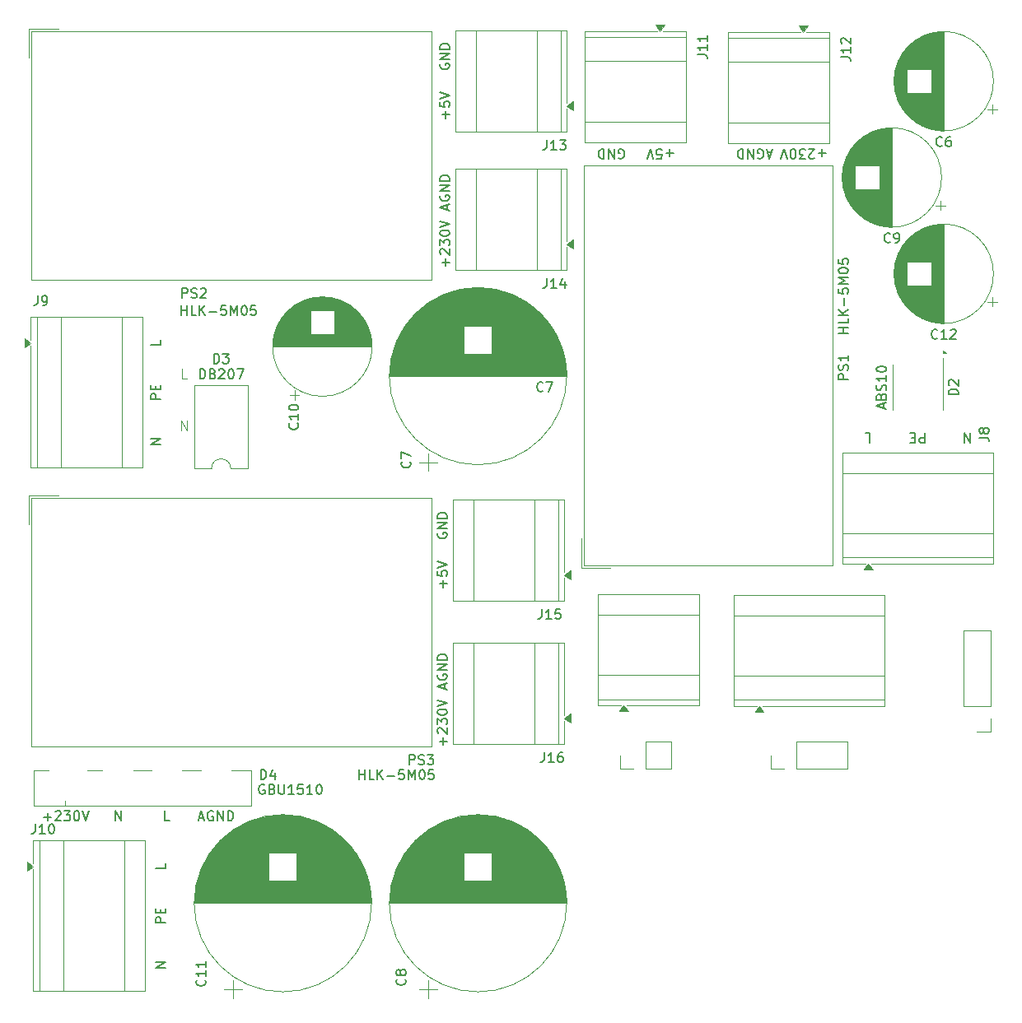
<source format=gto>
%TF.GenerationSoftware,KiCad,Pcbnew,9.0.2*%
%TF.CreationDate,2025-06-27T09:26:43+02:00*%
%TF.ProjectId,led_driver_220v_p1,6c65645f-6472-4697-9665-725f32323076,rev?*%
%TF.SameCoordinates,Original*%
%TF.FileFunction,Legend,Top*%
%TF.FilePolarity,Positive*%
%FSLAX46Y46*%
G04 Gerber Fmt 4.6, Leading zero omitted, Abs format (unit mm)*
G04 Created by KiCad (PCBNEW 9.0.2) date 2025-06-27 09:26:43*
%MOMM*%
%LPD*%
G01*
G04 APERTURE LIST*
%ADD10C,0.150000*%
%ADD11C,0.100000*%
%ADD12C,0.120000*%
G04 APERTURE END LIST*
D10*
X59226779Y-121657819D02*
X59226779Y-120657819D01*
X59226779Y-120657819D02*
X59798207Y-121657819D01*
X59798207Y-121657819D02*
X59798207Y-120657819D01*
X64347819Y-132154285D02*
X63347819Y-132154285D01*
X63347819Y-132154285D02*
X63347819Y-131773333D01*
X63347819Y-131773333D02*
X63395438Y-131678095D01*
X63395438Y-131678095D02*
X63443057Y-131630476D01*
X63443057Y-131630476D02*
X63538295Y-131582857D01*
X63538295Y-131582857D02*
X63681152Y-131582857D01*
X63681152Y-131582857D02*
X63776390Y-131630476D01*
X63776390Y-131630476D02*
X63824009Y-131678095D01*
X63824009Y-131678095D02*
X63871628Y-131773333D01*
X63871628Y-131773333D02*
X63871628Y-132154285D01*
X63824009Y-131154285D02*
X63824009Y-130820952D01*
X64347819Y-130678095D02*
X64347819Y-131154285D01*
X64347819Y-131154285D02*
X63347819Y-131154285D01*
X63347819Y-131154285D02*
X63347819Y-130678095D01*
X51825905Y-121276866D02*
X52587810Y-121276866D01*
X52206857Y-121657819D02*
X52206857Y-120895914D01*
X53016381Y-120753057D02*
X53064000Y-120705438D01*
X53064000Y-120705438D02*
X53159238Y-120657819D01*
X53159238Y-120657819D02*
X53397333Y-120657819D01*
X53397333Y-120657819D02*
X53492571Y-120705438D01*
X53492571Y-120705438D02*
X53540190Y-120753057D01*
X53540190Y-120753057D02*
X53587809Y-120848295D01*
X53587809Y-120848295D02*
X53587809Y-120943533D01*
X53587809Y-120943533D02*
X53540190Y-121086390D01*
X53540190Y-121086390D02*
X52968762Y-121657819D01*
X52968762Y-121657819D02*
X53587809Y-121657819D01*
X53921143Y-120657819D02*
X54540190Y-120657819D01*
X54540190Y-120657819D02*
X54206857Y-121038771D01*
X54206857Y-121038771D02*
X54349714Y-121038771D01*
X54349714Y-121038771D02*
X54444952Y-121086390D01*
X54444952Y-121086390D02*
X54492571Y-121134009D01*
X54492571Y-121134009D02*
X54540190Y-121229247D01*
X54540190Y-121229247D02*
X54540190Y-121467342D01*
X54540190Y-121467342D02*
X54492571Y-121562580D01*
X54492571Y-121562580D02*
X54444952Y-121610200D01*
X54444952Y-121610200D02*
X54349714Y-121657819D01*
X54349714Y-121657819D02*
X54064000Y-121657819D01*
X54064000Y-121657819D02*
X53968762Y-121610200D01*
X53968762Y-121610200D02*
X53921143Y-121562580D01*
X55159238Y-120657819D02*
X55254476Y-120657819D01*
X55254476Y-120657819D02*
X55349714Y-120705438D01*
X55349714Y-120705438D02*
X55397333Y-120753057D01*
X55397333Y-120753057D02*
X55444952Y-120848295D01*
X55444952Y-120848295D02*
X55492571Y-121038771D01*
X55492571Y-121038771D02*
X55492571Y-121276866D01*
X55492571Y-121276866D02*
X55444952Y-121467342D01*
X55444952Y-121467342D02*
X55397333Y-121562580D01*
X55397333Y-121562580D02*
X55349714Y-121610200D01*
X55349714Y-121610200D02*
X55254476Y-121657819D01*
X55254476Y-121657819D02*
X55159238Y-121657819D01*
X55159238Y-121657819D02*
X55064000Y-121610200D01*
X55064000Y-121610200D02*
X55016381Y-121562580D01*
X55016381Y-121562580D02*
X54968762Y-121467342D01*
X54968762Y-121467342D02*
X54921143Y-121276866D01*
X54921143Y-121276866D02*
X54921143Y-121038771D01*
X54921143Y-121038771D02*
X54968762Y-120848295D01*
X54968762Y-120848295D02*
X55016381Y-120753057D01*
X55016381Y-120753057D02*
X55064000Y-120705438D01*
X55064000Y-120705438D02*
X55159238Y-120657819D01*
X55778286Y-120657819D02*
X56111619Y-121657819D01*
X56111619Y-121657819D02*
X56444952Y-120657819D01*
X126691904Y-52861895D02*
X126215714Y-52861895D01*
X126787142Y-52576180D02*
X126453809Y-53576180D01*
X126453809Y-53576180D02*
X126120476Y-52576180D01*
X125263333Y-53528561D02*
X125358571Y-53576180D01*
X125358571Y-53576180D02*
X125501428Y-53576180D01*
X125501428Y-53576180D02*
X125644285Y-53528561D01*
X125644285Y-53528561D02*
X125739523Y-53433323D01*
X125739523Y-53433323D02*
X125787142Y-53338085D01*
X125787142Y-53338085D02*
X125834761Y-53147609D01*
X125834761Y-53147609D02*
X125834761Y-53004752D01*
X125834761Y-53004752D02*
X125787142Y-52814276D01*
X125787142Y-52814276D02*
X125739523Y-52719038D01*
X125739523Y-52719038D02*
X125644285Y-52623800D01*
X125644285Y-52623800D02*
X125501428Y-52576180D01*
X125501428Y-52576180D02*
X125406190Y-52576180D01*
X125406190Y-52576180D02*
X125263333Y-52623800D01*
X125263333Y-52623800D02*
X125215714Y-52671419D01*
X125215714Y-52671419D02*
X125215714Y-53004752D01*
X125215714Y-53004752D02*
X125406190Y-53004752D01*
X124787142Y-52576180D02*
X124787142Y-53576180D01*
X124787142Y-53576180D02*
X124215714Y-52576180D01*
X124215714Y-52576180D02*
X124215714Y-53576180D01*
X123739523Y-52576180D02*
X123739523Y-53576180D01*
X123739523Y-53576180D02*
X123501428Y-53576180D01*
X123501428Y-53576180D02*
X123358571Y-53528561D01*
X123358571Y-53528561D02*
X123263333Y-53433323D01*
X123263333Y-53433323D02*
X123215714Y-53338085D01*
X123215714Y-53338085D02*
X123168095Y-53147609D01*
X123168095Y-53147609D02*
X123168095Y-53004752D01*
X123168095Y-53004752D02*
X123215714Y-52814276D01*
X123215714Y-52814276D02*
X123263333Y-52719038D01*
X123263333Y-52719038D02*
X123358571Y-52623800D01*
X123358571Y-52623800D02*
X123501428Y-52576180D01*
X123501428Y-52576180D02*
X123739523Y-52576180D01*
X64782969Y-121657819D02*
X64306779Y-121657819D01*
X64306779Y-121657819D02*
X64306779Y-120657819D01*
X110959904Y-53528561D02*
X111055142Y-53576180D01*
X111055142Y-53576180D02*
X111197999Y-53576180D01*
X111197999Y-53576180D02*
X111340856Y-53528561D01*
X111340856Y-53528561D02*
X111436094Y-53433323D01*
X111436094Y-53433323D02*
X111483713Y-53338085D01*
X111483713Y-53338085D02*
X111531332Y-53147609D01*
X111531332Y-53147609D02*
X111531332Y-53004752D01*
X111531332Y-53004752D02*
X111483713Y-52814276D01*
X111483713Y-52814276D02*
X111436094Y-52719038D01*
X111436094Y-52719038D02*
X111340856Y-52623800D01*
X111340856Y-52623800D02*
X111197999Y-52576180D01*
X111197999Y-52576180D02*
X111102761Y-52576180D01*
X111102761Y-52576180D02*
X110959904Y-52623800D01*
X110959904Y-52623800D02*
X110912285Y-52671419D01*
X110912285Y-52671419D02*
X110912285Y-53004752D01*
X110912285Y-53004752D02*
X111102761Y-53004752D01*
X110483713Y-52576180D02*
X110483713Y-53576180D01*
X110483713Y-53576180D02*
X109912285Y-52576180D01*
X109912285Y-52576180D02*
X109912285Y-53576180D01*
X109436094Y-52576180D02*
X109436094Y-53576180D01*
X109436094Y-53576180D02*
X109197999Y-53576180D01*
X109197999Y-53576180D02*
X109055142Y-53528561D01*
X109055142Y-53528561D02*
X108959904Y-53433323D01*
X108959904Y-53433323D02*
X108912285Y-53338085D01*
X108912285Y-53338085D02*
X108864666Y-53147609D01*
X108864666Y-53147609D02*
X108864666Y-53004752D01*
X108864666Y-53004752D02*
X108912285Y-52814276D01*
X108912285Y-52814276D02*
X108959904Y-52719038D01*
X108959904Y-52719038D02*
X109055142Y-52623800D01*
X109055142Y-52623800D02*
X109197999Y-52576180D01*
X109197999Y-52576180D02*
X109436094Y-52576180D01*
X132248094Y-52957133D02*
X131486190Y-52957133D01*
X131867142Y-52576180D02*
X131867142Y-53338085D01*
X131057618Y-53480942D02*
X131009999Y-53528561D01*
X131009999Y-53528561D02*
X130914761Y-53576180D01*
X130914761Y-53576180D02*
X130676666Y-53576180D01*
X130676666Y-53576180D02*
X130581428Y-53528561D01*
X130581428Y-53528561D02*
X130533809Y-53480942D01*
X130533809Y-53480942D02*
X130486190Y-53385704D01*
X130486190Y-53385704D02*
X130486190Y-53290466D01*
X130486190Y-53290466D02*
X130533809Y-53147609D01*
X130533809Y-53147609D02*
X131105237Y-52576180D01*
X131105237Y-52576180D02*
X130486190Y-52576180D01*
X130152856Y-53576180D02*
X129533809Y-53576180D01*
X129533809Y-53576180D02*
X129867142Y-53195228D01*
X129867142Y-53195228D02*
X129724285Y-53195228D01*
X129724285Y-53195228D02*
X129629047Y-53147609D01*
X129629047Y-53147609D02*
X129581428Y-53099990D01*
X129581428Y-53099990D02*
X129533809Y-53004752D01*
X129533809Y-53004752D02*
X129533809Y-52766657D01*
X129533809Y-52766657D02*
X129581428Y-52671419D01*
X129581428Y-52671419D02*
X129629047Y-52623800D01*
X129629047Y-52623800D02*
X129724285Y-52576180D01*
X129724285Y-52576180D02*
X130009999Y-52576180D01*
X130009999Y-52576180D02*
X130105237Y-52623800D01*
X130105237Y-52623800D02*
X130152856Y-52671419D01*
X128914761Y-53576180D02*
X128819523Y-53576180D01*
X128819523Y-53576180D02*
X128724285Y-53528561D01*
X128724285Y-53528561D02*
X128676666Y-53480942D01*
X128676666Y-53480942D02*
X128629047Y-53385704D01*
X128629047Y-53385704D02*
X128581428Y-53195228D01*
X128581428Y-53195228D02*
X128581428Y-52957133D01*
X128581428Y-52957133D02*
X128629047Y-52766657D01*
X128629047Y-52766657D02*
X128676666Y-52671419D01*
X128676666Y-52671419D02*
X128724285Y-52623800D01*
X128724285Y-52623800D02*
X128819523Y-52576180D01*
X128819523Y-52576180D02*
X128914761Y-52576180D01*
X128914761Y-52576180D02*
X129009999Y-52623800D01*
X129009999Y-52623800D02*
X129057618Y-52671419D01*
X129057618Y-52671419D02*
X129105237Y-52766657D01*
X129105237Y-52766657D02*
X129152856Y-52957133D01*
X129152856Y-52957133D02*
X129152856Y-53195228D01*
X129152856Y-53195228D02*
X129105237Y-53385704D01*
X129105237Y-53385704D02*
X129057618Y-53480942D01*
X129057618Y-53480942D02*
X129009999Y-53528561D01*
X129009999Y-53528561D02*
X128914761Y-53576180D01*
X128295713Y-53576180D02*
X127962380Y-52576180D01*
X127962380Y-52576180D02*
X127629047Y-53576180D01*
X136304476Y-81786180D02*
X136780666Y-81786180D01*
X136780666Y-81786180D02*
X136780666Y-82786180D01*
D11*
X65970286Y-81528419D02*
X65970286Y-80528419D01*
X65970286Y-80528419D02*
X66541714Y-81528419D01*
X66541714Y-81528419D02*
X66541714Y-80528419D01*
D10*
X147059713Y-81786180D02*
X147059713Y-82786180D01*
X147059713Y-82786180D02*
X146488285Y-81786180D01*
X146488285Y-81786180D02*
X146488285Y-82786180D01*
X63839819Y-82957713D02*
X62839819Y-82957713D01*
X62839819Y-82957713D02*
X63839819Y-82386285D01*
X63839819Y-82386285D02*
X62839819Y-82386285D01*
X92605438Y-43809904D02*
X92557819Y-43905142D01*
X92557819Y-43905142D02*
X92557819Y-44047999D01*
X92557819Y-44047999D02*
X92605438Y-44190856D01*
X92605438Y-44190856D02*
X92700676Y-44286094D01*
X92700676Y-44286094D02*
X92795914Y-44333713D01*
X92795914Y-44333713D02*
X92986390Y-44381332D01*
X92986390Y-44381332D02*
X93129247Y-44381332D01*
X93129247Y-44381332D02*
X93319723Y-44333713D01*
X93319723Y-44333713D02*
X93414961Y-44286094D01*
X93414961Y-44286094D02*
X93510200Y-44190856D01*
X93510200Y-44190856D02*
X93557819Y-44047999D01*
X93557819Y-44047999D02*
X93557819Y-43952761D01*
X93557819Y-43952761D02*
X93510200Y-43809904D01*
X93510200Y-43809904D02*
X93462580Y-43762285D01*
X93462580Y-43762285D02*
X93129247Y-43762285D01*
X93129247Y-43762285D02*
X93129247Y-43952761D01*
X93557819Y-43333713D02*
X92557819Y-43333713D01*
X92557819Y-43333713D02*
X93557819Y-42762285D01*
X93557819Y-42762285D02*
X92557819Y-42762285D01*
X93557819Y-42286094D02*
X92557819Y-42286094D01*
X92557819Y-42286094D02*
X92557819Y-42047999D01*
X92557819Y-42047999D02*
X92605438Y-41905142D01*
X92605438Y-41905142D02*
X92700676Y-41809904D01*
X92700676Y-41809904D02*
X92795914Y-41762285D01*
X92795914Y-41762285D02*
X92986390Y-41714666D01*
X92986390Y-41714666D02*
X93129247Y-41714666D01*
X93129247Y-41714666D02*
X93319723Y-41762285D01*
X93319723Y-41762285D02*
X93414961Y-41809904D01*
X93414961Y-41809904D02*
X93510200Y-41905142D01*
X93510200Y-41905142D02*
X93557819Y-42047999D01*
X93557819Y-42047999D02*
X93557819Y-42286094D01*
X142408285Y-81786180D02*
X142408285Y-82786180D01*
X142408285Y-82786180D02*
X142027333Y-82786180D01*
X142027333Y-82786180D02*
X141932095Y-82738561D01*
X141932095Y-82738561D02*
X141884476Y-82690942D01*
X141884476Y-82690942D02*
X141836857Y-82595704D01*
X141836857Y-82595704D02*
X141836857Y-82452847D01*
X141836857Y-82452847D02*
X141884476Y-82357609D01*
X141884476Y-82357609D02*
X141932095Y-82309990D01*
X141932095Y-82309990D02*
X142027333Y-82262371D01*
X142027333Y-82262371D02*
X142408285Y-82262371D01*
X141408285Y-82309990D02*
X141074952Y-82309990D01*
X140932095Y-81786180D02*
X141408285Y-81786180D01*
X141408285Y-81786180D02*
X141408285Y-82786180D01*
X141408285Y-82786180D02*
X140932095Y-82786180D01*
X64347819Y-136805713D02*
X63347819Y-136805713D01*
X63347819Y-136805713D02*
X64347819Y-136234285D01*
X64347819Y-136234285D02*
X63347819Y-136234285D01*
X92922866Y-113866094D02*
X92922866Y-113104190D01*
X93303819Y-113485142D02*
X92541914Y-113485142D01*
X92399057Y-112675618D02*
X92351438Y-112627999D01*
X92351438Y-112627999D02*
X92303819Y-112532761D01*
X92303819Y-112532761D02*
X92303819Y-112294666D01*
X92303819Y-112294666D02*
X92351438Y-112199428D01*
X92351438Y-112199428D02*
X92399057Y-112151809D01*
X92399057Y-112151809D02*
X92494295Y-112104190D01*
X92494295Y-112104190D02*
X92589533Y-112104190D01*
X92589533Y-112104190D02*
X92732390Y-112151809D01*
X92732390Y-112151809D02*
X93303819Y-112723237D01*
X93303819Y-112723237D02*
X93303819Y-112104190D01*
X92303819Y-111770856D02*
X92303819Y-111151809D01*
X92303819Y-111151809D02*
X92684771Y-111485142D01*
X92684771Y-111485142D02*
X92684771Y-111342285D01*
X92684771Y-111342285D02*
X92732390Y-111247047D01*
X92732390Y-111247047D02*
X92780009Y-111199428D01*
X92780009Y-111199428D02*
X92875247Y-111151809D01*
X92875247Y-111151809D02*
X93113342Y-111151809D01*
X93113342Y-111151809D02*
X93208580Y-111199428D01*
X93208580Y-111199428D02*
X93256200Y-111247047D01*
X93256200Y-111247047D02*
X93303819Y-111342285D01*
X93303819Y-111342285D02*
X93303819Y-111627999D01*
X93303819Y-111627999D02*
X93256200Y-111723237D01*
X93256200Y-111723237D02*
X93208580Y-111770856D01*
X92303819Y-110532761D02*
X92303819Y-110437523D01*
X92303819Y-110437523D02*
X92351438Y-110342285D01*
X92351438Y-110342285D02*
X92399057Y-110294666D01*
X92399057Y-110294666D02*
X92494295Y-110247047D01*
X92494295Y-110247047D02*
X92684771Y-110199428D01*
X92684771Y-110199428D02*
X92922866Y-110199428D01*
X92922866Y-110199428D02*
X93113342Y-110247047D01*
X93113342Y-110247047D02*
X93208580Y-110294666D01*
X93208580Y-110294666D02*
X93256200Y-110342285D01*
X93256200Y-110342285D02*
X93303819Y-110437523D01*
X93303819Y-110437523D02*
X93303819Y-110532761D01*
X93303819Y-110532761D02*
X93256200Y-110627999D01*
X93256200Y-110627999D02*
X93208580Y-110675618D01*
X93208580Y-110675618D02*
X93113342Y-110723237D01*
X93113342Y-110723237D02*
X92922866Y-110770856D01*
X92922866Y-110770856D02*
X92684771Y-110770856D01*
X92684771Y-110770856D02*
X92494295Y-110723237D01*
X92494295Y-110723237D02*
X92399057Y-110675618D01*
X92399057Y-110675618D02*
X92351438Y-110627999D01*
X92351438Y-110627999D02*
X92303819Y-110532761D01*
X92303819Y-109913713D02*
X93303819Y-109580380D01*
X93303819Y-109580380D02*
X92303819Y-109247047D01*
X64347819Y-126050476D02*
X64347819Y-126526666D01*
X64347819Y-126526666D02*
X63347819Y-126526666D01*
X93018104Y-108055904D02*
X93018104Y-107579714D01*
X93303819Y-108151142D02*
X92303819Y-107817809D01*
X92303819Y-107817809D02*
X93303819Y-107484476D01*
X92351438Y-106627333D02*
X92303819Y-106722571D01*
X92303819Y-106722571D02*
X92303819Y-106865428D01*
X92303819Y-106865428D02*
X92351438Y-107008285D01*
X92351438Y-107008285D02*
X92446676Y-107103523D01*
X92446676Y-107103523D02*
X92541914Y-107151142D01*
X92541914Y-107151142D02*
X92732390Y-107198761D01*
X92732390Y-107198761D02*
X92875247Y-107198761D01*
X92875247Y-107198761D02*
X93065723Y-107151142D01*
X93065723Y-107151142D02*
X93160961Y-107103523D01*
X93160961Y-107103523D02*
X93256200Y-107008285D01*
X93256200Y-107008285D02*
X93303819Y-106865428D01*
X93303819Y-106865428D02*
X93303819Y-106770190D01*
X93303819Y-106770190D02*
X93256200Y-106627333D01*
X93256200Y-106627333D02*
X93208580Y-106579714D01*
X93208580Y-106579714D02*
X92875247Y-106579714D01*
X92875247Y-106579714D02*
X92875247Y-106770190D01*
X93303819Y-106151142D02*
X92303819Y-106151142D01*
X92303819Y-106151142D02*
X93303819Y-105579714D01*
X93303819Y-105579714D02*
X92303819Y-105579714D01*
X93303819Y-105103523D02*
X92303819Y-105103523D01*
X92303819Y-105103523D02*
X92303819Y-104865428D01*
X92303819Y-104865428D02*
X92351438Y-104722571D01*
X92351438Y-104722571D02*
X92446676Y-104627333D01*
X92446676Y-104627333D02*
X92541914Y-104579714D01*
X92541914Y-104579714D02*
X92732390Y-104532095D01*
X92732390Y-104532095D02*
X92875247Y-104532095D01*
X92875247Y-104532095D02*
X93065723Y-104579714D01*
X93065723Y-104579714D02*
X93160961Y-104627333D01*
X93160961Y-104627333D02*
X93256200Y-104722571D01*
X93256200Y-104722571D02*
X93303819Y-104865428D01*
X93303819Y-104865428D02*
X93303819Y-105103523D01*
X63839819Y-72202476D02*
X63839819Y-72678666D01*
X63839819Y-72678666D02*
X62839819Y-72678666D01*
D11*
X66565523Y-76194419D02*
X66089333Y-76194419D01*
X66089333Y-76194419D02*
X66089333Y-75194419D01*
D10*
X63839819Y-78306285D02*
X62839819Y-78306285D01*
X62839819Y-78306285D02*
X62839819Y-77925333D01*
X62839819Y-77925333D02*
X62887438Y-77830095D01*
X62887438Y-77830095D02*
X62935057Y-77782476D01*
X62935057Y-77782476D02*
X63030295Y-77734857D01*
X63030295Y-77734857D02*
X63173152Y-77734857D01*
X63173152Y-77734857D02*
X63268390Y-77782476D01*
X63268390Y-77782476D02*
X63316009Y-77830095D01*
X63316009Y-77830095D02*
X63363628Y-77925333D01*
X63363628Y-77925333D02*
X63363628Y-78306285D01*
X63316009Y-77306285D02*
X63316009Y-76972952D01*
X63839819Y-76830095D02*
X63839819Y-77306285D01*
X63839819Y-77306285D02*
X62839819Y-77306285D01*
X62839819Y-77306285D02*
X62839819Y-76830095D01*
X92351438Y-92069904D02*
X92303819Y-92165142D01*
X92303819Y-92165142D02*
X92303819Y-92307999D01*
X92303819Y-92307999D02*
X92351438Y-92450856D01*
X92351438Y-92450856D02*
X92446676Y-92546094D01*
X92446676Y-92546094D02*
X92541914Y-92593713D01*
X92541914Y-92593713D02*
X92732390Y-92641332D01*
X92732390Y-92641332D02*
X92875247Y-92641332D01*
X92875247Y-92641332D02*
X93065723Y-92593713D01*
X93065723Y-92593713D02*
X93160961Y-92546094D01*
X93160961Y-92546094D02*
X93256200Y-92450856D01*
X93256200Y-92450856D02*
X93303819Y-92307999D01*
X93303819Y-92307999D02*
X93303819Y-92212761D01*
X93303819Y-92212761D02*
X93256200Y-92069904D01*
X93256200Y-92069904D02*
X93208580Y-92022285D01*
X93208580Y-92022285D02*
X92875247Y-92022285D01*
X92875247Y-92022285D02*
X92875247Y-92212761D01*
X93303819Y-91593713D02*
X92303819Y-91593713D01*
X92303819Y-91593713D02*
X93303819Y-91022285D01*
X93303819Y-91022285D02*
X92303819Y-91022285D01*
X93303819Y-90546094D02*
X92303819Y-90546094D01*
X92303819Y-90546094D02*
X92303819Y-90307999D01*
X92303819Y-90307999D02*
X92351438Y-90165142D01*
X92351438Y-90165142D02*
X92446676Y-90069904D01*
X92446676Y-90069904D02*
X92541914Y-90022285D01*
X92541914Y-90022285D02*
X92732390Y-89974666D01*
X92732390Y-89974666D02*
X92875247Y-89974666D01*
X92875247Y-89974666D02*
X93065723Y-90022285D01*
X93065723Y-90022285D02*
X93160961Y-90069904D01*
X93160961Y-90069904D02*
X93256200Y-90165142D01*
X93256200Y-90165142D02*
X93303819Y-90307999D01*
X93303819Y-90307999D02*
X93303819Y-90546094D01*
X92922866Y-97673713D02*
X92922866Y-96911809D01*
X93303819Y-97292761D02*
X92541914Y-97292761D01*
X92303819Y-95959428D02*
X92303819Y-96435618D01*
X92303819Y-96435618D02*
X92780009Y-96483237D01*
X92780009Y-96483237D02*
X92732390Y-96435618D01*
X92732390Y-96435618D02*
X92684771Y-96340380D01*
X92684771Y-96340380D02*
X92684771Y-96102285D01*
X92684771Y-96102285D02*
X92732390Y-96007047D01*
X92732390Y-96007047D02*
X92780009Y-95959428D01*
X92780009Y-95959428D02*
X92875247Y-95911809D01*
X92875247Y-95911809D02*
X93113342Y-95911809D01*
X93113342Y-95911809D02*
X93208580Y-95959428D01*
X93208580Y-95959428D02*
X93256200Y-96007047D01*
X93256200Y-96007047D02*
X93303819Y-96102285D01*
X93303819Y-96102285D02*
X93303819Y-96340380D01*
X93303819Y-96340380D02*
X93256200Y-96435618D01*
X93256200Y-96435618D02*
X93208580Y-96483237D01*
X92303819Y-95626094D02*
X93303819Y-95292761D01*
X93303819Y-95292761D02*
X92303819Y-94959428D01*
X93176866Y-64590094D02*
X93176866Y-63828190D01*
X93557819Y-64209142D02*
X92795914Y-64209142D01*
X92653057Y-63399618D02*
X92605438Y-63351999D01*
X92605438Y-63351999D02*
X92557819Y-63256761D01*
X92557819Y-63256761D02*
X92557819Y-63018666D01*
X92557819Y-63018666D02*
X92605438Y-62923428D01*
X92605438Y-62923428D02*
X92653057Y-62875809D01*
X92653057Y-62875809D02*
X92748295Y-62828190D01*
X92748295Y-62828190D02*
X92843533Y-62828190D01*
X92843533Y-62828190D02*
X92986390Y-62875809D01*
X92986390Y-62875809D02*
X93557819Y-63447237D01*
X93557819Y-63447237D02*
X93557819Y-62828190D01*
X92557819Y-62494856D02*
X92557819Y-61875809D01*
X92557819Y-61875809D02*
X92938771Y-62209142D01*
X92938771Y-62209142D02*
X92938771Y-62066285D01*
X92938771Y-62066285D02*
X92986390Y-61971047D01*
X92986390Y-61971047D02*
X93034009Y-61923428D01*
X93034009Y-61923428D02*
X93129247Y-61875809D01*
X93129247Y-61875809D02*
X93367342Y-61875809D01*
X93367342Y-61875809D02*
X93462580Y-61923428D01*
X93462580Y-61923428D02*
X93510200Y-61971047D01*
X93510200Y-61971047D02*
X93557819Y-62066285D01*
X93557819Y-62066285D02*
X93557819Y-62351999D01*
X93557819Y-62351999D02*
X93510200Y-62447237D01*
X93510200Y-62447237D02*
X93462580Y-62494856D01*
X92557819Y-61256761D02*
X92557819Y-61161523D01*
X92557819Y-61161523D02*
X92605438Y-61066285D01*
X92605438Y-61066285D02*
X92653057Y-61018666D01*
X92653057Y-61018666D02*
X92748295Y-60971047D01*
X92748295Y-60971047D02*
X92938771Y-60923428D01*
X92938771Y-60923428D02*
X93176866Y-60923428D01*
X93176866Y-60923428D02*
X93367342Y-60971047D01*
X93367342Y-60971047D02*
X93462580Y-61018666D01*
X93462580Y-61018666D02*
X93510200Y-61066285D01*
X93510200Y-61066285D02*
X93557819Y-61161523D01*
X93557819Y-61161523D02*
X93557819Y-61256761D01*
X93557819Y-61256761D02*
X93510200Y-61351999D01*
X93510200Y-61351999D02*
X93462580Y-61399618D01*
X93462580Y-61399618D02*
X93367342Y-61447237D01*
X93367342Y-61447237D02*
X93176866Y-61494856D01*
X93176866Y-61494856D02*
X92938771Y-61494856D01*
X92938771Y-61494856D02*
X92748295Y-61447237D01*
X92748295Y-61447237D02*
X92653057Y-61399618D01*
X92653057Y-61399618D02*
X92605438Y-61351999D01*
X92605438Y-61351999D02*
X92557819Y-61256761D01*
X92557819Y-60637713D02*
X93557819Y-60304380D01*
X93557819Y-60304380D02*
X92557819Y-59971047D01*
X67796095Y-121372104D02*
X68272285Y-121372104D01*
X67700857Y-121657819D02*
X68034190Y-120657819D01*
X68034190Y-120657819D02*
X68367523Y-121657819D01*
X69224666Y-120705438D02*
X69129428Y-120657819D01*
X69129428Y-120657819D02*
X68986571Y-120657819D01*
X68986571Y-120657819D02*
X68843714Y-120705438D01*
X68843714Y-120705438D02*
X68748476Y-120800676D01*
X68748476Y-120800676D02*
X68700857Y-120895914D01*
X68700857Y-120895914D02*
X68653238Y-121086390D01*
X68653238Y-121086390D02*
X68653238Y-121229247D01*
X68653238Y-121229247D02*
X68700857Y-121419723D01*
X68700857Y-121419723D02*
X68748476Y-121514961D01*
X68748476Y-121514961D02*
X68843714Y-121610200D01*
X68843714Y-121610200D02*
X68986571Y-121657819D01*
X68986571Y-121657819D02*
X69081809Y-121657819D01*
X69081809Y-121657819D02*
X69224666Y-121610200D01*
X69224666Y-121610200D02*
X69272285Y-121562580D01*
X69272285Y-121562580D02*
X69272285Y-121229247D01*
X69272285Y-121229247D02*
X69081809Y-121229247D01*
X69700857Y-121657819D02*
X69700857Y-120657819D01*
X69700857Y-120657819D02*
X70272285Y-121657819D01*
X70272285Y-121657819D02*
X70272285Y-120657819D01*
X70748476Y-121657819D02*
X70748476Y-120657819D01*
X70748476Y-120657819D02*
X70986571Y-120657819D01*
X70986571Y-120657819D02*
X71129428Y-120705438D01*
X71129428Y-120705438D02*
X71224666Y-120800676D01*
X71224666Y-120800676D02*
X71272285Y-120895914D01*
X71272285Y-120895914D02*
X71319904Y-121086390D01*
X71319904Y-121086390D02*
X71319904Y-121229247D01*
X71319904Y-121229247D02*
X71272285Y-121419723D01*
X71272285Y-121419723D02*
X71224666Y-121514961D01*
X71224666Y-121514961D02*
X71129428Y-121610200D01*
X71129428Y-121610200D02*
X70986571Y-121657819D01*
X70986571Y-121657819D02*
X70748476Y-121657819D01*
X116563713Y-52957133D02*
X115801809Y-52957133D01*
X116182761Y-52576180D02*
X116182761Y-53338085D01*
X114849428Y-53576180D02*
X115325618Y-53576180D01*
X115325618Y-53576180D02*
X115373237Y-53099990D01*
X115373237Y-53099990D02*
X115325618Y-53147609D01*
X115325618Y-53147609D02*
X115230380Y-53195228D01*
X115230380Y-53195228D02*
X114992285Y-53195228D01*
X114992285Y-53195228D02*
X114897047Y-53147609D01*
X114897047Y-53147609D02*
X114849428Y-53099990D01*
X114849428Y-53099990D02*
X114801809Y-53004752D01*
X114801809Y-53004752D02*
X114801809Y-52766657D01*
X114801809Y-52766657D02*
X114849428Y-52671419D01*
X114849428Y-52671419D02*
X114897047Y-52623800D01*
X114897047Y-52623800D02*
X114992285Y-52576180D01*
X114992285Y-52576180D02*
X115230380Y-52576180D01*
X115230380Y-52576180D02*
X115325618Y-52623800D01*
X115325618Y-52623800D02*
X115373237Y-52671419D01*
X114516094Y-53576180D02*
X114182761Y-52576180D01*
X114182761Y-52576180D02*
X113849428Y-53576180D01*
X93272104Y-58779904D02*
X93272104Y-58303714D01*
X93557819Y-58875142D02*
X92557819Y-58541809D01*
X92557819Y-58541809D02*
X93557819Y-58208476D01*
X92605438Y-57351333D02*
X92557819Y-57446571D01*
X92557819Y-57446571D02*
X92557819Y-57589428D01*
X92557819Y-57589428D02*
X92605438Y-57732285D01*
X92605438Y-57732285D02*
X92700676Y-57827523D01*
X92700676Y-57827523D02*
X92795914Y-57875142D01*
X92795914Y-57875142D02*
X92986390Y-57922761D01*
X92986390Y-57922761D02*
X93129247Y-57922761D01*
X93129247Y-57922761D02*
X93319723Y-57875142D01*
X93319723Y-57875142D02*
X93414961Y-57827523D01*
X93414961Y-57827523D02*
X93510200Y-57732285D01*
X93510200Y-57732285D02*
X93557819Y-57589428D01*
X93557819Y-57589428D02*
X93557819Y-57494190D01*
X93557819Y-57494190D02*
X93510200Y-57351333D01*
X93510200Y-57351333D02*
X93462580Y-57303714D01*
X93462580Y-57303714D02*
X93129247Y-57303714D01*
X93129247Y-57303714D02*
X93129247Y-57494190D01*
X93557819Y-56875142D02*
X92557819Y-56875142D01*
X92557819Y-56875142D02*
X93557819Y-56303714D01*
X93557819Y-56303714D02*
X92557819Y-56303714D01*
X93557819Y-55827523D02*
X92557819Y-55827523D01*
X92557819Y-55827523D02*
X92557819Y-55589428D01*
X92557819Y-55589428D02*
X92605438Y-55446571D01*
X92605438Y-55446571D02*
X92700676Y-55351333D01*
X92700676Y-55351333D02*
X92795914Y-55303714D01*
X92795914Y-55303714D02*
X92986390Y-55256095D01*
X92986390Y-55256095D02*
X93129247Y-55256095D01*
X93129247Y-55256095D02*
X93319723Y-55303714D01*
X93319723Y-55303714D02*
X93414961Y-55351333D01*
X93414961Y-55351333D02*
X93510200Y-55446571D01*
X93510200Y-55446571D02*
X93557819Y-55589428D01*
X93557819Y-55589428D02*
X93557819Y-55827523D01*
X93176866Y-49413713D02*
X93176866Y-48651809D01*
X93557819Y-49032761D02*
X92795914Y-49032761D01*
X92557819Y-47699428D02*
X92557819Y-48175618D01*
X92557819Y-48175618D02*
X93034009Y-48223237D01*
X93034009Y-48223237D02*
X92986390Y-48175618D01*
X92986390Y-48175618D02*
X92938771Y-48080380D01*
X92938771Y-48080380D02*
X92938771Y-47842285D01*
X92938771Y-47842285D02*
X92986390Y-47747047D01*
X92986390Y-47747047D02*
X93034009Y-47699428D01*
X93034009Y-47699428D02*
X93129247Y-47651809D01*
X93129247Y-47651809D02*
X93367342Y-47651809D01*
X93367342Y-47651809D02*
X93462580Y-47699428D01*
X93462580Y-47699428D02*
X93510200Y-47747047D01*
X93510200Y-47747047D02*
X93557819Y-47842285D01*
X93557819Y-47842285D02*
X93557819Y-48080380D01*
X93557819Y-48080380D02*
X93510200Y-48175618D01*
X93510200Y-48175618D02*
X93462580Y-48223237D01*
X92557819Y-47366094D02*
X93557819Y-47032761D01*
X93557819Y-47032761D02*
X92557819Y-46699428D01*
X66057714Y-67886819D02*
X66057714Y-66886819D01*
X66057714Y-66886819D02*
X66438666Y-66886819D01*
X66438666Y-66886819D02*
X66533904Y-66934438D01*
X66533904Y-66934438D02*
X66581523Y-66982057D01*
X66581523Y-66982057D02*
X66629142Y-67077295D01*
X66629142Y-67077295D02*
X66629142Y-67220152D01*
X66629142Y-67220152D02*
X66581523Y-67315390D01*
X66581523Y-67315390D02*
X66533904Y-67363009D01*
X66533904Y-67363009D02*
X66438666Y-67410628D01*
X66438666Y-67410628D02*
X66057714Y-67410628D01*
X67010095Y-67839200D02*
X67152952Y-67886819D01*
X67152952Y-67886819D02*
X67391047Y-67886819D01*
X67391047Y-67886819D02*
X67486285Y-67839200D01*
X67486285Y-67839200D02*
X67533904Y-67791580D01*
X67533904Y-67791580D02*
X67581523Y-67696342D01*
X67581523Y-67696342D02*
X67581523Y-67601104D01*
X67581523Y-67601104D02*
X67533904Y-67505866D01*
X67533904Y-67505866D02*
X67486285Y-67458247D01*
X67486285Y-67458247D02*
X67391047Y-67410628D01*
X67391047Y-67410628D02*
X67200571Y-67363009D01*
X67200571Y-67363009D02*
X67105333Y-67315390D01*
X67105333Y-67315390D02*
X67057714Y-67267771D01*
X67057714Y-67267771D02*
X67010095Y-67172533D01*
X67010095Y-67172533D02*
X67010095Y-67077295D01*
X67010095Y-67077295D02*
X67057714Y-66982057D01*
X67057714Y-66982057D02*
X67105333Y-66934438D01*
X67105333Y-66934438D02*
X67200571Y-66886819D01*
X67200571Y-66886819D02*
X67438666Y-66886819D01*
X67438666Y-66886819D02*
X67581523Y-66934438D01*
X67962476Y-66982057D02*
X68010095Y-66934438D01*
X68010095Y-66934438D02*
X68105333Y-66886819D01*
X68105333Y-66886819D02*
X68343428Y-66886819D01*
X68343428Y-66886819D02*
X68438666Y-66934438D01*
X68438666Y-66934438D02*
X68486285Y-66982057D01*
X68486285Y-66982057D02*
X68533904Y-67077295D01*
X68533904Y-67077295D02*
X68533904Y-67172533D01*
X68533904Y-67172533D02*
X68486285Y-67315390D01*
X68486285Y-67315390D02*
X67914857Y-67886819D01*
X67914857Y-67886819D02*
X68533904Y-67886819D01*
X66002476Y-69664819D02*
X66002476Y-68664819D01*
X66002476Y-69141009D02*
X66573904Y-69141009D01*
X66573904Y-69664819D02*
X66573904Y-68664819D01*
X67526285Y-69664819D02*
X67050095Y-69664819D01*
X67050095Y-69664819D02*
X67050095Y-68664819D01*
X67859619Y-69664819D02*
X67859619Y-68664819D01*
X68431047Y-69664819D02*
X68002476Y-69093390D01*
X68431047Y-68664819D02*
X67859619Y-69236247D01*
X68859619Y-69283866D02*
X69621524Y-69283866D01*
X70573904Y-68664819D02*
X70097714Y-68664819D01*
X70097714Y-68664819D02*
X70050095Y-69141009D01*
X70050095Y-69141009D02*
X70097714Y-69093390D01*
X70097714Y-69093390D02*
X70192952Y-69045771D01*
X70192952Y-69045771D02*
X70431047Y-69045771D01*
X70431047Y-69045771D02*
X70526285Y-69093390D01*
X70526285Y-69093390D02*
X70573904Y-69141009D01*
X70573904Y-69141009D02*
X70621523Y-69236247D01*
X70621523Y-69236247D02*
X70621523Y-69474342D01*
X70621523Y-69474342D02*
X70573904Y-69569580D01*
X70573904Y-69569580D02*
X70526285Y-69617200D01*
X70526285Y-69617200D02*
X70431047Y-69664819D01*
X70431047Y-69664819D02*
X70192952Y-69664819D01*
X70192952Y-69664819D02*
X70097714Y-69617200D01*
X70097714Y-69617200D02*
X70050095Y-69569580D01*
X71050095Y-69664819D02*
X71050095Y-68664819D01*
X71050095Y-68664819D02*
X71383428Y-69379104D01*
X71383428Y-69379104D02*
X71716761Y-68664819D01*
X71716761Y-68664819D02*
X71716761Y-69664819D01*
X72383428Y-68664819D02*
X72478666Y-68664819D01*
X72478666Y-68664819D02*
X72573904Y-68712438D01*
X72573904Y-68712438D02*
X72621523Y-68760057D01*
X72621523Y-68760057D02*
X72669142Y-68855295D01*
X72669142Y-68855295D02*
X72716761Y-69045771D01*
X72716761Y-69045771D02*
X72716761Y-69283866D01*
X72716761Y-69283866D02*
X72669142Y-69474342D01*
X72669142Y-69474342D02*
X72621523Y-69569580D01*
X72621523Y-69569580D02*
X72573904Y-69617200D01*
X72573904Y-69617200D02*
X72478666Y-69664819D01*
X72478666Y-69664819D02*
X72383428Y-69664819D01*
X72383428Y-69664819D02*
X72288190Y-69617200D01*
X72288190Y-69617200D02*
X72240571Y-69569580D01*
X72240571Y-69569580D02*
X72192952Y-69474342D01*
X72192952Y-69474342D02*
X72145333Y-69283866D01*
X72145333Y-69283866D02*
X72145333Y-69045771D01*
X72145333Y-69045771D02*
X72192952Y-68855295D01*
X72192952Y-68855295D02*
X72240571Y-68760057D01*
X72240571Y-68760057D02*
X72288190Y-68712438D01*
X72288190Y-68712438D02*
X72383428Y-68664819D01*
X73621523Y-68664819D02*
X73145333Y-68664819D01*
X73145333Y-68664819D02*
X73097714Y-69141009D01*
X73097714Y-69141009D02*
X73145333Y-69093390D01*
X73145333Y-69093390D02*
X73240571Y-69045771D01*
X73240571Y-69045771D02*
X73478666Y-69045771D01*
X73478666Y-69045771D02*
X73573904Y-69093390D01*
X73573904Y-69093390D02*
X73621523Y-69141009D01*
X73621523Y-69141009D02*
X73669142Y-69236247D01*
X73669142Y-69236247D02*
X73669142Y-69474342D01*
X73669142Y-69474342D02*
X73621523Y-69569580D01*
X73621523Y-69569580D02*
X73573904Y-69617200D01*
X73573904Y-69617200D02*
X73478666Y-69664819D01*
X73478666Y-69664819D02*
X73240571Y-69664819D01*
X73240571Y-69664819D02*
X73145333Y-69617200D01*
X73145333Y-69617200D02*
X73097714Y-69569580D01*
X119050819Y-42841523D02*
X119765104Y-42841523D01*
X119765104Y-42841523D02*
X119907961Y-42889142D01*
X119907961Y-42889142D02*
X120003200Y-42984380D01*
X120003200Y-42984380D02*
X120050819Y-43127237D01*
X120050819Y-43127237D02*
X120050819Y-43222475D01*
X120050819Y-41841523D02*
X120050819Y-42412951D01*
X120050819Y-42127237D02*
X119050819Y-42127237D01*
X119050819Y-42127237D02*
X119193676Y-42222475D01*
X119193676Y-42222475D02*
X119288914Y-42317713D01*
X119288914Y-42317713D02*
X119336533Y-42412951D01*
X120050819Y-40889142D02*
X120050819Y-41460570D01*
X120050819Y-41174856D02*
X119050819Y-41174856D01*
X119050819Y-41174856D02*
X119193676Y-41270094D01*
X119193676Y-41270094D02*
X119288914Y-41365332D01*
X119288914Y-41365332D02*
X119336533Y-41460570D01*
X148006819Y-82243333D02*
X148721104Y-82243333D01*
X148721104Y-82243333D02*
X148863961Y-82290952D01*
X148863961Y-82290952D02*
X148959200Y-82386190D01*
X148959200Y-82386190D02*
X149006819Y-82529047D01*
X149006819Y-82529047D02*
X149006819Y-82624285D01*
X148435390Y-81624285D02*
X148387771Y-81719523D01*
X148387771Y-81719523D02*
X148340152Y-81767142D01*
X148340152Y-81767142D02*
X148244914Y-81814761D01*
X148244914Y-81814761D02*
X148197295Y-81814761D01*
X148197295Y-81814761D02*
X148102057Y-81767142D01*
X148102057Y-81767142D02*
X148054438Y-81719523D01*
X148054438Y-81719523D02*
X148006819Y-81624285D01*
X148006819Y-81624285D02*
X148006819Y-81433809D01*
X148006819Y-81433809D02*
X148054438Y-81338571D01*
X148054438Y-81338571D02*
X148102057Y-81290952D01*
X148102057Y-81290952D02*
X148197295Y-81243333D01*
X148197295Y-81243333D02*
X148244914Y-81243333D01*
X148244914Y-81243333D02*
X148340152Y-81290952D01*
X148340152Y-81290952D02*
X148387771Y-81338571D01*
X148387771Y-81338571D02*
X148435390Y-81433809D01*
X148435390Y-81433809D02*
X148435390Y-81624285D01*
X148435390Y-81624285D02*
X148483009Y-81719523D01*
X148483009Y-81719523D02*
X148530628Y-81767142D01*
X148530628Y-81767142D02*
X148625866Y-81814761D01*
X148625866Y-81814761D02*
X148816342Y-81814761D01*
X148816342Y-81814761D02*
X148911580Y-81767142D01*
X148911580Y-81767142D02*
X148959200Y-81719523D01*
X148959200Y-81719523D02*
X149006819Y-81624285D01*
X149006819Y-81624285D02*
X149006819Y-81433809D01*
X149006819Y-81433809D02*
X148959200Y-81338571D01*
X148959200Y-81338571D02*
X148911580Y-81290952D01*
X148911580Y-81290952D02*
X148816342Y-81243333D01*
X148816342Y-81243333D02*
X148625866Y-81243333D01*
X148625866Y-81243333D02*
X148530628Y-81290952D01*
X148530628Y-81290952D02*
X148483009Y-81338571D01*
X148483009Y-81338571D02*
X148435390Y-81433809D01*
X51190666Y-67648819D02*
X51190666Y-68363104D01*
X51190666Y-68363104D02*
X51143047Y-68505961D01*
X51143047Y-68505961D02*
X51047809Y-68601200D01*
X51047809Y-68601200D02*
X50904952Y-68648819D01*
X50904952Y-68648819D02*
X50809714Y-68648819D01*
X51714476Y-68648819D02*
X51904952Y-68648819D01*
X51904952Y-68648819D02*
X52000190Y-68601200D01*
X52000190Y-68601200D02*
X52047809Y-68553580D01*
X52047809Y-68553580D02*
X52143047Y-68410723D01*
X52143047Y-68410723D02*
X52190666Y-68220247D01*
X52190666Y-68220247D02*
X52190666Y-67839295D01*
X52190666Y-67839295D02*
X52143047Y-67744057D01*
X52143047Y-67744057D02*
X52095428Y-67696438D01*
X52095428Y-67696438D02*
X52000190Y-67648819D01*
X52000190Y-67648819D02*
X51809714Y-67648819D01*
X51809714Y-67648819D02*
X51714476Y-67696438D01*
X51714476Y-67696438D02*
X51666857Y-67744057D01*
X51666857Y-67744057D02*
X51619238Y-67839295D01*
X51619238Y-67839295D02*
X51619238Y-68077390D01*
X51619238Y-68077390D02*
X51666857Y-68172628D01*
X51666857Y-68172628D02*
X51714476Y-68220247D01*
X51714476Y-68220247D02*
X51809714Y-68267866D01*
X51809714Y-68267866D02*
X52000190Y-68267866D01*
X52000190Y-68267866D02*
X52095428Y-68220247D01*
X52095428Y-68220247D02*
X52143047Y-68172628D01*
X52143047Y-68172628D02*
X52190666Y-68077390D01*
X144189010Y-52197580D02*
X144141391Y-52245200D01*
X144141391Y-52245200D02*
X143998534Y-52292819D01*
X143998534Y-52292819D02*
X143903296Y-52292819D01*
X143903296Y-52292819D02*
X143760439Y-52245200D01*
X143760439Y-52245200D02*
X143665201Y-52149961D01*
X143665201Y-52149961D02*
X143617582Y-52054723D01*
X143617582Y-52054723D02*
X143569963Y-51864247D01*
X143569963Y-51864247D02*
X143569963Y-51721390D01*
X143569963Y-51721390D02*
X143617582Y-51530914D01*
X143617582Y-51530914D02*
X143665201Y-51435676D01*
X143665201Y-51435676D02*
X143760439Y-51340438D01*
X143760439Y-51340438D02*
X143903296Y-51292819D01*
X143903296Y-51292819D02*
X143998534Y-51292819D01*
X143998534Y-51292819D02*
X144141391Y-51340438D01*
X144141391Y-51340438D02*
X144189010Y-51388057D01*
X145046153Y-51292819D02*
X144855677Y-51292819D01*
X144855677Y-51292819D02*
X144760439Y-51340438D01*
X144760439Y-51340438D02*
X144712820Y-51388057D01*
X144712820Y-51388057D02*
X144617582Y-51530914D01*
X144617582Y-51530914D02*
X144569963Y-51721390D01*
X144569963Y-51721390D02*
X144569963Y-52102342D01*
X144569963Y-52102342D02*
X144617582Y-52197580D01*
X144617582Y-52197580D02*
X144665201Y-52245200D01*
X144665201Y-52245200D02*
X144760439Y-52292819D01*
X144760439Y-52292819D02*
X144950915Y-52292819D01*
X144950915Y-52292819D02*
X145046153Y-52245200D01*
X145046153Y-52245200D02*
X145093772Y-52197580D01*
X145093772Y-52197580D02*
X145141391Y-52102342D01*
X145141391Y-52102342D02*
X145141391Y-51864247D01*
X145141391Y-51864247D02*
X145093772Y-51769009D01*
X145093772Y-51769009D02*
X145046153Y-51721390D01*
X145046153Y-51721390D02*
X144950915Y-51673771D01*
X144950915Y-51673771D02*
X144760439Y-51673771D01*
X144760439Y-51673771D02*
X144665201Y-51721390D01*
X144665201Y-51721390D02*
X144617582Y-51769009D01*
X144617582Y-51769009D02*
X144569963Y-51864247D01*
X74153905Y-117416819D02*
X74153905Y-116416819D01*
X74153905Y-116416819D02*
X74392000Y-116416819D01*
X74392000Y-116416819D02*
X74534857Y-116464438D01*
X74534857Y-116464438D02*
X74630095Y-116559676D01*
X74630095Y-116559676D02*
X74677714Y-116654914D01*
X74677714Y-116654914D02*
X74725333Y-116845390D01*
X74725333Y-116845390D02*
X74725333Y-116988247D01*
X74725333Y-116988247D02*
X74677714Y-117178723D01*
X74677714Y-117178723D02*
X74630095Y-117273961D01*
X74630095Y-117273961D02*
X74534857Y-117369200D01*
X74534857Y-117369200D02*
X74392000Y-117416819D01*
X74392000Y-117416819D02*
X74153905Y-117416819D01*
X75582476Y-116750152D02*
X75582476Y-117416819D01*
X75344381Y-116369200D02*
X75106286Y-117083485D01*
X75106286Y-117083485D02*
X75725333Y-117083485D01*
X74511333Y-117988438D02*
X74416095Y-117940819D01*
X74416095Y-117940819D02*
X74273238Y-117940819D01*
X74273238Y-117940819D02*
X74130381Y-117988438D01*
X74130381Y-117988438D02*
X74035143Y-118083676D01*
X74035143Y-118083676D02*
X73987524Y-118178914D01*
X73987524Y-118178914D02*
X73939905Y-118369390D01*
X73939905Y-118369390D02*
X73939905Y-118512247D01*
X73939905Y-118512247D02*
X73987524Y-118702723D01*
X73987524Y-118702723D02*
X74035143Y-118797961D01*
X74035143Y-118797961D02*
X74130381Y-118893200D01*
X74130381Y-118893200D02*
X74273238Y-118940819D01*
X74273238Y-118940819D02*
X74368476Y-118940819D01*
X74368476Y-118940819D02*
X74511333Y-118893200D01*
X74511333Y-118893200D02*
X74558952Y-118845580D01*
X74558952Y-118845580D02*
X74558952Y-118512247D01*
X74558952Y-118512247D02*
X74368476Y-118512247D01*
X75320857Y-118417009D02*
X75463714Y-118464628D01*
X75463714Y-118464628D02*
X75511333Y-118512247D01*
X75511333Y-118512247D02*
X75558952Y-118607485D01*
X75558952Y-118607485D02*
X75558952Y-118750342D01*
X75558952Y-118750342D02*
X75511333Y-118845580D01*
X75511333Y-118845580D02*
X75463714Y-118893200D01*
X75463714Y-118893200D02*
X75368476Y-118940819D01*
X75368476Y-118940819D02*
X74987524Y-118940819D01*
X74987524Y-118940819D02*
X74987524Y-117940819D01*
X74987524Y-117940819D02*
X75320857Y-117940819D01*
X75320857Y-117940819D02*
X75416095Y-117988438D01*
X75416095Y-117988438D02*
X75463714Y-118036057D01*
X75463714Y-118036057D02*
X75511333Y-118131295D01*
X75511333Y-118131295D02*
X75511333Y-118226533D01*
X75511333Y-118226533D02*
X75463714Y-118321771D01*
X75463714Y-118321771D02*
X75416095Y-118369390D01*
X75416095Y-118369390D02*
X75320857Y-118417009D01*
X75320857Y-118417009D02*
X74987524Y-118417009D01*
X75987524Y-117940819D02*
X75987524Y-118750342D01*
X75987524Y-118750342D02*
X76035143Y-118845580D01*
X76035143Y-118845580D02*
X76082762Y-118893200D01*
X76082762Y-118893200D02*
X76178000Y-118940819D01*
X76178000Y-118940819D02*
X76368476Y-118940819D01*
X76368476Y-118940819D02*
X76463714Y-118893200D01*
X76463714Y-118893200D02*
X76511333Y-118845580D01*
X76511333Y-118845580D02*
X76558952Y-118750342D01*
X76558952Y-118750342D02*
X76558952Y-117940819D01*
X77558952Y-118940819D02*
X76987524Y-118940819D01*
X77273238Y-118940819D02*
X77273238Y-117940819D01*
X77273238Y-117940819D02*
X77178000Y-118083676D01*
X77178000Y-118083676D02*
X77082762Y-118178914D01*
X77082762Y-118178914D02*
X76987524Y-118226533D01*
X78463714Y-117940819D02*
X77987524Y-117940819D01*
X77987524Y-117940819D02*
X77939905Y-118417009D01*
X77939905Y-118417009D02*
X77987524Y-118369390D01*
X77987524Y-118369390D02*
X78082762Y-118321771D01*
X78082762Y-118321771D02*
X78320857Y-118321771D01*
X78320857Y-118321771D02*
X78416095Y-118369390D01*
X78416095Y-118369390D02*
X78463714Y-118417009D01*
X78463714Y-118417009D02*
X78511333Y-118512247D01*
X78511333Y-118512247D02*
X78511333Y-118750342D01*
X78511333Y-118750342D02*
X78463714Y-118845580D01*
X78463714Y-118845580D02*
X78416095Y-118893200D01*
X78416095Y-118893200D02*
X78320857Y-118940819D01*
X78320857Y-118940819D02*
X78082762Y-118940819D01*
X78082762Y-118940819D02*
X77987524Y-118893200D01*
X77987524Y-118893200D02*
X77939905Y-118845580D01*
X79463714Y-118940819D02*
X78892286Y-118940819D01*
X79178000Y-118940819D02*
X79178000Y-117940819D01*
X79178000Y-117940819D02*
X79082762Y-118083676D01*
X79082762Y-118083676D02*
X78987524Y-118178914D01*
X78987524Y-118178914D02*
X78892286Y-118226533D01*
X80082762Y-117940819D02*
X80178000Y-117940819D01*
X80178000Y-117940819D02*
X80273238Y-117988438D01*
X80273238Y-117988438D02*
X80320857Y-118036057D01*
X80320857Y-118036057D02*
X80368476Y-118131295D01*
X80368476Y-118131295D02*
X80416095Y-118321771D01*
X80416095Y-118321771D02*
X80416095Y-118559866D01*
X80416095Y-118559866D02*
X80368476Y-118750342D01*
X80368476Y-118750342D02*
X80320857Y-118845580D01*
X80320857Y-118845580D02*
X80273238Y-118893200D01*
X80273238Y-118893200D02*
X80178000Y-118940819D01*
X80178000Y-118940819D02*
X80082762Y-118940819D01*
X80082762Y-118940819D02*
X79987524Y-118893200D01*
X79987524Y-118893200D02*
X79939905Y-118845580D01*
X79939905Y-118845580D02*
X79892286Y-118750342D01*
X79892286Y-118750342D02*
X79844667Y-118559866D01*
X79844667Y-118559866D02*
X79844667Y-118321771D01*
X79844667Y-118321771D02*
X79892286Y-118131295D01*
X79892286Y-118131295D02*
X79939905Y-118036057D01*
X79939905Y-118036057D02*
X79987524Y-117988438D01*
X79987524Y-117988438D02*
X80082762Y-117940819D01*
X103173333Y-77443580D02*
X103125714Y-77491200D01*
X103125714Y-77491200D02*
X102982857Y-77538819D01*
X102982857Y-77538819D02*
X102887619Y-77538819D01*
X102887619Y-77538819D02*
X102744762Y-77491200D01*
X102744762Y-77491200D02*
X102649524Y-77395961D01*
X102649524Y-77395961D02*
X102601905Y-77300723D01*
X102601905Y-77300723D02*
X102554286Y-77110247D01*
X102554286Y-77110247D02*
X102554286Y-76967390D01*
X102554286Y-76967390D02*
X102601905Y-76776914D01*
X102601905Y-76776914D02*
X102649524Y-76681676D01*
X102649524Y-76681676D02*
X102744762Y-76586438D01*
X102744762Y-76586438D02*
X102887619Y-76538819D01*
X102887619Y-76538819D02*
X102982857Y-76538819D01*
X102982857Y-76538819D02*
X103125714Y-76586438D01*
X103125714Y-76586438D02*
X103173333Y-76634057D01*
X103506667Y-76538819D02*
X104173333Y-76538819D01*
X104173333Y-76538819D02*
X103744762Y-77538819D01*
X89475580Y-84743666D02*
X89523200Y-84791285D01*
X89523200Y-84791285D02*
X89570819Y-84934142D01*
X89570819Y-84934142D02*
X89570819Y-85029380D01*
X89570819Y-85029380D02*
X89523200Y-85172237D01*
X89523200Y-85172237D02*
X89427961Y-85267475D01*
X89427961Y-85267475D02*
X89332723Y-85315094D01*
X89332723Y-85315094D02*
X89142247Y-85362713D01*
X89142247Y-85362713D02*
X88999390Y-85362713D01*
X88999390Y-85362713D02*
X88808914Y-85315094D01*
X88808914Y-85315094D02*
X88713676Y-85267475D01*
X88713676Y-85267475D02*
X88618438Y-85172237D01*
X88618438Y-85172237D02*
X88570819Y-85029380D01*
X88570819Y-85029380D02*
X88570819Y-84934142D01*
X88570819Y-84934142D02*
X88618438Y-84791285D01*
X88618438Y-84791285D02*
X88666057Y-84743666D01*
X88570819Y-84410332D02*
X88570819Y-83743666D01*
X88570819Y-83743666D02*
X89570819Y-84172237D01*
X89425714Y-115892819D02*
X89425714Y-114892819D01*
X89425714Y-114892819D02*
X89806666Y-114892819D01*
X89806666Y-114892819D02*
X89901904Y-114940438D01*
X89901904Y-114940438D02*
X89949523Y-114988057D01*
X89949523Y-114988057D02*
X89997142Y-115083295D01*
X89997142Y-115083295D02*
X89997142Y-115226152D01*
X89997142Y-115226152D02*
X89949523Y-115321390D01*
X89949523Y-115321390D02*
X89901904Y-115369009D01*
X89901904Y-115369009D02*
X89806666Y-115416628D01*
X89806666Y-115416628D02*
X89425714Y-115416628D01*
X90378095Y-115845200D02*
X90520952Y-115892819D01*
X90520952Y-115892819D02*
X90759047Y-115892819D01*
X90759047Y-115892819D02*
X90854285Y-115845200D01*
X90854285Y-115845200D02*
X90901904Y-115797580D01*
X90901904Y-115797580D02*
X90949523Y-115702342D01*
X90949523Y-115702342D02*
X90949523Y-115607104D01*
X90949523Y-115607104D02*
X90901904Y-115511866D01*
X90901904Y-115511866D02*
X90854285Y-115464247D01*
X90854285Y-115464247D02*
X90759047Y-115416628D01*
X90759047Y-115416628D02*
X90568571Y-115369009D01*
X90568571Y-115369009D02*
X90473333Y-115321390D01*
X90473333Y-115321390D02*
X90425714Y-115273771D01*
X90425714Y-115273771D02*
X90378095Y-115178533D01*
X90378095Y-115178533D02*
X90378095Y-115083295D01*
X90378095Y-115083295D02*
X90425714Y-114988057D01*
X90425714Y-114988057D02*
X90473333Y-114940438D01*
X90473333Y-114940438D02*
X90568571Y-114892819D01*
X90568571Y-114892819D02*
X90806666Y-114892819D01*
X90806666Y-114892819D02*
X90949523Y-114940438D01*
X91282857Y-114892819D02*
X91901904Y-114892819D01*
X91901904Y-114892819D02*
X91568571Y-115273771D01*
X91568571Y-115273771D02*
X91711428Y-115273771D01*
X91711428Y-115273771D02*
X91806666Y-115321390D01*
X91806666Y-115321390D02*
X91854285Y-115369009D01*
X91854285Y-115369009D02*
X91901904Y-115464247D01*
X91901904Y-115464247D02*
X91901904Y-115702342D01*
X91901904Y-115702342D02*
X91854285Y-115797580D01*
X91854285Y-115797580D02*
X91806666Y-115845200D01*
X91806666Y-115845200D02*
X91711428Y-115892819D01*
X91711428Y-115892819D02*
X91425714Y-115892819D01*
X91425714Y-115892819D02*
X91330476Y-115845200D01*
X91330476Y-115845200D02*
X91282857Y-115797580D01*
X84290476Y-117416819D02*
X84290476Y-116416819D01*
X84290476Y-116893009D02*
X84861904Y-116893009D01*
X84861904Y-117416819D02*
X84861904Y-116416819D01*
X85814285Y-117416819D02*
X85338095Y-117416819D01*
X85338095Y-117416819D02*
X85338095Y-116416819D01*
X86147619Y-117416819D02*
X86147619Y-116416819D01*
X86719047Y-117416819D02*
X86290476Y-116845390D01*
X86719047Y-116416819D02*
X86147619Y-116988247D01*
X87147619Y-117035866D02*
X87909524Y-117035866D01*
X88861904Y-116416819D02*
X88385714Y-116416819D01*
X88385714Y-116416819D02*
X88338095Y-116893009D01*
X88338095Y-116893009D02*
X88385714Y-116845390D01*
X88385714Y-116845390D02*
X88480952Y-116797771D01*
X88480952Y-116797771D02*
X88719047Y-116797771D01*
X88719047Y-116797771D02*
X88814285Y-116845390D01*
X88814285Y-116845390D02*
X88861904Y-116893009D01*
X88861904Y-116893009D02*
X88909523Y-116988247D01*
X88909523Y-116988247D02*
X88909523Y-117226342D01*
X88909523Y-117226342D02*
X88861904Y-117321580D01*
X88861904Y-117321580D02*
X88814285Y-117369200D01*
X88814285Y-117369200D02*
X88719047Y-117416819D01*
X88719047Y-117416819D02*
X88480952Y-117416819D01*
X88480952Y-117416819D02*
X88385714Y-117369200D01*
X88385714Y-117369200D02*
X88338095Y-117321580D01*
X89338095Y-117416819D02*
X89338095Y-116416819D01*
X89338095Y-116416819D02*
X89671428Y-117131104D01*
X89671428Y-117131104D02*
X90004761Y-116416819D01*
X90004761Y-116416819D02*
X90004761Y-117416819D01*
X90671428Y-116416819D02*
X90766666Y-116416819D01*
X90766666Y-116416819D02*
X90861904Y-116464438D01*
X90861904Y-116464438D02*
X90909523Y-116512057D01*
X90909523Y-116512057D02*
X90957142Y-116607295D01*
X90957142Y-116607295D02*
X91004761Y-116797771D01*
X91004761Y-116797771D02*
X91004761Y-117035866D01*
X91004761Y-117035866D02*
X90957142Y-117226342D01*
X90957142Y-117226342D02*
X90909523Y-117321580D01*
X90909523Y-117321580D02*
X90861904Y-117369200D01*
X90861904Y-117369200D02*
X90766666Y-117416819D01*
X90766666Y-117416819D02*
X90671428Y-117416819D01*
X90671428Y-117416819D02*
X90576190Y-117369200D01*
X90576190Y-117369200D02*
X90528571Y-117321580D01*
X90528571Y-117321580D02*
X90480952Y-117226342D01*
X90480952Y-117226342D02*
X90433333Y-117035866D01*
X90433333Y-117035866D02*
X90433333Y-116797771D01*
X90433333Y-116797771D02*
X90480952Y-116607295D01*
X90480952Y-116607295D02*
X90528571Y-116512057D01*
X90528571Y-116512057D02*
X90576190Y-116464438D01*
X90576190Y-116464438D02*
X90671428Y-116416819D01*
X91909523Y-116416819D02*
X91433333Y-116416819D01*
X91433333Y-116416819D02*
X91385714Y-116893009D01*
X91385714Y-116893009D02*
X91433333Y-116845390D01*
X91433333Y-116845390D02*
X91528571Y-116797771D01*
X91528571Y-116797771D02*
X91766666Y-116797771D01*
X91766666Y-116797771D02*
X91861904Y-116845390D01*
X91861904Y-116845390D02*
X91909523Y-116893009D01*
X91909523Y-116893009D02*
X91957142Y-116988247D01*
X91957142Y-116988247D02*
X91957142Y-117226342D01*
X91957142Y-117226342D02*
X91909523Y-117321580D01*
X91909523Y-117321580D02*
X91861904Y-117369200D01*
X91861904Y-117369200D02*
X91766666Y-117416819D01*
X91766666Y-117416819D02*
X91528571Y-117416819D01*
X91528571Y-117416819D02*
X91433333Y-117369200D01*
X91433333Y-117369200D02*
X91385714Y-117321580D01*
X68393580Y-138051857D02*
X68441200Y-138099476D01*
X68441200Y-138099476D02*
X68488819Y-138242333D01*
X68488819Y-138242333D02*
X68488819Y-138337571D01*
X68488819Y-138337571D02*
X68441200Y-138480428D01*
X68441200Y-138480428D02*
X68345961Y-138575666D01*
X68345961Y-138575666D02*
X68250723Y-138623285D01*
X68250723Y-138623285D02*
X68060247Y-138670904D01*
X68060247Y-138670904D02*
X67917390Y-138670904D01*
X67917390Y-138670904D02*
X67726914Y-138623285D01*
X67726914Y-138623285D02*
X67631676Y-138575666D01*
X67631676Y-138575666D02*
X67536438Y-138480428D01*
X67536438Y-138480428D02*
X67488819Y-138337571D01*
X67488819Y-138337571D02*
X67488819Y-138242333D01*
X67488819Y-138242333D02*
X67536438Y-138099476D01*
X67536438Y-138099476D02*
X67584057Y-138051857D01*
X68488819Y-137099476D02*
X68488819Y-137670904D01*
X68488819Y-137385190D02*
X67488819Y-137385190D01*
X67488819Y-137385190D02*
X67631676Y-137480428D01*
X67631676Y-137480428D02*
X67726914Y-137575666D01*
X67726914Y-137575666D02*
X67774533Y-137670904D01*
X68488819Y-136147095D02*
X68488819Y-136718523D01*
X68488819Y-136432809D02*
X67488819Y-136432809D01*
X67488819Y-136432809D02*
X67631676Y-136528047D01*
X67631676Y-136528047D02*
X67726914Y-136623285D01*
X67726914Y-136623285D02*
X67774533Y-136718523D01*
X103038476Y-99906819D02*
X103038476Y-100621104D01*
X103038476Y-100621104D02*
X102990857Y-100763961D01*
X102990857Y-100763961D02*
X102895619Y-100859200D01*
X102895619Y-100859200D02*
X102752762Y-100906819D01*
X102752762Y-100906819D02*
X102657524Y-100906819D01*
X104038476Y-100906819D02*
X103467048Y-100906819D01*
X103752762Y-100906819D02*
X103752762Y-99906819D01*
X103752762Y-99906819D02*
X103657524Y-100049676D01*
X103657524Y-100049676D02*
X103562286Y-100144914D01*
X103562286Y-100144914D02*
X103467048Y-100192533D01*
X104943238Y-99906819D02*
X104467048Y-99906819D01*
X104467048Y-99906819D02*
X104419429Y-100383009D01*
X104419429Y-100383009D02*
X104467048Y-100335390D01*
X104467048Y-100335390D02*
X104562286Y-100287771D01*
X104562286Y-100287771D02*
X104800381Y-100287771D01*
X104800381Y-100287771D02*
X104895619Y-100335390D01*
X104895619Y-100335390D02*
X104943238Y-100383009D01*
X104943238Y-100383009D02*
X104990857Y-100478247D01*
X104990857Y-100478247D02*
X104990857Y-100716342D01*
X104990857Y-100716342D02*
X104943238Y-100811580D01*
X104943238Y-100811580D02*
X104895619Y-100859200D01*
X104895619Y-100859200D02*
X104800381Y-100906819D01*
X104800381Y-100906819D02*
X104562286Y-100906819D01*
X104562286Y-100906819D02*
X104467048Y-100859200D01*
X104467048Y-100859200D02*
X104419429Y-100811580D01*
X145848819Y-77822094D02*
X144848819Y-77822094D01*
X144848819Y-77822094D02*
X144848819Y-77583999D01*
X144848819Y-77583999D02*
X144896438Y-77441142D01*
X144896438Y-77441142D02*
X144991676Y-77345904D01*
X144991676Y-77345904D02*
X145086914Y-77298285D01*
X145086914Y-77298285D02*
X145277390Y-77250666D01*
X145277390Y-77250666D02*
X145420247Y-77250666D01*
X145420247Y-77250666D02*
X145610723Y-77298285D01*
X145610723Y-77298285D02*
X145705961Y-77345904D01*
X145705961Y-77345904D02*
X145801200Y-77441142D01*
X145801200Y-77441142D02*
X145848819Y-77583999D01*
X145848819Y-77583999D02*
X145848819Y-77822094D01*
X144944057Y-76869713D02*
X144896438Y-76822094D01*
X144896438Y-76822094D02*
X144848819Y-76726856D01*
X144848819Y-76726856D02*
X144848819Y-76488761D01*
X144848819Y-76488761D02*
X144896438Y-76393523D01*
X144896438Y-76393523D02*
X144944057Y-76345904D01*
X144944057Y-76345904D02*
X145039295Y-76298285D01*
X145039295Y-76298285D02*
X145134533Y-76298285D01*
X145134533Y-76298285D02*
X145277390Y-76345904D01*
X145277390Y-76345904D02*
X145848819Y-76917332D01*
X145848819Y-76917332D02*
X145848819Y-76298285D01*
X138163104Y-79250666D02*
X138163104Y-78774476D01*
X138448819Y-79345904D02*
X137448819Y-79012571D01*
X137448819Y-79012571D02*
X138448819Y-78679238D01*
X137925009Y-78012571D02*
X137972628Y-77869714D01*
X137972628Y-77869714D02*
X138020247Y-77822095D01*
X138020247Y-77822095D02*
X138115485Y-77774476D01*
X138115485Y-77774476D02*
X138258342Y-77774476D01*
X138258342Y-77774476D02*
X138353580Y-77822095D01*
X138353580Y-77822095D02*
X138401200Y-77869714D01*
X138401200Y-77869714D02*
X138448819Y-77964952D01*
X138448819Y-77964952D02*
X138448819Y-78345904D01*
X138448819Y-78345904D02*
X137448819Y-78345904D01*
X137448819Y-78345904D02*
X137448819Y-78012571D01*
X137448819Y-78012571D02*
X137496438Y-77917333D01*
X137496438Y-77917333D02*
X137544057Y-77869714D01*
X137544057Y-77869714D02*
X137639295Y-77822095D01*
X137639295Y-77822095D02*
X137734533Y-77822095D01*
X137734533Y-77822095D02*
X137829771Y-77869714D01*
X137829771Y-77869714D02*
X137877390Y-77917333D01*
X137877390Y-77917333D02*
X137925009Y-78012571D01*
X137925009Y-78012571D02*
X137925009Y-78345904D01*
X138401200Y-77393523D02*
X138448819Y-77250666D01*
X138448819Y-77250666D02*
X138448819Y-77012571D01*
X138448819Y-77012571D02*
X138401200Y-76917333D01*
X138401200Y-76917333D02*
X138353580Y-76869714D01*
X138353580Y-76869714D02*
X138258342Y-76822095D01*
X138258342Y-76822095D02*
X138163104Y-76822095D01*
X138163104Y-76822095D02*
X138067866Y-76869714D01*
X138067866Y-76869714D02*
X138020247Y-76917333D01*
X138020247Y-76917333D02*
X137972628Y-77012571D01*
X137972628Y-77012571D02*
X137925009Y-77203047D01*
X137925009Y-77203047D02*
X137877390Y-77298285D01*
X137877390Y-77298285D02*
X137829771Y-77345904D01*
X137829771Y-77345904D02*
X137734533Y-77393523D01*
X137734533Y-77393523D02*
X137639295Y-77393523D01*
X137639295Y-77393523D02*
X137544057Y-77345904D01*
X137544057Y-77345904D02*
X137496438Y-77298285D01*
X137496438Y-77298285D02*
X137448819Y-77203047D01*
X137448819Y-77203047D02*
X137448819Y-76964952D01*
X137448819Y-76964952D02*
X137496438Y-76822095D01*
X138448819Y-75869714D02*
X138448819Y-76441142D01*
X138448819Y-76155428D02*
X137448819Y-76155428D01*
X137448819Y-76155428D02*
X137591676Y-76250666D01*
X137591676Y-76250666D02*
X137686914Y-76345904D01*
X137686914Y-76345904D02*
X137734533Y-76441142D01*
X137448819Y-75250666D02*
X137448819Y-75155428D01*
X137448819Y-75155428D02*
X137496438Y-75060190D01*
X137496438Y-75060190D02*
X137544057Y-75012571D01*
X137544057Y-75012571D02*
X137639295Y-74964952D01*
X137639295Y-74964952D02*
X137829771Y-74917333D01*
X137829771Y-74917333D02*
X138067866Y-74917333D01*
X138067866Y-74917333D02*
X138258342Y-74964952D01*
X138258342Y-74964952D02*
X138353580Y-75012571D01*
X138353580Y-75012571D02*
X138401200Y-75060190D01*
X138401200Y-75060190D02*
X138448819Y-75155428D01*
X138448819Y-75155428D02*
X138448819Y-75250666D01*
X138448819Y-75250666D02*
X138401200Y-75345904D01*
X138401200Y-75345904D02*
X138353580Y-75393523D01*
X138353580Y-75393523D02*
X138258342Y-75441142D01*
X138258342Y-75441142D02*
X138067866Y-75488761D01*
X138067866Y-75488761D02*
X137829771Y-75488761D01*
X137829771Y-75488761D02*
X137639295Y-75441142D01*
X137639295Y-75441142D02*
X137544057Y-75393523D01*
X137544057Y-75393523D02*
X137496438Y-75345904D01*
X137496438Y-75345904D02*
X137448819Y-75250666D01*
X88967580Y-137956666D02*
X89015200Y-138004285D01*
X89015200Y-138004285D02*
X89062819Y-138147142D01*
X89062819Y-138147142D02*
X89062819Y-138242380D01*
X89062819Y-138242380D02*
X89015200Y-138385237D01*
X89015200Y-138385237D02*
X88919961Y-138480475D01*
X88919961Y-138480475D02*
X88824723Y-138528094D01*
X88824723Y-138528094D02*
X88634247Y-138575713D01*
X88634247Y-138575713D02*
X88491390Y-138575713D01*
X88491390Y-138575713D02*
X88300914Y-138528094D01*
X88300914Y-138528094D02*
X88205676Y-138480475D01*
X88205676Y-138480475D02*
X88110438Y-138385237D01*
X88110438Y-138385237D02*
X88062819Y-138242380D01*
X88062819Y-138242380D02*
X88062819Y-138147142D01*
X88062819Y-138147142D02*
X88110438Y-138004285D01*
X88110438Y-138004285D02*
X88158057Y-137956666D01*
X88491390Y-137385237D02*
X88443771Y-137480475D01*
X88443771Y-137480475D02*
X88396152Y-137528094D01*
X88396152Y-137528094D02*
X88300914Y-137575713D01*
X88300914Y-137575713D02*
X88253295Y-137575713D01*
X88253295Y-137575713D02*
X88158057Y-137528094D01*
X88158057Y-137528094D02*
X88110438Y-137480475D01*
X88110438Y-137480475D02*
X88062819Y-137385237D01*
X88062819Y-137385237D02*
X88062819Y-137194761D01*
X88062819Y-137194761D02*
X88110438Y-137099523D01*
X88110438Y-137099523D02*
X88158057Y-137051904D01*
X88158057Y-137051904D02*
X88253295Y-137004285D01*
X88253295Y-137004285D02*
X88300914Y-137004285D01*
X88300914Y-137004285D02*
X88396152Y-137051904D01*
X88396152Y-137051904D02*
X88443771Y-137099523D01*
X88443771Y-137099523D02*
X88491390Y-137194761D01*
X88491390Y-137194761D02*
X88491390Y-137385237D01*
X88491390Y-137385237D02*
X88539009Y-137480475D01*
X88539009Y-137480475D02*
X88586628Y-137528094D01*
X88586628Y-137528094D02*
X88681866Y-137575713D01*
X88681866Y-137575713D02*
X88872342Y-137575713D01*
X88872342Y-137575713D02*
X88967580Y-137528094D01*
X88967580Y-137528094D02*
X89015200Y-137480475D01*
X89015200Y-137480475D02*
X89062819Y-137385237D01*
X89062819Y-137385237D02*
X89062819Y-137194761D01*
X89062819Y-137194761D02*
X89015200Y-137099523D01*
X89015200Y-137099523D02*
X88967580Y-137051904D01*
X88967580Y-137051904D02*
X88872342Y-137004285D01*
X88872342Y-137004285D02*
X88681866Y-137004285D01*
X88681866Y-137004285D02*
X88586628Y-137051904D01*
X88586628Y-137051904D02*
X88539009Y-137099523D01*
X88539009Y-137099523D02*
X88491390Y-137194761D01*
X133782819Y-43095523D02*
X134497104Y-43095523D01*
X134497104Y-43095523D02*
X134639961Y-43143142D01*
X134639961Y-43143142D02*
X134735200Y-43238380D01*
X134735200Y-43238380D02*
X134782819Y-43381237D01*
X134782819Y-43381237D02*
X134782819Y-43476475D01*
X134782819Y-42095523D02*
X134782819Y-42666951D01*
X134782819Y-42381237D02*
X133782819Y-42381237D01*
X133782819Y-42381237D02*
X133925676Y-42476475D01*
X133925676Y-42476475D02*
X134020914Y-42571713D01*
X134020914Y-42571713D02*
X134068533Y-42666951D01*
X133878057Y-41714570D02*
X133830438Y-41666951D01*
X133830438Y-41666951D02*
X133782819Y-41571713D01*
X133782819Y-41571713D02*
X133782819Y-41333618D01*
X133782819Y-41333618D02*
X133830438Y-41238380D01*
X133830438Y-41238380D02*
X133878057Y-41190761D01*
X133878057Y-41190761D02*
X133973295Y-41143142D01*
X133973295Y-41143142D02*
X134068533Y-41143142D01*
X134068533Y-41143142D02*
X134211390Y-41190761D01*
X134211390Y-41190761D02*
X134782819Y-41762189D01*
X134782819Y-41762189D02*
X134782819Y-41143142D01*
X103292476Y-114638819D02*
X103292476Y-115353104D01*
X103292476Y-115353104D02*
X103244857Y-115495961D01*
X103244857Y-115495961D02*
X103149619Y-115591200D01*
X103149619Y-115591200D02*
X103006762Y-115638819D01*
X103006762Y-115638819D02*
X102911524Y-115638819D01*
X104292476Y-115638819D02*
X103721048Y-115638819D01*
X104006762Y-115638819D02*
X104006762Y-114638819D01*
X104006762Y-114638819D02*
X103911524Y-114781676D01*
X103911524Y-114781676D02*
X103816286Y-114876914D01*
X103816286Y-114876914D02*
X103721048Y-114924533D01*
X105149619Y-114638819D02*
X104959143Y-114638819D01*
X104959143Y-114638819D02*
X104863905Y-114686438D01*
X104863905Y-114686438D02*
X104816286Y-114734057D01*
X104816286Y-114734057D02*
X104721048Y-114876914D01*
X104721048Y-114876914D02*
X104673429Y-115067390D01*
X104673429Y-115067390D02*
X104673429Y-115448342D01*
X104673429Y-115448342D02*
X104721048Y-115543580D01*
X104721048Y-115543580D02*
X104768667Y-115591200D01*
X104768667Y-115591200D02*
X104863905Y-115638819D01*
X104863905Y-115638819D02*
X105054381Y-115638819D01*
X105054381Y-115638819D02*
X105149619Y-115591200D01*
X105149619Y-115591200D02*
X105197238Y-115543580D01*
X105197238Y-115543580D02*
X105244857Y-115448342D01*
X105244857Y-115448342D02*
X105244857Y-115210247D01*
X105244857Y-115210247D02*
X105197238Y-115115009D01*
X105197238Y-115115009D02*
X105149619Y-115067390D01*
X105149619Y-115067390D02*
X105054381Y-115019771D01*
X105054381Y-115019771D02*
X104863905Y-115019771D01*
X104863905Y-115019771D02*
X104768667Y-115067390D01*
X104768667Y-115067390D02*
X104721048Y-115115009D01*
X104721048Y-115115009D02*
X104673429Y-115210247D01*
X103546476Y-51646819D02*
X103546476Y-52361104D01*
X103546476Y-52361104D02*
X103498857Y-52503961D01*
X103498857Y-52503961D02*
X103403619Y-52599200D01*
X103403619Y-52599200D02*
X103260762Y-52646819D01*
X103260762Y-52646819D02*
X103165524Y-52646819D01*
X104546476Y-52646819D02*
X103975048Y-52646819D01*
X104260762Y-52646819D02*
X104260762Y-51646819D01*
X104260762Y-51646819D02*
X104165524Y-51789676D01*
X104165524Y-51789676D02*
X104070286Y-51884914D01*
X104070286Y-51884914D02*
X103975048Y-51932533D01*
X104879810Y-51646819D02*
X105498857Y-51646819D01*
X105498857Y-51646819D02*
X105165524Y-52027771D01*
X105165524Y-52027771D02*
X105308381Y-52027771D01*
X105308381Y-52027771D02*
X105403619Y-52075390D01*
X105403619Y-52075390D02*
X105451238Y-52123009D01*
X105451238Y-52123009D02*
X105498857Y-52218247D01*
X105498857Y-52218247D02*
X105498857Y-52456342D01*
X105498857Y-52456342D02*
X105451238Y-52551580D01*
X105451238Y-52551580D02*
X105403619Y-52599200D01*
X105403619Y-52599200D02*
X105308381Y-52646819D01*
X105308381Y-52646819D02*
X105022667Y-52646819D01*
X105022667Y-52646819D02*
X104927429Y-52599200D01*
X104927429Y-52599200D02*
X104879810Y-52551580D01*
X143712819Y-72009580D02*
X143665200Y-72057200D01*
X143665200Y-72057200D02*
X143522343Y-72104819D01*
X143522343Y-72104819D02*
X143427105Y-72104819D01*
X143427105Y-72104819D02*
X143284248Y-72057200D01*
X143284248Y-72057200D02*
X143189010Y-71961961D01*
X143189010Y-71961961D02*
X143141391Y-71866723D01*
X143141391Y-71866723D02*
X143093772Y-71676247D01*
X143093772Y-71676247D02*
X143093772Y-71533390D01*
X143093772Y-71533390D02*
X143141391Y-71342914D01*
X143141391Y-71342914D02*
X143189010Y-71247676D01*
X143189010Y-71247676D02*
X143284248Y-71152438D01*
X143284248Y-71152438D02*
X143427105Y-71104819D01*
X143427105Y-71104819D02*
X143522343Y-71104819D01*
X143522343Y-71104819D02*
X143665200Y-71152438D01*
X143665200Y-71152438D02*
X143712819Y-71200057D01*
X144665200Y-72104819D02*
X144093772Y-72104819D01*
X144379486Y-72104819D02*
X144379486Y-71104819D01*
X144379486Y-71104819D02*
X144284248Y-71247676D01*
X144284248Y-71247676D02*
X144189010Y-71342914D01*
X144189010Y-71342914D02*
X144093772Y-71390533D01*
X145046153Y-71200057D02*
X145093772Y-71152438D01*
X145093772Y-71152438D02*
X145189010Y-71104819D01*
X145189010Y-71104819D02*
X145427105Y-71104819D01*
X145427105Y-71104819D02*
X145522343Y-71152438D01*
X145522343Y-71152438D02*
X145569962Y-71200057D01*
X145569962Y-71200057D02*
X145617581Y-71295295D01*
X145617581Y-71295295D02*
X145617581Y-71390533D01*
X145617581Y-71390533D02*
X145569962Y-71533390D01*
X145569962Y-71533390D02*
X144998534Y-72104819D01*
X144998534Y-72104819D02*
X145617581Y-72104819D01*
X69327905Y-74617819D02*
X69327905Y-73617819D01*
X69327905Y-73617819D02*
X69566000Y-73617819D01*
X69566000Y-73617819D02*
X69708857Y-73665438D01*
X69708857Y-73665438D02*
X69804095Y-73760676D01*
X69804095Y-73760676D02*
X69851714Y-73855914D01*
X69851714Y-73855914D02*
X69899333Y-74046390D01*
X69899333Y-74046390D02*
X69899333Y-74189247D01*
X69899333Y-74189247D02*
X69851714Y-74379723D01*
X69851714Y-74379723D02*
X69804095Y-74474961D01*
X69804095Y-74474961D02*
X69708857Y-74570200D01*
X69708857Y-74570200D02*
X69566000Y-74617819D01*
X69566000Y-74617819D02*
X69327905Y-74617819D01*
X70232667Y-73617819D02*
X70851714Y-73617819D01*
X70851714Y-73617819D02*
X70518381Y-73998771D01*
X70518381Y-73998771D02*
X70661238Y-73998771D01*
X70661238Y-73998771D02*
X70756476Y-74046390D01*
X70756476Y-74046390D02*
X70804095Y-74094009D01*
X70804095Y-74094009D02*
X70851714Y-74189247D01*
X70851714Y-74189247D02*
X70851714Y-74427342D01*
X70851714Y-74427342D02*
X70804095Y-74522580D01*
X70804095Y-74522580D02*
X70756476Y-74570200D01*
X70756476Y-74570200D02*
X70661238Y-74617819D01*
X70661238Y-74617819D02*
X70375524Y-74617819D01*
X70375524Y-74617819D02*
X70280286Y-74570200D01*
X70280286Y-74570200D02*
X70232667Y-74522580D01*
X67885524Y-76202819D02*
X67885524Y-75202819D01*
X67885524Y-75202819D02*
X68123619Y-75202819D01*
X68123619Y-75202819D02*
X68266476Y-75250438D01*
X68266476Y-75250438D02*
X68361714Y-75345676D01*
X68361714Y-75345676D02*
X68409333Y-75440914D01*
X68409333Y-75440914D02*
X68456952Y-75631390D01*
X68456952Y-75631390D02*
X68456952Y-75774247D01*
X68456952Y-75774247D02*
X68409333Y-75964723D01*
X68409333Y-75964723D02*
X68361714Y-76059961D01*
X68361714Y-76059961D02*
X68266476Y-76155200D01*
X68266476Y-76155200D02*
X68123619Y-76202819D01*
X68123619Y-76202819D02*
X67885524Y-76202819D01*
X69218857Y-75679009D02*
X69361714Y-75726628D01*
X69361714Y-75726628D02*
X69409333Y-75774247D01*
X69409333Y-75774247D02*
X69456952Y-75869485D01*
X69456952Y-75869485D02*
X69456952Y-76012342D01*
X69456952Y-76012342D02*
X69409333Y-76107580D01*
X69409333Y-76107580D02*
X69361714Y-76155200D01*
X69361714Y-76155200D02*
X69266476Y-76202819D01*
X69266476Y-76202819D02*
X68885524Y-76202819D01*
X68885524Y-76202819D02*
X68885524Y-75202819D01*
X68885524Y-75202819D02*
X69218857Y-75202819D01*
X69218857Y-75202819D02*
X69314095Y-75250438D01*
X69314095Y-75250438D02*
X69361714Y-75298057D01*
X69361714Y-75298057D02*
X69409333Y-75393295D01*
X69409333Y-75393295D02*
X69409333Y-75488533D01*
X69409333Y-75488533D02*
X69361714Y-75583771D01*
X69361714Y-75583771D02*
X69314095Y-75631390D01*
X69314095Y-75631390D02*
X69218857Y-75679009D01*
X69218857Y-75679009D02*
X68885524Y-75679009D01*
X69837905Y-75298057D02*
X69885524Y-75250438D01*
X69885524Y-75250438D02*
X69980762Y-75202819D01*
X69980762Y-75202819D02*
X70218857Y-75202819D01*
X70218857Y-75202819D02*
X70314095Y-75250438D01*
X70314095Y-75250438D02*
X70361714Y-75298057D01*
X70361714Y-75298057D02*
X70409333Y-75393295D01*
X70409333Y-75393295D02*
X70409333Y-75488533D01*
X70409333Y-75488533D02*
X70361714Y-75631390D01*
X70361714Y-75631390D02*
X69790286Y-76202819D01*
X69790286Y-76202819D02*
X70409333Y-76202819D01*
X71028381Y-75202819D02*
X71123619Y-75202819D01*
X71123619Y-75202819D02*
X71218857Y-75250438D01*
X71218857Y-75250438D02*
X71266476Y-75298057D01*
X71266476Y-75298057D02*
X71314095Y-75393295D01*
X71314095Y-75393295D02*
X71361714Y-75583771D01*
X71361714Y-75583771D02*
X71361714Y-75821866D01*
X71361714Y-75821866D02*
X71314095Y-76012342D01*
X71314095Y-76012342D02*
X71266476Y-76107580D01*
X71266476Y-76107580D02*
X71218857Y-76155200D01*
X71218857Y-76155200D02*
X71123619Y-76202819D01*
X71123619Y-76202819D02*
X71028381Y-76202819D01*
X71028381Y-76202819D02*
X70933143Y-76155200D01*
X70933143Y-76155200D02*
X70885524Y-76107580D01*
X70885524Y-76107580D02*
X70837905Y-76012342D01*
X70837905Y-76012342D02*
X70790286Y-75821866D01*
X70790286Y-75821866D02*
X70790286Y-75583771D01*
X70790286Y-75583771D02*
X70837905Y-75393295D01*
X70837905Y-75393295D02*
X70885524Y-75298057D01*
X70885524Y-75298057D02*
X70933143Y-75250438D01*
X70933143Y-75250438D02*
X71028381Y-75202819D01*
X71695048Y-75202819D02*
X72361714Y-75202819D01*
X72361714Y-75202819D02*
X71933143Y-76202819D01*
X77918580Y-80774857D02*
X77966200Y-80822476D01*
X77966200Y-80822476D02*
X78013819Y-80965333D01*
X78013819Y-80965333D02*
X78013819Y-81060571D01*
X78013819Y-81060571D02*
X77966200Y-81203428D01*
X77966200Y-81203428D02*
X77870961Y-81298666D01*
X77870961Y-81298666D02*
X77775723Y-81346285D01*
X77775723Y-81346285D02*
X77585247Y-81393904D01*
X77585247Y-81393904D02*
X77442390Y-81393904D01*
X77442390Y-81393904D02*
X77251914Y-81346285D01*
X77251914Y-81346285D02*
X77156676Y-81298666D01*
X77156676Y-81298666D02*
X77061438Y-81203428D01*
X77061438Y-81203428D02*
X77013819Y-81060571D01*
X77013819Y-81060571D02*
X77013819Y-80965333D01*
X77013819Y-80965333D02*
X77061438Y-80822476D01*
X77061438Y-80822476D02*
X77109057Y-80774857D01*
X78013819Y-79822476D02*
X78013819Y-80393904D01*
X78013819Y-80108190D02*
X77013819Y-80108190D01*
X77013819Y-80108190D02*
X77156676Y-80203428D01*
X77156676Y-80203428D02*
X77251914Y-80298666D01*
X77251914Y-80298666D02*
X77299533Y-80393904D01*
X77013819Y-79203428D02*
X77013819Y-79108190D01*
X77013819Y-79108190D02*
X77061438Y-79012952D01*
X77061438Y-79012952D02*
X77109057Y-78965333D01*
X77109057Y-78965333D02*
X77204295Y-78917714D01*
X77204295Y-78917714D02*
X77394771Y-78870095D01*
X77394771Y-78870095D02*
X77632866Y-78870095D01*
X77632866Y-78870095D02*
X77823342Y-78917714D01*
X77823342Y-78917714D02*
X77918580Y-78965333D01*
X77918580Y-78965333D02*
X77966200Y-79012952D01*
X77966200Y-79012952D02*
X78013819Y-79108190D01*
X78013819Y-79108190D02*
X78013819Y-79203428D01*
X78013819Y-79203428D02*
X77966200Y-79298666D01*
X77966200Y-79298666D02*
X77918580Y-79346285D01*
X77918580Y-79346285D02*
X77823342Y-79393904D01*
X77823342Y-79393904D02*
X77632866Y-79441523D01*
X77632866Y-79441523D02*
X77394771Y-79441523D01*
X77394771Y-79441523D02*
X77204295Y-79393904D01*
X77204295Y-79393904D02*
X77109057Y-79346285D01*
X77109057Y-79346285D02*
X77061438Y-79298666D01*
X77061438Y-79298666D02*
X77013819Y-79203428D01*
X50968476Y-122004819D02*
X50968476Y-122719104D01*
X50968476Y-122719104D02*
X50920857Y-122861961D01*
X50920857Y-122861961D02*
X50825619Y-122957200D01*
X50825619Y-122957200D02*
X50682762Y-123004819D01*
X50682762Y-123004819D02*
X50587524Y-123004819D01*
X51968476Y-123004819D02*
X51397048Y-123004819D01*
X51682762Y-123004819D02*
X51682762Y-122004819D01*
X51682762Y-122004819D02*
X51587524Y-122147676D01*
X51587524Y-122147676D02*
X51492286Y-122242914D01*
X51492286Y-122242914D02*
X51397048Y-122290533D01*
X52587524Y-122004819D02*
X52682762Y-122004819D01*
X52682762Y-122004819D02*
X52778000Y-122052438D01*
X52778000Y-122052438D02*
X52825619Y-122100057D01*
X52825619Y-122100057D02*
X52873238Y-122195295D01*
X52873238Y-122195295D02*
X52920857Y-122385771D01*
X52920857Y-122385771D02*
X52920857Y-122623866D01*
X52920857Y-122623866D02*
X52873238Y-122814342D01*
X52873238Y-122814342D02*
X52825619Y-122909580D01*
X52825619Y-122909580D02*
X52778000Y-122957200D01*
X52778000Y-122957200D02*
X52682762Y-123004819D01*
X52682762Y-123004819D02*
X52587524Y-123004819D01*
X52587524Y-123004819D02*
X52492286Y-122957200D01*
X52492286Y-122957200D02*
X52444667Y-122909580D01*
X52444667Y-122909580D02*
X52397048Y-122814342D01*
X52397048Y-122814342D02*
X52349429Y-122623866D01*
X52349429Y-122623866D02*
X52349429Y-122385771D01*
X52349429Y-122385771D02*
X52397048Y-122195295D01*
X52397048Y-122195295D02*
X52444667Y-122100057D01*
X52444667Y-122100057D02*
X52492286Y-122052438D01*
X52492286Y-122052438D02*
X52587524Y-122004819D01*
X103546476Y-65870819D02*
X103546476Y-66585104D01*
X103546476Y-66585104D02*
X103498857Y-66727961D01*
X103498857Y-66727961D02*
X103403619Y-66823200D01*
X103403619Y-66823200D02*
X103260762Y-66870819D01*
X103260762Y-66870819D02*
X103165524Y-66870819D01*
X104546476Y-66870819D02*
X103975048Y-66870819D01*
X104260762Y-66870819D02*
X104260762Y-65870819D01*
X104260762Y-65870819D02*
X104165524Y-66013676D01*
X104165524Y-66013676D02*
X104070286Y-66108914D01*
X104070286Y-66108914D02*
X103975048Y-66156533D01*
X105403619Y-66204152D02*
X105403619Y-66870819D01*
X105165524Y-65823200D02*
X104927429Y-66537485D01*
X104927429Y-66537485D02*
X105546476Y-66537485D01*
X138855010Y-62103580D02*
X138807391Y-62151200D01*
X138807391Y-62151200D02*
X138664534Y-62198819D01*
X138664534Y-62198819D02*
X138569296Y-62198819D01*
X138569296Y-62198819D02*
X138426439Y-62151200D01*
X138426439Y-62151200D02*
X138331201Y-62055961D01*
X138331201Y-62055961D02*
X138283582Y-61960723D01*
X138283582Y-61960723D02*
X138235963Y-61770247D01*
X138235963Y-61770247D02*
X138235963Y-61627390D01*
X138235963Y-61627390D02*
X138283582Y-61436914D01*
X138283582Y-61436914D02*
X138331201Y-61341676D01*
X138331201Y-61341676D02*
X138426439Y-61246438D01*
X138426439Y-61246438D02*
X138569296Y-61198819D01*
X138569296Y-61198819D02*
X138664534Y-61198819D01*
X138664534Y-61198819D02*
X138807391Y-61246438D01*
X138807391Y-61246438D02*
X138855010Y-61294057D01*
X139331201Y-62198819D02*
X139521677Y-62198819D01*
X139521677Y-62198819D02*
X139616915Y-62151200D01*
X139616915Y-62151200D02*
X139664534Y-62103580D01*
X139664534Y-62103580D02*
X139759772Y-61960723D01*
X139759772Y-61960723D02*
X139807391Y-61770247D01*
X139807391Y-61770247D02*
X139807391Y-61389295D01*
X139807391Y-61389295D02*
X139759772Y-61294057D01*
X139759772Y-61294057D02*
X139712153Y-61246438D01*
X139712153Y-61246438D02*
X139616915Y-61198819D01*
X139616915Y-61198819D02*
X139426439Y-61198819D01*
X139426439Y-61198819D02*
X139331201Y-61246438D01*
X139331201Y-61246438D02*
X139283582Y-61294057D01*
X139283582Y-61294057D02*
X139235963Y-61389295D01*
X139235963Y-61389295D02*
X139235963Y-61627390D01*
X139235963Y-61627390D02*
X139283582Y-61722628D01*
X139283582Y-61722628D02*
X139331201Y-61770247D01*
X139331201Y-61770247D02*
X139426439Y-61817866D01*
X139426439Y-61817866D02*
X139616915Y-61817866D01*
X139616915Y-61817866D02*
X139712153Y-61770247D01*
X139712153Y-61770247D02*
X139759772Y-61722628D01*
X139759772Y-61722628D02*
X139807391Y-61627390D01*
X134528819Y-76266285D02*
X133528819Y-76266285D01*
X133528819Y-76266285D02*
X133528819Y-75885333D01*
X133528819Y-75885333D02*
X133576438Y-75790095D01*
X133576438Y-75790095D02*
X133624057Y-75742476D01*
X133624057Y-75742476D02*
X133719295Y-75694857D01*
X133719295Y-75694857D02*
X133862152Y-75694857D01*
X133862152Y-75694857D02*
X133957390Y-75742476D01*
X133957390Y-75742476D02*
X134005009Y-75790095D01*
X134005009Y-75790095D02*
X134052628Y-75885333D01*
X134052628Y-75885333D02*
X134052628Y-76266285D01*
X134481200Y-75313904D02*
X134528819Y-75171047D01*
X134528819Y-75171047D02*
X134528819Y-74932952D01*
X134528819Y-74932952D02*
X134481200Y-74837714D01*
X134481200Y-74837714D02*
X134433580Y-74790095D01*
X134433580Y-74790095D02*
X134338342Y-74742476D01*
X134338342Y-74742476D02*
X134243104Y-74742476D01*
X134243104Y-74742476D02*
X134147866Y-74790095D01*
X134147866Y-74790095D02*
X134100247Y-74837714D01*
X134100247Y-74837714D02*
X134052628Y-74932952D01*
X134052628Y-74932952D02*
X134005009Y-75123428D01*
X134005009Y-75123428D02*
X133957390Y-75218666D01*
X133957390Y-75218666D02*
X133909771Y-75266285D01*
X133909771Y-75266285D02*
X133814533Y-75313904D01*
X133814533Y-75313904D02*
X133719295Y-75313904D01*
X133719295Y-75313904D02*
X133624057Y-75266285D01*
X133624057Y-75266285D02*
X133576438Y-75218666D01*
X133576438Y-75218666D02*
X133528819Y-75123428D01*
X133528819Y-75123428D02*
X133528819Y-74885333D01*
X133528819Y-74885333D02*
X133576438Y-74742476D01*
X134528819Y-73790095D02*
X134528819Y-74361523D01*
X134528819Y-74075809D02*
X133528819Y-74075809D01*
X133528819Y-74075809D02*
X133671676Y-74171047D01*
X133671676Y-74171047D02*
X133766914Y-74266285D01*
X133766914Y-74266285D02*
X133814533Y-74361523D01*
X134528819Y-71495523D02*
X133528819Y-71495523D01*
X134005009Y-71495523D02*
X134005009Y-70924095D01*
X134528819Y-70924095D02*
X133528819Y-70924095D01*
X134528819Y-69971714D02*
X134528819Y-70447904D01*
X134528819Y-70447904D02*
X133528819Y-70447904D01*
X134528819Y-69638380D02*
X133528819Y-69638380D01*
X134528819Y-69066952D02*
X133957390Y-69495523D01*
X133528819Y-69066952D02*
X134100247Y-69638380D01*
X134147866Y-68638380D02*
X134147866Y-67876476D01*
X133528819Y-66924095D02*
X133528819Y-67400285D01*
X133528819Y-67400285D02*
X134005009Y-67447904D01*
X134005009Y-67447904D02*
X133957390Y-67400285D01*
X133957390Y-67400285D02*
X133909771Y-67305047D01*
X133909771Y-67305047D02*
X133909771Y-67066952D01*
X133909771Y-67066952D02*
X133957390Y-66971714D01*
X133957390Y-66971714D02*
X134005009Y-66924095D01*
X134005009Y-66924095D02*
X134100247Y-66876476D01*
X134100247Y-66876476D02*
X134338342Y-66876476D01*
X134338342Y-66876476D02*
X134433580Y-66924095D01*
X134433580Y-66924095D02*
X134481200Y-66971714D01*
X134481200Y-66971714D02*
X134528819Y-67066952D01*
X134528819Y-67066952D02*
X134528819Y-67305047D01*
X134528819Y-67305047D02*
X134481200Y-67400285D01*
X134481200Y-67400285D02*
X134433580Y-67447904D01*
X134528819Y-66447904D02*
X133528819Y-66447904D01*
X133528819Y-66447904D02*
X134243104Y-66114571D01*
X134243104Y-66114571D02*
X133528819Y-65781238D01*
X133528819Y-65781238D02*
X134528819Y-65781238D01*
X133528819Y-65114571D02*
X133528819Y-65019333D01*
X133528819Y-65019333D02*
X133576438Y-64924095D01*
X133576438Y-64924095D02*
X133624057Y-64876476D01*
X133624057Y-64876476D02*
X133719295Y-64828857D01*
X133719295Y-64828857D02*
X133909771Y-64781238D01*
X133909771Y-64781238D02*
X134147866Y-64781238D01*
X134147866Y-64781238D02*
X134338342Y-64828857D01*
X134338342Y-64828857D02*
X134433580Y-64876476D01*
X134433580Y-64876476D02*
X134481200Y-64924095D01*
X134481200Y-64924095D02*
X134528819Y-65019333D01*
X134528819Y-65019333D02*
X134528819Y-65114571D01*
X134528819Y-65114571D02*
X134481200Y-65209809D01*
X134481200Y-65209809D02*
X134433580Y-65257428D01*
X134433580Y-65257428D02*
X134338342Y-65305047D01*
X134338342Y-65305047D02*
X134147866Y-65352666D01*
X134147866Y-65352666D02*
X133909771Y-65352666D01*
X133909771Y-65352666D02*
X133719295Y-65305047D01*
X133719295Y-65305047D02*
X133624057Y-65257428D01*
X133624057Y-65257428D02*
X133576438Y-65209809D01*
X133576438Y-65209809D02*
X133528819Y-65114571D01*
X133528819Y-63876476D02*
X133528819Y-64352666D01*
X133528819Y-64352666D02*
X134005009Y-64400285D01*
X134005009Y-64400285D02*
X133957390Y-64352666D01*
X133957390Y-64352666D02*
X133909771Y-64257428D01*
X133909771Y-64257428D02*
X133909771Y-64019333D01*
X133909771Y-64019333D02*
X133957390Y-63924095D01*
X133957390Y-63924095D02*
X134005009Y-63876476D01*
X134005009Y-63876476D02*
X134100247Y-63828857D01*
X134100247Y-63828857D02*
X134338342Y-63828857D01*
X134338342Y-63828857D02*
X134433580Y-63876476D01*
X134433580Y-63876476D02*
X134481200Y-63924095D01*
X134481200Y-63924095D02*
X134528819Y-64019333D01*
X134528819Y-64019333D02*
X134528819Y-64257428D01*
X134528819Y-64257428D02*
X134481200Y-64352666D01*
X134481200Y-64352666D02*
X134433580Y-64400285D01*
D12*
%TO.C,PS2*%
X50319500Y-40195500D02*
X53319500Y-40195500D01*
X50319500Y-43195500D02*
X50319500Y-40195500D01*
X50559500Y-40435500D02*
X50559500Y-66055500D01*
X50559500Y-40435500D02*
X91679500Y-40435500D01*
X50559500Y-66055500D02*
X91679500Y-66055500D01*
X91679500Y-40435500D02*
X91679500Y-66055500D01*
%TO.C,J11*%
X107442000Y-51862000D02*
X107442000Y-40422000D01*
X114882000Y-40422000D02*
X107442000Y-40422000D01*
X117842000Y-40422000D02*
X115482000Y-40422000D01*
X117842000Y-41042000D02*
X107442000Y-41042000D01*
X117842000Y-43542000D02*
X107442000Y-43542000D01*
X117842000Y-49742000D02*
X107442000Y-49742000D01*
X117842000Y-51862000D02*
X107442000Y-51862000D01*
X117842000Y-51862000D02*
X117842000Y-40422000D01*
X115182000Y-40422000D02*
X114742000Y-39812000D01*
X115622000Y-39812000D01*
X115182000Y-40422000D01*
G36*
X115182000Y-40422000D02*
G01*
X114742000Y-39812000D01*
X115622000Y-39812000D01*
X115182000Y-40422000D01*
G37*
%TO.C,J20*%
X126598000Y-116310000D02*
X126598000Y-114930000D01*
X127978000Y-116310000D02*
X126598000Y-116310000D01*
X129248000Y-113550000D02*
X134438000Y-113550000D01*
X129248000Y-116310000D02*
X129248000Y-113550000D01*
X129248000Y-116310000D02*
X134438000Y-116310000D01*
X134438000Y-116310000D02*
X134438000Y-113550000D01*
%TO.C,J8*%
X133954000Y-83764000D02*
X133954000Y-95204000D01*
X133954000Y-83764000D02*
X149434000Y-83764000D01*
X133954000Y-85884000D02*
X149434000Y-85884000D01*
X133954000Y-92084000D02*
X149434000Y-92084000D01*
X133954000Y-94584000D02*
X149434000Y-94584000D01*
X133954000Y-95204000D02*
X136314000Y-95204000D01*
X136914000Y-95204000D02*
X149434000Y-95204000D01*
X149434000Y-83764000D02*
X149434000Y-95204000D01*
X137054000Y-95814000D02*
X136174000Y-95814000D01*
X136614000Y-95204000D01*
X137054000Y-95814000D01*
G36*
X137054000Y-95814000D02*
G01*
X136174000Y-95814000D01*
X136614000Y-95204000D01*
X137054000Y-95814000D01*
G37*
%TO.C,J9*%
X50508500Y-69847000D02*
X50508500Y-72207000D01*
X50508500Y-72807000D02*
X50508500Y-85327000D01*
X51128500Y-69847000D02*
X51128500Y-85327000D01*
X53628500Y-69847000D02*
X53628500Y-85327000D01*
X59828500Y-69847000D02*
X59828500Y-85327000D01*
X61948500Y-69847000D02*
X50508500Y-69847000D01*
X61948500Y-69847000D02*
X61948500Y-85327000D01*
X61948500Y-85327000D02*
X50508500Y-85327000D01*
X50508500Y-72507000D02*
X49898500Y-72947000D01*
X49898500Y-72067000D01*
X50508500Y-72507000D01*
G36*
X50508500Y-72507000D02*
G01*
X49898500Y-72947000D01*
X49898500Y-72067000D01*
X50508500Y-72507000D01*
G37*
%TO.C,C6*%
X139275677Y-46187000D02*
X139275677Y-44989000D01*
X139315677Y-46450000D02*
X139315677Y-44726000D01*
X139355677Y-46650000D02*
X139355677Y-44526000D01*
X139395677Y-46818000D02*
X139395677Y-44358000D01*
X139435677Y-46965000D02*
X139435677Y-44211000D01*
X139475677Y-47097000D02*
X139475677Y-44079000D01*
X139515677Y-47218000D02*
X139515677Y-43958000D01*
X139555677Y-47330000D02*
X139555677Y-43846000D01*
X139595677Y-47434000D02*
X139595677Y-43742000D01*
X139635677Y-47532000D02*
X139635677Y-43644000D01*
X139675677Y-47625000D02*
X139675677Y-43551000D01*
X139715677Y-47712000D02*
X139715677Y-43464000D01*
X139755677Y-47796000D02*
X139755677Y-43380000D01*
X139795677Y-47876000D02*
X139795677Y-43300000D01*
X139835677Y-47953000D02*
X139835677Y-43223000D01*
X139875677Y-48027000D02*
X139875677Y-43149000D01*
X139915677Y-48098000D02*
X139915677Y-43078000D01*
X139955677Y-48166000D02*
X139955677Y-43010000D01*
X139995677Y-48232000D02*
X139995677Y-42944000D01*
X140035677Y-48296000D02*
X140035677Y-42880000D01*
X140075677Y-48358000D02*
X140075677Y-42818000D01*
X140115677Y-48418000D02*
X140115677Y-42758000D01*
X140155677Y-48476000D02*
X140155677Y-42700000D01*
X140195677Y-48533000D02*
X140195677Y-42643000D01*
X140235677Y-48588000D02*
X140235677Y-42588000D01*
X140275677Y-48641000D02*
X140275677Y-42535000D01*
X140315677Y-48693000D02*
X140315677Y-42483000D01*
X140355677Y-48744000D02*
X140355677Y-42432000D01*
X140395677Y-48793000D02*
X140395677Y-42383000D01*
X140435677Y-48842000D02*
X140435677Y-42334000D01*
X140475677Y-48889000D02*
X140475677Y-42287000D01*
X140515677Y-48935000D02*
X140515677Y-42241000D01*
X140555677Y-48979000D02*
X140555677Y-42197000D01*
X140595677Y-49023000D02*
X140595677Y-42153000D01*
X140635677Y-44348000D02*
X140635677Y-42110000D01*
X140635677Y-49066000D02*
X140635677Y-46828000D01*
X140675677Y-44348000D02*
X140675677Y-42068000D01*
X140675677Y-49108000D02*
X140675677Y-46828000D01*
X140715677Y-44348000D02*
X140715677Y-42027000D01*
X140715677Y-49149000D02*
X140715677Y-46828000D01*
X140755677Y-44348000D02*
X140755677Y-41987000D01*
X140755677Y-49189000D02*
X140755677Y-46828000D01*
X140795677Y-44348000D02*
X140795677Y-41948000D01*
X140795677Y-49228000D02*
X140795677Y-46828000D01*
X140835677Y-44348000D02*
X140835677Y-41910000D01*
X140835677Y-49266000D02*
X140835677Y-46828000D01*
X140875677Y-44348000D02*
X140875677Y-41872000D01*
X140875677Y-49304000D02*
X140875677Y-46828000D01*
X140915677Y-44348000D02*
X140915677Y-41836000D01*
X140915677Y-49340000D02*
X140915677Y-46828000D01*
X140955677Y-44348000D02*
X140955677Y-41800000D01*
X140955677Y-49376000D02*
X140955677Y-46828000D01*
X140995677Y-44348000D02*
X140995677Y-41765000D01*
X140995677Y-49411000D02*
X140995677Y-46828000D01*
X141035677Y-44348000D02*
X141035677Y-41730000D01*
X141035677Y-49446000D02*
X141035677Y-46828000D01*
X141075677Y-44348000D02*
X141075677Y-41697000D01*
X141075677Y-49479000D02*
X141075677Y-46828000D01*
X141115677Y-44348000D02*
X141115677Y-41664000D01*
X141115677Y-49512000D02*
X141115677Y-46828000D01*
X141155677Y-44348000D02*
X141155677Y-41631000D01*
X141155677Y-49545000D02*
X141155677Y-46828000D01*
X141195677Y-44348000D02*
X141195677Y-41600000D01*
X141195677Y-49576000D02*
X141195677Y-46828000D01*
X141235677Y-44348000D02*
X141235677Y-41568000D01*
X141235677Y-49608000D02*
X141235677Y-46828000D01*
X141275677Y-44348000D02*
X141275677Y-41538000D01*
X141275677Y-49638000D02*
X141275677Y-46828000D01*
X141315677Y-44348000D02*
X141315677Y-41508000D01*
X141315677Y-49668000D02*
X141315677Y-46828000D01*
X141355677Y-44348000D02*
X141355677Y-41479000D01*
X141355677Y-49697000D02*
X141355677Y-46828000D01*
X141395677Y-44348000D02*
X141395677Y-41450000D01*
X141395677Y-49726000D02*
X141395677Y-46828000D01*
X141435677Y-44348000D02*
X141435677Y-41422000D01*
X141435677Y-49754000D02*
X141435677Y-46828000D01*
X141475677Y-44348000D02*
X141475677Y-41395000D01*
X141475677Y-49781000D02*
X141475677Y-46828000D01*
X141515677Y-44348000D02*
X141515677Y-41368000D01*
X141515677Y-49808000D02*
X141515677Y-46828000D01*
X141555677Y-44348000D02*
X141555677Y-41341000D01*
X141555677Y-49835000D02*
X141555677Y-46828000D01*
X141595677Y-44348000D02*
X141595677Y-41316000D01*
X141595677Y-49860000D02*
X141595677Y-46828000D01*
X141635677Y-44348000D02*
X141635677Y-41290000D01*
X141635677Y-49886000D02*
X141635677Y-46828000D01*
X141675677Y-44348000D02*
X141675677Y-41265000D01*
X141675677Y-49911000D02*
X141675677Y-46828000D01*
X141715677Y-44348000D02*
X141715677Y-41241000D01*
X141715677Y-49935000D02*
X141715677Y-46828000D01*
X141755677Y-44348000D02*
X141755677Y-41217000D01*
X141755677Y-49959000D02*
X141755677Y-46828000D01*
X141795677Y-44348000D02*
X141795677Y-41194000D01*
X141795677Y-49982000D02*
X141795677Y-46828000D01*
X141835677Y-44348000D02*
X141835677Y-41171000D01*
X141835677Y-50005000D02*
X141835677Y-46828000D01*
X141875677Y-44348000D02*
X141875677Y-41149000D01*
X141875677Y-50027000D02*
X141875677Y-46828000D01*
X141915677Y-44348000D02*
X141915677Y-41127000D01*
X141915677Y-50049000D02*
X141915677Y-46828000D01*
X141955677Y-44348000D02*
X141955677Y-41105000D01*
X141955677Y-50071000D02*
X141955677Y-46828000D01*
X141995677Y-44348000D02*
X141995677Y-41084000D01*
X141995677Y-50092000D02*
X141995677Y-46828000D01*
X142035677Y-44348000D02*
X142035677Y-41064000D01*
X142035677Y-50112000D02*
X142035677Y-46828000D01*
X142075677Y-44348000D02*
X142075677Y-41044000D01*
X142075677Y-50132000D02*
X142075677Y-46828000D01*
X142115677Y-44348000D02*
X142115677Y-41024000D01*
X142115677Y-50152000D02*
X142115677Y-46828000D01*
X142155677Y-44348000D02*
X142155677Y-41005000D01*
X142155677Y-50171000D02*
X142155677Y-46828000D01*
X142195677Y-44348000D02*
X142195677Y-40986000D01*
X142195677Y-50190000D02*
X142195677Y-46828000D01*
X142235677Y-44348000D02*
X142235677Y-40968000D01*
X142235677Y-50208000D02*
X142235677Y-46828000D01*
X142275677Y-44348000D02*
X142275677Y-40950000D01*
X142275677Y-50226000D02*
X142275677Y-46828000D01*
X142315677Y-44348000D02*
X142315677Y-40932000D01*
X142315677Y-50244000D02*
X142315677Y-46828000D01*
X142355677Y-44348000D02*
X142355677Y-40915000D01*
X142355677Y-50261000D02*
X142355677Y-46828000D01*
X142395677Y-44348000D02*
X142395677Y-40898000D01*
X142395677Y-50278000D02*
X142395677Y-46828000D01*
X142435677Y-44348000D02*
X142435677Y-40882000D01*
X142435677Y-50294000D02*
X142435677Y-46828000D01*
X142475677Y-44348000D02*
X142475677Y-40866000D01*
X142475677Y-50310000D02*
X142475677Y-46828000D01*
X142515677Y-44348000D02*
X142515677Y-40850000D01*
X142515677Y-50326000D02*
X142515677Y-46828000D01*
X142555677Y-44348000D02*
X142555677Y-40835000D01*
X142555677Y-50341000D02*
X142555677Y-46828000D01*
X142595677Y-44348000D02*
X142595677Y-40820000D01*
X142595677Y-50356000D02*
X142595677Y-46828000D01*
X142635677Y-44348000D02*
X142635677Y-40806000D01*
X142635677Y-50370000D02*
X142635677Y-46828000D01*
X142675677Y-44348000D02*
X142675677Y-40791000D01*
X142675677Y-50385000D02*
X142675677Y-46828000D01*
X142715677Y-44348000D02*
X142715677Y-40778000D01*
X142715677Y-50398000D02*
X142715677Y-46828000D01*
X142755677Y-44348000D02*
X142755677Y-40764000D01*
X142755677Y-50412000D02*
X142755677Y-46828000D01*
X142795677Y-44348000D02*
X142795677Y-40751000D01*
X142795677Y-50425000D02*
X142795677Y-46828000D01*
X142835677Y-44348000D02*
X142835677Y-40739000D01*
X142835677Y-50437000D02*
X142835677Y-46828000D01*
X142875677Y-44348000D02*
X142875677Y-40727000D01*
X142875677Y-50449000D02*
X142875677Y-46828000D01*
X142915677Y-44348000D02*
X142915677Y-40715000D01*
X142915677Y-50461000D02*
X142915677Y-46828000D01*
X142955677Y-44348000D02*
X142955677Y-40703000D01*
X142955677Y-50473000D02*
X142955677Y-46828000D01*
X142995677Y-44348000D02*
X142995677Y-40692000D01*
X142995677Y-50484000D02*
X142995677Y-46828000D01*
X143035677Y-44348000D02*
X143035677Y-40681000D01*
X143035677Y-50495000D02*
X143035677Y-46828000D01*
X143075677Y-44348000D02*
X143075677Y-40671000D01*
X143075677Y-50505000D02*
X143075677Y-46828000D01*
X143115677Y-50516000D02*
X143115677Y-40660000D01*
X143155677Y-50525000D02*
X143155677Y-40651000D01*
X143195677Y-50535000D02*
X143195677Y-40641000D01*
X143235677Y-50544000D02*
X143235677Y-40632000D01*
X143275677Y-50553000D02*
X143275677Y-40623000D01*
X143315677Y-50561000D02*
X143315677Y-40615000D01*
X143355677Y-50569000D02*
X143355677Y-40607000D01*
X143395677Y-50577000D02*
X143395677Y-40599000D01*
X143435677Y-50585000D02*
X143435677Y-40591000D01*
X143475677Y-50592000D02*
X143475677Y-40584000D01*
X143515677Y-50599000D02*
X143515677Y-40577000D01*
X143555677Y-50605000D02*
X143555677Y-40571000D01*
X143595677Y-50611000D02*
X143595677Y-40565000D01*
X143635677Y-50617000D02*
X143635677Y-40559000D01*
X143675677Y-50623000D02*
X143675677Y-40553000D01*
X143715677Y-50628000D02*
X143715677Y-40548000D01*
X143755677Y-50633000D02*
X143755677Y-40543000D01*
X143795677Y-50637000D02*
X143795677Y-40539000D01*
X143835677Y-50642000D02*
X143835677Y-40534000D01*
X143875677Y-50645000D02*
X143875677Y-40531000D01*
X143915677Y-50649000D02*
X143915677Y-40527000D01*
X143955677Y-50652000D02*
X143955677Y-40524000D01*
X143995677Y-50655000D02*
X143995677Y-40521000D01*
X144035677Y-50658000D02*
X144035677Y-40518000D01*
X144075677Y-50660000D02*
X144075677Y-40516000D01*
X144115677Y-50662000D02*
X144115677Y-40514000D01*
X144155677Y-50664000D02*
X144155677Y-40512000D01*
X144195677Y-50665000D02*
X144195677Y-40511000D01*
X144235677Y-50667000D02*
X144235677Y-40509000D01*
X144275677Y-50667000D02*
X144275677Y-40509000D01*
X144315677Y-50668000D02*
X144315677Y-40508000D01*
X144355677Y-50668000D02*
X144355677Y-40508000D01*
X149335323Y-48963000D02*
X149335323Y-47963000D01*
X149835323Y-48463000D02*
X148835323Y-48463000D01*
X149475677Y-45588000D02*
G75*
G02*
X139235677Y-45588000I-5120000J0D01*
G01*
X139235677Y-45588000D02*
G75*
G02*
X149475677Y-45588000I5120000J0D01*
G01*
%TO.C,J19*%
X108808000Y-98369000D02*
X108808000Y-109809000D01*
X108808000Y-98369000D02*
X119208000Y-98369000D01*
X108808000Y-100489000D02*
X119208000Y-100489000D01*
X108808000Y-106689000D02*
X119208000Y-106689000D01*
X108808000Y-109189000D02*
X119208000Y-109189000D01*
X108808000Y-109809000D02*
X111168000Y-109809000D01*
X111768000Y-109809000D02*
X119208000Y-109809000D01*
X119208000Y-98369000D02*
X119208000Y-109809000D01*
X111908000Y-110419000D02*
X111028000Y-110419000D01*
X111468000Y-109809000D01*
X111908000Y-110419000D01*
G36*
X111908000Y-110419000D02*
G01*
X111028000Y-110419000D01*
X111468000Y-109809000D01*
X111908000Y-110419000D01*
G37*
%TO.C,D4*%
X50818000Y-116524000D02*
X52318000Y-116524000D01*
X50818000Y-120124000D02*
X50818000Y-116524000D01*
X54018000Y-120124000D02*
X54018000Y-119624000D01*
X56318000Y-116524000D02*
X57818000Y-116524000D01*
X61018000Y-116524000D02*
X62918000Y-116524000D01*
X66018000Y-116524000D02*
X68018000Y-116524000D01*
X71118000Y-116524000D02*
X73118000Y-116524000D01*
X73118000Y-116524000D02*
X73118000Y-120124000D01*
X73118000Y-120124000D02*
X50818000Y-120124000D01*
%TO.C,C7*%
X87402000Y-75847780D02*
X105562000Y-75847780D01*
X87402000Y-75887780D02*
X105562000Y-75887780D01*
X87402000Y-75927780D02*
X105562000Y-75927780D01*
X87403000Y-75767780D02*
X105561000Y-75767780D01*
X87403000Y-75807780D02*
X105561000Y-75807780D01*
X87404000Y-75727780D02*
X105560000Y-75727780D01*
X87405000Y-75687780D02*
X105559000Y-75687780D01*
X87406000Y-75647780D02*
X105558000Y-75647780D01*
X87408000Y-75607780D02*
X105556000Y-75607780D01*
X87409000Y-75567780D02*
X105555000Y-75567780D01*
X87411000Y-75527780D02*
X105553000Y-75527780D01*
X87413000Y-75487780D02*
X105551000Y-75487780D01*
X87415000Y-75447780D02*
X105549000Y-75447780D01*
X87417000Y-75407780D02*
X105547000Y-75407780D01*
X87419000Y-75367780D02*
X105545000Y-75367780D01*
X87422000Y-75327780D02*
X105542000Y-75327780D01*
X87424000Y-75287780D02*
X105540000Y-75287780D01*
X87427000Y-75247780D02*
X105537000Y-75247780D01*
X87430000Y-75207780D02*
X105534000Y-75207780D01*
X87434000Y-75167780D02*
X105530000Y-75167780D01*
X87437000Y-75127780D02*
X105527000Y-75127780D01*
X87441000Y-75087780D02*
X105523000Y-75087780D01*
X87445000Y-75047780D02*
X105519000Y-75047780D01*
X87449000Y-75007780D02*
X105515000Y-75007780D01*
X87453000Y-74967780D02*
X105511000Y-74967780D01*
X87457000Y-74927780D02*
X105507000Y-74927780D01*
X87461000Y-74887780D02*
X105503000Y-74887780D01*
X87466000Y-74847780D02*
X105498000Y-74847780D01*
X87471000Y-74807780D02*
X105493000Y-74807780D01*
X87476000Y-74767780D02*
X105488000Y-74767780D01*
X87481000Y-74727780D02*
X105483000Y-74727780D01*
X87487000Y-74687780D02*
X105477000Y-74687780D01*
X87492000Y-74647780D02*
X105472000Y-74647780D01*
X87498000Y-74607780D02*
X105466000Y-74607780D01*
X87504000Y-74567780D02*
X105460000Y-74567780D01*
X87510000Y-74527780D02*
X105454000Y-74527780D01*
X87516000Y-74487780D02*
X105448000Y-74487780D01*
X87523000Y-74447780D02*
X105441000Y-74447780D01*
X87530000Y-74407780D02*
X105434000Y-74407780D01*
X87536000Y-74367780D02*
X105428000Y-74367780D01*
X87543000Y-74327780D02*
X105421000Y-74327780D01*
X87551000Y-74287780D02*
X105413000Y-74287780D01*
X87558000Y-74247780D02*
X105406000Y-74247780D01*
X87566000Y-74207780D02*
X105398000Y-74207780D01*
X87573000Y-74167780D02*
X105391000Y-74167780D01*
X87581000Y-74127780D02*
X105383000Y-74127780D01*
X87590000Y-74087780D02*
X105374000Y-74087780D01*
X87598000Y-74047780D02*
X105366000Y-74047780D01*
X87606000Y-74007780D02*
X105358000Y-74007780D01*
X87615000Y-73967780D02*
X105349000Y-73967780D01*
X87624000Y-73927780D02*
X105340000Y-73927780D01*
X87633000Y-73887780D02*
X105331000Y-73887780D01*
X87642000Y-73847780D02*
X105322000Y-73847780D01*
X87652000Y-73807780D02*
X105312000Y-73807780D01*
X87661000Y-73767780D02*
X105303000Y-73767780D01*
X87671000Y-73727780D02*
X105293000Y-73727780D01*
X87681000Y-73687780D02*
X105283000Y-73687780D01*
X87692000Y-73647780D02*
X105272000Y-73647780D01*
X87702000Y-73607780D02*
X95042000Y-73607780D01*
X87713000Y-73567780D02*
X95042000Y-73567780D01*
X87723000Y-73527780D02*
X95042000Y-73527780D01*
X87734000Y-73487780D02*
X95042000Y-73487780D01*
X87746000Y-73447780D02*
X95042000Y-73447780D01*
X87757000Y-73407780D02*
X95042000Y-73407780D01*
X87769000Y-73367780D02*
X95042000Y-73367780D01*
X87780000Y-73327780D02*
X95042000Y-73327780D01*
X87792000Y-73287780D02*
X95042000Y-73287780D01*
X87805000Y-73247780D02*
X95042000Y-73247780D01*
X87817000Y-73207780D02*
X95042000Y-73207780D01*
X87830000Y-73167780D02*
X95042000Y-73167780D01*
X87842000Y-73127780D02*
X95042000Y-73127780D01*
X87855000Y-73087780D02*
X95042000Y-73087780D01*
X87869000Y-73047780D02*
X95042000Y-73047780D01*
X87882000Y-73007780D02*
X95042000Y-73007780D01*
X87896000Y-72967780D02*
X95042000Y-72967780D01*
X87910000Y-72927780D02*
X95042000Y-72927780D01*
X87924000Y-72887780D02*
X95042000Y-72887780D01*
X87938000Y-72847780D02*
X95042000Y-72847780D01*
X87952000Y-72807780D02*
X95042000Y-72807780D01*
X87967000Y-72767780D02*
X95042000Y-72767780D01*
X87982000Y-72727780D02*
X95042000Y-72727780D01*
X87997000Y-72687780D02*
X95042000Y-72687780D01*
X88012000Y-72647780D02*
X95042000Y-72647780D01*
X88028000Y-72607780D02*
X95042000Y-72607780D01*
X88044000Y-72567780D02*
X95042000Y-72567780D01*
X88059000Y-72527780D02*
X95042000Y-72527780D01*
X88076000Y-72487780D02*
X95042000Y-72487780D01*
X88092000Y-72447780D02*
X95042000Y-72447780D01*
X88109000Y-72407780D02*
X95042000Y-72407780D01*
X88126000Y-72367780D02*
X95042000Y-72367780D01*
X88143000Y-72327780D02*
X95042000Y-72327780D01*
X88160000Y-72287780D02*
X95042000Y-72287780D01*
X88177000Y-72247780D02*
X95042000Y-72247780D01*
X88195000Y-72207780D02*
X95042000Y-72207780D01*
X88213000Y-72167780D02*
X95042000Y-72167780D01*
X88231000Y-72127780D02*
X95042000Y-72127780D01*
X88250000Y-72087780D02*
X95042000Y-72087780D01*
X88269000Y-72047780D02*
X95042000Y-72047780D01*
X88287000Y-72007780D02*
X95042000Y-72007780D01*
X88307000Y-71967780D02*
X95042000Y-71967780D01*
X88326000Y-71927780D02*
X95042000Y-71927780D01*
X88346000Y-71887780D02*
X95042000Y-71887780D01*
X88366000Y-71847780D02*
X95042000Y-71847780D01*
X88386000Y-71807780D02*
X95042000Y-71807780D01*
X88406000Y-71767780D02*
X95042000Y-71767780D01*
X88427000Y-71727780D02*
X95042000Y-71727780D01*
X88448000Y-71687780D02*
X95042000Y-71687780D01*
X88469000Y-71647780D02*
X95042000Y-71647780D01*
X88490000Y-71607780D02*
X95042000Y-71607780D01*
X88512000Y-71567780D02*
X95042000Y-71567780D01*
X88534000Y-71527780D02*
X95042000Y-71527780D01*
X88556000Y-71487780D02*
X95042000Y-71487780D01*
X88578000Y-71447780D02*
X95042000Y-71447780D01*
X88601000Y-71407780D02*
X95042000Y-71407780D01*
X88624000Y-71367780D02*
X95042000Y-71367780D01*
X88647000Y-71327780D02*
X95042000Y-71327780D01*
X88671000Y-71287780D02*
X95042000Y-71287780D01*
X88694000Y-71247780D02*
X95042000Y-71247780D01*
X88718000Y-71207780D02*
X95042000Y-71207780D01*
X88743000Y-71167780D02*
X95042000Y-71167780D01*
X88767000Y-71127780D02*
X95042000Y-71127780D01*
X88792000Y-71087780D02*
X95042000Y-71087780D01*
X88817000Y-71047780D02*
X95042000Y-71047780D01*
X88843000Y-71007780D02*
X95042000Y-71007780D01*
X88869000Y-70967780D02*
X95042000Y-70967780D01*
X88895000Y-70927780D02*
X95042000Y-70927780D01*
X88921000Y-70887780D02*
X95042000Y-70887780D01*
X88948000Y-70847780D02*
X95042000Y-70847780D01*
X88975000Y-70807780D02*
X95042000Y-70807780D01*
X89002000Y-70767780D02*
X95042000Y-70767780D01*
X89030000Y-70727780D02*
X103934000Y-70727780D01*
X89058000Y-70687780D02*
X103906000Y-70687780D01*
X89086000Y-70647780D02*
X103878000Y-70647780D01*
X89114000Y-70607780D02*
X103850000Y-70607780D01*
X89143000Y-70567780D02*
X103821000Y-70567780D01*
X89173000Y-70527780D02*
X103791000Y-70527780D01*
X89202000Y-70487780D02*
X103762000Y-70487780D01*
X89232000Y-70447780D02*
X103732000Y-70447780D01*
X89262000Y-70407780D02*
X103702000Y-70407780D01*
X89293000Y-70367780D02*
X103671000Y-70367780D01*
X89324000Y-70327780D02*
X103640000Y-70327780D01*
X89355000Y-70287780D02*
X103609000Y-70287780D01*
X89387000Y-70247780D02*
X103577000Y-70247780D01*
X89419000Y-70207780D02*
X103545000Y-70207780D01*
X89451000Y-70167780D02*
X103513000Y-70167780D01*
X89484000Y-70127780D02*
X103480000Y-70127780D01*
X89517000Y-70087780D02*
X103447000Y-70087780D01*
X89551000Y-70047780D02*
X103413000Y-70047780D01*
X89585000Y-70007780D02*
X103379000Y-70007780D01*
X89619000Y-69967780D02*
X103345000Y-69967780D01*
X89654000Y-69927780D02*
X103310000Y-69927780D01*
X89689000Y-69887780D02*
X103275000Y-69887780D01*
X89724000Y-69847780D02*
X103240000Y-69847780D01*
X89760000Y-69807780D02*
X103204000Y-69807780D01*
X89797000Y-69767780D02*
X103167000Y-69767780D01*
X89834000Y-69727780D02*
X103130000Y-69727780D01*
X89871000Y-69687780D02*
X103093000Y-69687780D01*
X89909000Y-69647780D02*
X103055000Y-69647780D01*
X89947000Y-69607780D02*
X103017000Y-69607780D01*
X89986000Y-69567780D02*
X102978000Y-69567780D01*
X90025000Y-69527780D02*
X102939000Y-69527780D01*
X90064000Y-69487780D02*
X102900000Y-69487780D01*
X90105000Y-69447780D02*
X102859000Y-69447780D01*
X90145000Y-69407780D02*
X102819000Y-69407780D01*
X90186000Y-69367780D02*
X102778000Y-69367780D01*
X90228000Y-69327780D02*
X102736000Y-69327780D01*
X90270000Y-69287780D02*
X102694000Y-69287780D01*
X90313000Y-69247780D02*
X102651000Y-69247780D01*
X90356000Y-69207780D02*
X102608000Y-69207780D01*
X90400000Y-69167780D02*
X102564000Y-69167780D01*
X90445000Y-69127780D02*
X102519000Y-69127780D01*
X90467000Y-84787220D02*
X92267000Y-84787220D01*
X90490000Y-69087780D02*
X102474000Y-69087780D01*
X90535000Y-69047780D02*
X102429000Y-69047780D01*
X90582000Y-69007780D02*
X102382000Y-69007780D01*
X90629000Y-68967780D02*
X102335000Y-68967780D01*
X90676000Y-68927780D02*
X102288000Y-68927780D01*
X90724000Y-68887780D02*
X102240000Y-68887780D01*
X90773000Y-68847780D02*
X102191000Y-68847780D01*
X90823000Y-68807780D02*
X102141000Y-68807780D01*
X90873000Y-68767780D02*
X102091000Y-68767780D01*
X90924000Y-68727780D02*
X102040000Y-68727780D01*
X90976000Y-68687780D02*
X101988000Y-68687780D01*
X91029000Y-68647780D02*
X101935000Y-68647780D01*
X91082000Y-68607780D02*
X101882000Y-68607780D01*
X91136000Y-68567780D02*
X101828000Y-68567780D01*
X91191000Y-68527780D02*
X101773000Y-68527780D01*
X91247000Y-68487780D02*
X101717000Y-68487780D01*
X91304000Y-68447780D02*
X101660000Y-68447780D01*
X91362000Y-68407780D02*
X101602000Y-68407780D01*
X91367000Y-85687220D02*
X91367000Y-83887220D01*
X91421000Y-68367780D02*
X101543000Y-68367780D01*
X91481000Y-68327780D02*
X101483000Y-68327780D01*
X91542000Y-68287780D02*
X101422000Y-68287780D01*
X91603000Y-68247780D02*
X101361000Y-68247780D01*
X91666000Y-68207780D02*
X101298000Y-68207780D01*
X91731000Y-68167780D02*
X101233000Y-68167780D01*
X91796000Y-68127780D02*
X101168000Y-68127780D01*
X91863000Y-68087780D02*
X101101000Y-68087780D01*
X91931000Y-68047780D02*
X101033000Y-68047780D01*
X92000000Y-68007780D02*
X100964000Y-68007780D01*
X92071000Y-67967780D02*
X100893000Y-67967780D01*
X92143000Y-67927780D02*
X100821000Y-67927780D01*
X92217000Y-67887780D02*
X100747000Y-67887780D01*
X92293000Y-67847780D02*
X100671000Y-67847780D01*
X92370000Y-67807780D02*
X100594000Y-67807780D01*
X92449000Y-67767780D02*
X100515000Y-67767780D01*
X92530000Y-67727780D02*
X100434000Y-67727780D01*
X92613000Y-67687780D02*
X100351000Y-67687780D01*
X92699000Y-67647780D02*
X100265000Y-67647780D01*
X92787000Y-67607780D02*
X100177000Y-67607780D01*
X92877000Y-67567780D02*
X100087000Y-67567780D01*
X92970000Y-67527780D02*
X99994000Y-67527780D01*
X93066000Y-67487780D02*
X99898000Y-67487780D01*
X93166000Y-67447780D02*
X99798000Y-67447780D01*
X93269000Y-67407780D02*
X99695000Y-67407780D01*
X93375000Y-67367780D02*
X99589000Y-67367780D01*
X93486000Y-67327780D02*
X99478000Y-67327780D01*
X93602000Y-67287780D02*
X99362000Y-67287780D01*
X93723000Y-67247780D02*
X99241000Y-67247780D01*
X93851000Y-67207780D02*
X99113000Y-67207780D01*
X93985000Y-67167780D02*
X98979000Y-67167780D01*
X94127000Y-67127780D02*
X98837000Y-67127780D01*
X94280000Y-67087780D02*
X98684000Y-67087780D01*
X94444000Y-67047780D02*
X98520000Y-67047780D01*
X94623000Y-67007780D02*
X98341000Y-67007780D01*
X94821000Y-66967780D02*
X98143000Y-66967780D01*
X95047000Y-66927780D02*
X97917000Y-66927780D01*
X95317000Y-66887780D02*
X97647000Y-66887780D01*
X95669000Y-66847780D02*
X97295000Y-66847780D01*
X96522000Y-66807780D02*
X96442000Y-66807780D01*
X97922000Y-70767780D02*
X103962000Y-70767780D01*
X97922000Y-70807780D02*
X103989000Y-70807780D01*
X97922000Y-70847780D02*
X104016000Y-70847780D01*
X97922000Y-70887780D02*
X104043000Y-70887780D01*
X97922000Y-70927780D02*
X104069000Y-70927780D01*
X97922000Y-70967780D02*
X104095000Y-70967780D01*
X97922000Y-71007780D02*
X104121000Y-71007780D01*
X97922000Y-71047780D02*
X104147000Y-71047780D01*
X97922000Y-71087780D02*
X104172000Y-71087780D01*
X97922000Y-71127780D02*
X104197000Y-71127780D01*
X97922000Y-71167780D02*
X104221000Y-71167780D01*
X97922000Y-71207780D02*
X104246000Y-71207780D01*
X97922000Y-71247780D02*
X104270000Y-71247780D01*
X97922000Y-71287780D02*
X104293000Y-71287780D01*
X97922000Y-71327780D02*
X104317000Y-71327780D01*
X97922000Y-71367780D02*
X104340000Y-71367780D01*
X97922000Y-71407780D02*
X104363000Y-71407780D01*
X97922000Y-71447780D02*
X104386000Y-71447780D01*
X97922000Y-71487780D02*
X104408000Y-71487780D01*
X97922000Y-71527780D02*
X104430000Y-71527780D01*
X97922000Y-71567780D02*
X104452000Y-71567780D01*
X97922000Y-71607780D02*
X104474000Y-71607780D01*
X97922000Y-71647780D02*
X104495000Y-71647780D01*
X97922000Y-71687780D02*
X104516000Y-71687780D01*
X97922000Y-71727780D02*
X104537000Y-71727780D01*
X97922000Y-71767780D02*
X104558000Y-71767780D01*
X97922000Y-71807780D02*
X104578000Y-71807780D01*
X97922000Y-71847780D02*
X104598000Y-71847780D01*
X97922000Y-71887780D02*
X104618000Y-71887780D01*
X97922000Y-71927780D02*
X104638000Y-71927780D01*
X97922000Y-71967780D02*
X104657000Y-71967780D01*
X97922000Y-72007780D02*
X104677000Y-72007780D01*
X97922000Y-72047780D02*
X104695000Y-72047780D01*
X97922000Y-72087780D02*
X104714000Y-72087780D01*
X97922000Y-72127780D02*
X104733000Y-72127780D01*
X97922000Y-72167780D02*
X104751000Y-72167780D01*
X97922000Y-72207780D02*
X104769000Y-72207780D01*
X97922000Y-72247780D02*
X104787000Y-72247780D01*
X97922000Y-72287780D02*
X104804000Y-72287780D01*
X97922000Y-72327780D02*
X104821000Y-72327780D01*
X97922000Y-72367780D02*
X104838000Y-72367780D01*
X97922000Y-72407780D02*
X104855000Y-72407780D01*
X97922000Y-72447780D02*
X104872000Y-72447780D01*
X97922000Y-72487780D02*
X104888000Y-72487780D01*
X97922000Y-72527780D02*
X104905000Y-72527780D01*
X97922000Y-72567780D02*
X104920000Y-72567780D01*
X97922000Y-72607780D02*
X104936000Y-72607780D01*
X97922000Y-72647780D02*
X104952000Y-72647780D01*
X97922000Y-72687780D02*
X104967000Y-72687780D01*
X97922000Y-72727780D02*
X104982000Y-72727780D01*
X97922000Y-72767780D02*
X104997000Y-72767780D01*
X97922000Y-72807780D02*
X105012000Y-72807780D01*
X97922000Y-72847780D02*
X105026000Y-72847780D01*
X97922000Y-72887780D02*
X105040000Y-72887780D01*
X97922000Y-72927780D02*
X105054000Y-72927780D01*
X97922000Y-72967780D02*
X105068000Y-72967780D01*
X97922000Y-73007780D02*
X105082000Y-73007780D01*
X97922000Y-73047780D02*
X105095000Y-73047780D01*
X97922000Y-73087780D02*
X105109000Y-73087780D01*
X97922000Y-73127780D02*
X105122000Y-73127780D01*
X97922000Y-73167780D02*
X105134000Y-73167780D01*
X97922000Y-73207780D02*
X105147000Y-73207780D01*
X97922000Y-73247780D02*
X105159000Y-73247780D01*
X97922000Y-73287780D02*
X105172000Y-73287780D01*
X97922000Y-73327780D02*
X105184000Y-73327780D01*
X97922000Y-73367780D02*
X105195000Y-73367780D01*
X97922000Y-73407780D02*
X105207000Y-73407780D01*
X97922000Y-73447780D02*
X105218000Y-73447780D01*
X97922000Y-73487780D02*
X105230000Y-73487780D01*
X97922000Y-73527780D02*
X105241000Y-73527780D01*
X97922000Y-73567780D02*
X105251000Y-73567780D01*
X97922000Y-73607780D02*
X105262000Y-73607780D01*
X105602000Y-75927780D02*
G75*
G02*
X87362000Y-75927780I-9120000J0D01*
G01*
X87362000Y-75927780D02*
G75*
G02*
X105602000Y-75927780I9120000J0D01*
G01*
%TO.C,PS3*%
X50319500Y-88195500D02*
X53319500Y-88195500D01*
X50319500Y-91195500D02*
X50319500Y-88195500D01*
X50559500Y-88435500D02*
X50559500Y-114055500D01*
X50559500Y-88435500D02*
X91679500Y-88435500D01*
X50559500Y-114055500D02*
X91679500Y-114055500D01*
X91679500Y-88435500D02*
X91679500Y-114055500D01*
%TO.C,C11*%
X67336000Y-130071780D02*
X85496000Y-130071780D01*
X67336000Y-130111780D02*
X85496000Y-130111780D01*
X67336000Y-130151780D02*
X85496000Y-130151780D01*
X67337000Y-129991780D02*
X85495000Y-129991780D01*
X67337000Y-130031780D02*
X85495000Y-130031780D01*
X67338000Y-129951780D02*
X85494000Y-129951780D01*
X67339000Y-129911780D02*
X85493000Y-129911780D01*
X67340000Y-129871780D02*
X85492000Y-129871780D01*
X67342000Y-129831780D02*
X85490000Y-129831780D01*
X67343000Y-129791780D02*
X85489000Y-129791780D01*
X67345000Y-129751780D02*
X85487000Y-129751780D01*
X67347000Y-129711780D02*
X85485000Y-129711780D01*
X67349000Y-129671780D02*
X85483000Y-129671780D01*
X67351000Y-129631780D02*
X85481000Y-129631780D01*
X67353000Y-129591780D02*
X85479000Y-129591780D01*
X67356000Y-129551780D02*
X85476000Y-129551780D01*
X67358000Y-129511780D02*
X85474000Y-129511780D01*
X67361000Y-129471780D02*
X85471000Y-129471780D01*
X67364000Y-129431780D02*
X85468000Y-129431780D01*
X67368000Y-129391780D02*
X85464000Y-129391780D01*
X67371000Y-129351780D02*
X85461000Y-129351780D01*
X67375000Y-129311780D02*
X85457000Y-129311780D01*
X67379000Y-129271780D02*
X85453000Y-129271780D01*
X67383000Y-129231780D02*
X85449000Y-129231780D01*
X67387000Y-129191780D02*
X85445000Y-129191780D01*
X67391000Y-129151780D02*
X85441000Y-129151780D01*
X67395000Y-129111780D02*
X85437000Y-129111780D01*
X67400000Y-129071780D02*
X85432000Y-129071780D01*
X67405000Y-129031780D02*
X85427000Y-129031780D01*
X67410000Y-128991780D02*
X85422000Y-128991780D01*
X67415000Y-128951780D02*
X85417000Y-128951780D01*
X67421000Y-128911780D02*
X85411000Y-128911780D01*
X67426000Y-128871780D02*
X85406000Y-128871780D01*
X67432000Y-128831780D02*
X85400000Y-128831780D01*
X67438000Y-128791780D02*
X85394000Y-128791780D01*
X67444000Y-128751780D02*
X85388000Y-128751780D01*
X67450000Y-128711780D02*
X85382000Y-128711780D01*
X67457000Y-128671780D02*
X85375000Y-128671780D01*
X67464000Y-128631780D02*
X85368000Y-128631780D01*
X67470000Y-128591780D02*
X85362000Y-128591780D01*
X67477000Y-128551780D02*
X85355000Y-128551780D01*
X67485000Y-128511780D02*
X85347000Y-128511780D01*
X67492000Y-128471780D02*
X85340000Y-128471780D01*
X67500000Y-128431780D02*
X85332000Y-128431780D01*
X67507000Y-128391780D02*
X85325000Y-128391780D01*
X67515000Y-128351780D02*
X85317000Y-128351780D01*
X67524000Y-128311780D02*
X85308000Y-128311780D01*
X67532000Y-128271780D02*
X85300000Y-128271780D01*
X67540000Y-128231780D02*
X85292000Y-128231780D01*
X67549000Y-128191780D02*
X85283000Y-128191780D01*
X67558000Y-128151780D02*
X85274000Y-128151780D01*
X67567000Y-128111780D02*
X85265000Y-128111780D01*
X67576000Y-128071780D02*
X85256000Y-128071780D01*
X67586000Y-128031780D02*
X85246000Y-128031780D01*
X67595000Y-127991780D02*
X85237000Y-127991780D01*
X67605000Y-127951780D02*
X85227000Y-127951780D01*
X67615000Y-127911780D02*
X85217000Y-127911780D01*
X67626000Y-127871780D02*
X85206000Y-127871780D01*
X67636000Y-127831780D02*
X74976000Y-127831780D01*
X67647000Y-127791780D02*
X74976000Y-127791780D01*
X67657000Y-127751780D02*
X74976000Y-127751780D01*
X67668000Y-127711780D02*
X74976000Y-127711780D01*
X67680000Y-127671780D02*
X74976000Y-127671780D01*
X67691000Y-127631780D02*
X74976000Y-127631780D01*
X67703000Y-127591780D02*
X74976000Y-127591780D01*
X67714000Y-127551780D02*
X74976000Y-127551780D01*
X67726000Y-127511780D02*
X74976000Y-127511780D01*
X67739000Y-127471780D02*
X74976000Y-127471780D01*
X67751000Y-127431780D02*
X74976000Y-127431780D01*
X67764000Y-127391780D02*
X74976000Y-127391780D01*
X67776000Y-127351780D02*
X74976000Y-127351780D01*
X67789000Y-127311780D02*
X74976000Y-127311780D01*
X67803000Y-127271780D02*
X74976000Y-127271780D01*
X67816000Y-127231780D02*
X74976000Y-127231780D01*
X67830000Y-127191780D02*
X74976000Y-127191780D01*
X67844000Y-127151780D02*
X74976000Y-127151780D01*
X67858000Y-127111780D02*
X74976000Y-127111780D01*
X67872000Y-127071780D02*
X74976000Y-127071780D01*
X67886000Y-127031780D02*
X74976000Y-127031780D01*
X67901000Y-126991780D02*
X74976000Y-126991780D01*
X67916000Y-126951780D02*
X74976000Y-126951780D01*
X67931000Y-126911780D02*
X74976000Y-126911780D01*
X67946000Y-126871780D02*
X74976000Y-126871780D01*
X67962000Y-126831780D02*
X74976000Y-126831780D01*
X67978000Y-126791780D02*
X74976000Y-126791780D01*
X67993000Y-126751780D02*
X74976000Y-126751780D01*
X68010000Y-126711780D02*
X74976000Y-126711780D01*
X68026000Y-126671780D02*
X74976000Y-126671780D01*
X68043000Y-126631780D02*
X74976000Y-126631780D01*
X68060000Y-126591780D02*
X74976000Y-126591780D01*
X68077000Y-126551780D02*
X74976000Y-126551780D01*
X68094000Y-126511780D02*
X74976000Y-126511780D01*
X68111000Y-126471780D02*
X74976000Y-126471780D01*
X68129000Y-126431780D02*
X74976000Y-126431780D01*
X68147000Y-126391780D02*
X74976000Y-126391780D01*
X68165000Y-126351780D02*
X74976000Y-126351780D01*
X68184000Y-126311780D02*
X74976000Y-126311780D01*
X68203000Y-126271780D02*
X74976000Y-126271780D01*
X68221000Y-126231780D02*
X74976000Y-126231780D01*
X68241000Y-126191780D02*
X74976000Y-126191780D01*
X68260000Y-126151780D02*
X74976000Y-126151780D01*
X68280000Y-126111780D02*
X74976000Y-126111780D01*
X68300000Y-126071780D02*
X74976000Y-126071780D01*
X68320000Y-126031780D02*
X74976000Y-126031780D01*
X68340000Y-125991780D02*
X74976000Y-125991780D01*
X68361000Y-125951780D02*
X74976000Y-125951780D01*
X68382000Y-125911780D02*
X74976000Y-125911780D01*
X68403000Y-125871780D02*
X74976000Y-125871780D01*
X68424000Y-125831780D02*
X74976000Y-125831780D01*
X68446000Y-125791780D02*
X74976000Y-125791780D01*
X68468000Y-125751780D02*
X74976000Y-125751780D01*
X68490000Y-125711780D02*
X74976000Y-125711780D01*
X68512000Y-125671780D02*
X74976000Y-125671780D01*
X68535000Y-125631780D02*
X74976000Y-125631780D01*
X68558000Y-125591780D02*
X74976000Y-125591780D01*
X68581000Y-125551780D02*
X74976000Y-125551780D01*
X68605000Y-125511780D02*
X74976000Y-125511780D01*
X68628000Y-125471780D02*
X74976000Y-125471780D01*
X68652000Y-125431780D02*
X74976000Y-125431780D01*
X68677000Y-125391780D02*
X74976000Y-125391780D01*
X68701000Y-125351780D02*
X74976000Y-125351780D01*
X68726000Y-125311780D02*
X74976000Y-125311780D01*
X68751000Y-125271780D02*
X74976000Y-125271780D01*
X68777000Y-125231780D02*
X74976000Y-125231780D01*
X68803000Y-125191780D02*
X74976000Y-125191780D01*
X68829000Y-125151780D02*
X74976000Y-125151780D01*
X68855000Y-125111780D02*
X74976000Y-125111780D01*
X68882000Y-125071780D02*
X74976000Y-125071780D01*
X68909000Y-125031780D02*
X74976000Y-125031780D01*
X68936000Y-124991780D02*
X74976000Y-124991780D01*
X68964000Y-124951780D02*
X83868000Y-124951780D01*
X68992000Y-124911780D02*
X83840000Y-124911780D01*
X69020000Y-124871780D02*
X83812000Y-124871780D01*
X69048000Y-124831780D02*
X83784000Y-124831780D01*
X69077000Y-124791780D02*
X83755000Y-124791780D01*
X69107000Y-124751780D02*
X83725000Y-124751780D01*
X69136000Y-124711780D02*
X83696000Y-124711780D01*
X69166000Y-124671780D02*
X83666000Y-124671780D01*
X69196000Y-124631780D02*
X83636000Y-124631780D01*
X69227000Y-124591780D02*
X83605000Y-124591780D01*
X69258000Y-124551780D02*
X83574000Y-124551780D01*
X69289000Y-124511780D02*
X83543000Y-124511780D01*
X69321000Y-124471780D02*
X83511000Y-124471780D01*
X69353000Y-124431780D02*
X83479000Y-124431780D01*
X69385000Y-124391780D02*
X83447000Y-124391780D01*
X69418000Y-124351780D02*
X83414000Y-124351780D01*
X69451000Y-124311780D02*
X83381000Y-124311780D01*
X69485000Y-124271780D02*
X83347000Y-124271780D01*
X69519000Y-124231780D02*
X83313000Y-124231780D01*
X69553000Y-124191780D02*
X83279000Y-124191780D01*
X69588000Y-124151780D02*
X83244000Y-124151780D01*
X69623000Y-124111780D02*
X83209000Y-124111780D01*
X69658000Y-124071780D02*
X83174000Y-124071780D01*
X69694000Y-124031780D02*
X83138000Y-124031780D01*
X69731000Y-123991780D02*
X83101000Y-123991780D01*
X69768000Y-123951780D02*
X83064000Y-123951780D01*
X69805000Y-123911780D02*
X83027000Y-123911780D01*
X69843000Y-123871780D02*
X82989000Y-123871780D01*
X69881000Y-123831780D02*
X82951000Y-123831780D01*
X69920000Y-123791780D02*
X82912000Y-123791780D01*
X69959000Y-123751780D02*
X82873000Y-123751780D01*
X69998000Y-123711780D02*
X82834000Y-123711780D01*
X70039000Y-123671780D02*
X82793000Y-123671780D01*
X70079000Y-123631780D02*
X82753000Y-123631780D01*
X70120000Y-123591780D02*
X82712000Y-123591780D01*
X70162000Y-123551780D02*
X82670000Y-123551780D01*
X70204000Y-123511780D02*
X82628000Y-123511780D01*
X70247000Y-123471780D02*
X82585000Y-123471780D01*
X70290000Y-123431780D02*
X82542000Y-123431780D01*
X70334000Y-123391780D02*
X82498000Y-123391780D01*
X70379000Y-123351780D02*
X82453000Y-123351780D01*
X70401000Y-139011220D02*
X72201000Y-139011220D01*
X70424000Y-123311780D02*
X82408000Y-123311780D01*
X70469000Y-123271780D02*
X82363000Y-123271780D01*
X70516000Y-123231780D02*
X82316000Y-123231780D01*
X70563000Y-123191780D02*
X82269000Y-123191780D01*
X70610000Y-123151780D02*
X82222000Y-123151780D01*
X70658000Y-123111780D02*
X82174000Y-123111780D01*
X70707000Y-123071780D02*
X82125000Y-123071780D01*
X70757000Y-123031780D02*
X82075000Y-123031780D01*
X70807000Y-122991780D02*
X82025000Y-122991780D01*
X70858000Y-122951780D02*
X81974000Y-122951780D01*
X70910000Y-122911780D02*
X81922000Y-122911780D01*
X70963000Y-122871780D02*
X81869000Y-122871780D01*
X71016000Y-122831780D02*
X81816000Y-122831780D01*
X71070000Y-122791780D02*
X81762000Y-122791780D01*
X71125000Y-122751780D02*
X81707000Y-122751780D01*
X71181000Y-122711780D02*
X81651000Y-122711780D01*
X71238000Y-122671780D02*
X81594000Y-122671780D01*
X71296000Y-122631780D02*
X81536000Y-122631780D01*
X71301000Y-139911220D02*
X71301000Y-138111220D01*
X71355000Y-122591780D02*
X81477000Y-122591780D01*
X71415000Y-122551780D02*
X81417000Y-122551780D01*
X71476000Y-122511780D02*
X81356000Y-122511780D01*
X71537000Y-122471780D02*
X81295000Y-122471780D01*
X71600000Y-122431780D02*
X81232000Y-122431780D01*
X71665000Y-122391780D02*
X81167000Y-122391780D01*
X71730000Y-122351780D02*
X81102000Y-122351780D01*
X71797000Y-122311780D02*
X81035000Y-122311780D01*
X71865000Y-122271780D02*
X80967000Y-122271780D01*
X71934000Y-122231780D02*
X80898000Y-122231780D01*
X72005000Y-122191780D02*
X80827000Y-122191780D01*
X72077000Y-122151780D02*
X80755000Y-122151780D01*
X72151000Y-122111780D02*
X80681000Y-122111780D01*
X72227000Y-122071780D02*
X80605000Y-122071780D01*
X72304000Y-122031780D02*
X80528000Y-122031780D01*
X72383000Y-121991780D02*
X80449000Y-121991780D01*
X72464000Y-121951780D02*
X80368000Y-121951780D01*
X72547000Y-121911780D02*
X80285000Y-121911780D01*
X72633000Y-121871780D02*
X80199000Y-121871780D01*
X72721000Y-121831780D02*
X80111000Y-121831780D01*
X72811000Y-121791780D02*
X80021000Y-121791780D01*
X72904000Y-121751780D02*
X79928000Y-121751780D01*
X73000000Y-121711780D02*
X79832000Y-121711780D01*
X73100000Y-121671780D02*
X79732000Y-121671780D01*
X73203000Y-121631780D02*
X79629000Y-121631780D01*
X73309000Y-121591780D02*
X79523000Y-121591780D01*
X73420000Y-121551780D02*
X79412000Y-121551780D01*
X73536000Y-121511780D02*
X79296000Y-121511780D01*
X73657000Y-121471780D02*
X79175000Y-121471780D01*
X73785000Y-121431780D02*
X79047000Y-121431780D01*
X73919000Y-121391780D02*
X78913000Y-121391780D01*
X74061000Y-121351780D02*
X78771000Y-121351780D01*
X74214000Y-121311780D02*
X78618000Y-121311780D01*
X74378000Y-121271780D02*
X78454000Y-121271780D01*
X74557000Y-121231780D02*
X78275000Y-121231780D01*
X74755000Y-121191780D02*
X78077000Y-121191780D01*
X74981000Y-121151780D02*
X77851000Y-121151780D01*
X75251000Y-121111780D02*
X77581000Y-121111780D01*
X75603000Y-121071780D02*
X77229000Y-121071780D01*
X76456000Y-121031780D02*
X76376000Y-121031780D01*
X77856000Y-124991780D02*
X83896000Y-124991780D01*
X77856000Y-125031780D02*
X83923000Y-125031780D01*
X77856000Y-125071780D02*
X83950000Y-125071780D01*
X77856000Y-125111780D02*
X83977000Y-125111780D01*
X77856000Y-125151780D02*
X84003000Y-125151780D01*
X77856000Y-125191780D02*
X84029000Y-125191780D01*
X77856000Y-125231780D02*
X84055000Y-125231780D01*
X77856000Y-125271780D02*
X84081000Y-125271780D01*
X77856000Y-125311780D02*
X84106000Y-125311780D01*
X77856000Y-125351780D02*
X84131000Y-125351780D01*
X77856000Y-125391780D02*
X84155000Y-125391780D01*
X77856000Y-125431780D02*
X84180000Y-125431780D01*
X77856000Y-125471780D02*
X84204000Y-125471780D01*
X77856000Y-125511780D02*
X84227000Y-125511780D01*
X77856000Y-125551780D02*
X84251000Y-125551780D01*
X77856000Y-125591780D02*
X84274000Y-125591780D01*
X77856000Y-125631780D02*
X84297000Y-125631780D01*
X77856000Y-125671780D02*
X84320000Y-125671780D01*
X77856000Y-125711780D02*
X84342000Y-125711780D01*
X77856000Y-125751780D02*
X84364000Y-125751780D01*
X77856000Y-125791780D02*
X84386000Y-125791780D01*
X77856000Y-125831780D02*
X84408000Y-125831780D01*
X77856000Y-125871780D02*
X84429000Y-125871780D01*
X77856000Y-125911780D02*
X84450000Y-125911780D01*
X77856000Y-125951780D02*
X84471000Y-125951780D01*
X77856000Y-125991780D02*
X84492000Y-125991780D01*
X77856000Y-126031780D02*
X84512000Y-126031780D01*
X77856000Y-126071780D02*
X84532000Y-126071780D01*
X77856000Y-126111780D02*
X84552000Y-126111780D01*
X77856000Y-126151780D02*
X84572000Y-126151780D01*
X77856000Y-126191780D02*
X84591000Y-126191780D01*
X77856000Y-126231780D02*
X84611000Y-126231780D01*
X77856000Y-126271780D02*
X84629000Y-126271780D01*
X77856000Y-126311780D02*
X84648000Y-126311780D01*
X77856000Y-126351780D02*
X84667000Y-126351780D01*
X77856000Y-126391780D02*
X84685000Y-126391780D01*
X77856000Y-126431780D02*
X84703000Y-126431780D01*
X77856000Y-126471780D02*
X84721000Y-126471780D01*
X77856000Y-126511780D02*
X84738000Y-126511780D01*
X77856000Y-126551780D02*
X84755000Y-126551780D01*
X77856000Y-126591780D02*
X84772000Y-126591780D01*
X77856000Y-126631780D02*
X84789000Y-126631780D01*
X77856000Y-126671780D02*
X84806000Y-126671780D01*
X77856000Y-126711780D02*
X84822000Y-126711780D01*
X77856000Y-126751780D02*
X84839000Y-126751780D01*
X77856000Y-126791780D02*
X84854000Y-126791780D01*
X77856000Y-126831780D02*
X84870000Y-126831780D01*
X77856000Y-126871780D02*
X84886000Y-126871780D01*
X77856000Y-126911780D02*
X84901000Y-126911780D01*
X77856000Y-126951780D02*
X84916000Y-126951780D01*
X77856000Y-126991780D02*
X84931000Y-126991780D01*
X77856000Y-127031780D02*
X84946000Y-127031780D01*
X77856000Y-127071780D02*
X84960000Y-127071780D01*
X77856000Y-127111780D02*
X84974000Y-127111780D01*
X77856000Y-127151780D02*
X84988000Y-127151780D01*
X77856000Y-127191780D02*
X85002000Y-127191780D01*
X77856000Y-127231780D02*
X85016000Y-127231780D01*
X77856000Y-127271780D02*
X85029000Y-127271780D01*
X77856000Y-127311780D02*
X85043000Y-127311780D01*
X77856000Y-127351780D02*
X85056000Y-127351780D01*
X77856000Y-127391780D02*
X85068000Y-127391780D01*
X77856000Y-127431780D02*
X85081000Y-127431780D01*
X77856000Y-127471780D02*
X85093000Y-127471780D01*
X77856000Y-127511780D02*
X85106000Y-127511780D01*
X77856000Y-127551780D02*
X85118000Y-127551780D01*
X77856000Y-127591780D02*
X85129000Y-127591780D01*
X77856000Y-127631780D02*
X85141000Y-127631780D01*
X77856000Y-127671780D02*
X85152000Y-127671780D01*
X77856000Y-127711780D02*
X85164000Y-127711780D01*
X77856000Y-127751780D02*
X85175000Y-127751780D01*
X77856000Y-127791780D02*
X85185000Y-127791780D01*
X77856000Y-127831780D02*
X85196000Y-127831780D01*
X85536000Y-130151780D02*
G75*
G02*
X67296000Y-130151780I-9120000J0D01*
G01*
X67296000Y-130151780D02*
G75*
G02*
X85536000Y-130151780I9120000J0D01*
G01*
%TO.C,J18*%
X122758000Y-98409500D02*
X122758000Y-109849500D01*
X122758000Y-98409500D02*
X138238000Y-98409500D01*
X122758000Y-100529500D02*
X138238000Y-100529500D01*
X122758000Y-106729500D02*
X138238000Y-106729500D01*
X122758000Y-109229500D02*
X138238000Y-109229500D01*
X122758000Y-109849500D02*
X125118000Y-109849500D01*
X125718000Y-109849500D02*
X138238000Y-109849500D01*
X138238000Y-98409500D02*
X138238000Y-109849500D01*
X125858000Y-110459500D02*
X124978000Y-110459500D01*
X125418000Y-109849500D01*
X125858000Y-110459500D01*
G36*
X125858000Y-110459500D02*
G01*
X124978000Y-110459500D01*
X125418000Y-109849500D01*
X125858000Y-110459500D01*
G37*
%TO.C,J15*%
X93931500Y-88653000D02*
X105371500Y-88653000D01*
X93931500Y-99053000D02*
X93931500Y-88653000D01*
X93931500Y-99053000D02*
X105371500Y-99053000D01*
X96051500Y-99053000D02*
X96051500Y-88653000D01*
X102251500Y-99053000D02*
X102251500Y-88653000D01*
X104751500Y-99053000D02*
X104751500Y-88653000D01*
X105371500Y-96093000D02*
X105371500Y-88653000D01*
X105371500Y-99053000D02*
X105371500Y-96693000D01*
X105981500Y-96833000D02*
X105371500Y-96393000D01*
X105981500Y-95953000D01*
X105981500Y-96833000D01*
G36*
X105981500Y-96833000D02*
G01*
X105371500Y-96393000D01*
X105981500Y-95953000D01*
X105981500Y-96833000D01*
G37*
%TO.C,D2*%
X139094000Y-79384000D02*
X139094000Y-74784000D01*
X144304000Y-79384000D02*
X144304000Y-74084000D01*
X144584000Y-73584000D02*
X144304000Y-73584000D01*
X144304000Y-73304000D01*
X144584000Y-73584000D01*
G36*
X144584000Y-73584000D02*
G01*
X144304000Y-73584000D01*
X144304000Y-73304000D01*
X144584000Y-73584000D01*
G37*
%TO.C,C8*%
X87402000Y-130071780D02*
X105562000Y-130071780D01*
X87402000Y-130111780D02*
X105562000Y-130111780D01*
X87402000Y-130151780D02*
X105562000Y-130151780D01*
X87403000Y-129991780D02*
X105561000Y-129991780D01*
X87403000Y-130031780D02*
X105561000Y-130031780D01*
X87404000Y-129951780D02*
X105560000Y-129951780D01*
X87405000Y-129911780D02*
X105559000Y-129911780D01*
X87406000Y-129871780D02*
X105558000Y-129871780D01*
X87408000Y-129831780D02*
X105556000Y-129831780D01*
X87409000Y-129791780D02*
X105555000Y-129791780D01*
X87411000Y-129751780D02*
X105553000Y-129751780D01*
X87413000Y-129711780D02*
X105551000Y-129711780D01*
X87415000Y-129671780D02*
X105549000Y-129671780D01*
X87417000Y-129631780D02*
X105547000Y-129631780D01*
X87419000Y-129591780D02*
X105545000Y-129591780D01*
X87422000Y-129551780D02*
X105542000Y-129551780D01*
X87424000Y-129511780D02*
X105540000Y-129511780D01*
X87427000Y-129471780D02*
X105537000Y-129471780D01*
X87430000Y-129431780D02*
X105534000Y-129431780D01*
X87434000Y-129391780D02*
X105530000Y-129391780D01*
X87437000Y-129351780D02*
X105527000Y-129351780D01*
X87441000Y-129311780D02*
X105523000Y-129311780D01*
X87445000Y-129271780D02*
X105519000Y-129271780D01*
X87449000Y-129231780D02*
X105515000Y-129231780D01*
X87453000Y-129191780D02*
X105511000Y-129191780D01*
X87457000Y-129151780D02*
X105507000Y-129151780D01*
X87461000Y-129111780D02*
X105503000Y-129111780D01*
X87466000Y-129071780D02*
X105498000Y-129071780D01*
X87471000Y-129031780D02*
X105493000Y-129031780D01*
X87476000Y-128991780D02*
X105488000Y-128991780D01*
X87481000Y-128951780D02*
X105483000Y-128951780D01*
X87487000Y-128911780D02*
X105477000Y-128911780D01*
X87492000Y-128871780D02*
X105472000Y-128871780D01*
X87498000Y-128831780D02*
X105466000Y-128831780D01*
X87504000Y-128791780D02*
X105460000Y-128791780D01*
X87510000Y-128751780D02*
X105454000Y-128751780D01*
X87516000Y-128711780D02*
X105448000Y-128711780D01*
X87523000Y-128671780D02*
X105441000Y-128671780D01*
X87530000Y-128631780D02*
X105434000Y-128631780D01*
X87536000Y-128591780D02*
X105428000Y-128591780D01*
X87543000Y-128551780D02*
X105421000Y-128551780D01*
X87551000Y-128511780D02*
X105413000Y-128511780D01*
X87558000Y-128471780D02*
X105406000Y-128471780D01*
X87566000Y-128431780D02*
X105398000Y-128431780D01*
X87573000Y-128391780D02*
X105391000Y-128391780D01*
X87581000Y-128351780D02*
X105383000Y-128351780D01*
X87590000Y-128311780D02*
X105374000Y-128311780D01*
X87598000Y-128271780D02*
X105366000Y-128271780D01*
X87606000Y-128231780D02*
X105358000Y-128231780D01*
X87615000Y-128191780D02*
X105349000Y-128191780D01*
X87624000Y-128151780D02*
X105340000Y-128151780D01*
X87633000Y-128111780D02*
X105331000Y-128111780D01*
X87642000Y-128071780D02*
X105322000Y-128071780D01*
X87652000Y-128031780D02*
X105312000Y-128031780D01*
X87661000Y-127991780D02*
X105303000Y-127991780D01*
X87671000Y-127951780D02*
X105293000Y-127951780D01*
X87681000Y-127911780D02*
X105283000Y-127911780D01*
X87692000Y-127871780D02*
X105272000Y-127871780D01*
X87702000Y-127831780D02*
X95042000Y-127831780D01*
X87713000Y-127791780D02*
X95042000Y-127791780D01*
X87723000Y-127751780D02*
X95042000Y-127751780D01*
X87734000Y-127711780D02*
X95042000Y-127711780D01*
X87746000Y-127671780D02*
X95042000Y-127671780D01*
X87757000Y-127631780D02*
X95042000Y-127631780D01*
X87769000Y-127591780D02*
X95042000Y-127591780D01*
X87780000Y-127551780D02*
X95042000Y-127551780D01*
X87792000Y-127511780D02*
X95042000Y-127511780D01*
X87805000Y-127471780D02*
X95042000Y-127471780D01*
X87817000Y-127431780D02*
X95042000Y-127431780D01*
X87830000Y-127391780D02*
X95042000Y-127391780D01*
X87842000Y-127351780D02*
X95042000Y-127351780D01*
X87855000Y-127311780D02*
X95042000Y-127311780D01*
X87869000Y-127271780D02*
X95042000Y-127271780D01*
X87882000Y-127231780D02*
X95042000Y-127231780D01*
X87896000Y-127191780D02*
X95042000Y-127191780D01*
X87910000Y-127151780D02*
X95042000Y-127151780D01*
X87924000Y-127111780D02*
X95042000Y-127111780D01*
X87938000Y-127071780D02*
X95042000Y-127071780D01*
X87952000Y-127031780D02*
X95042000Y-127031780D01*
X87967000Y-126991780D02*
X95042000Y-126991780D01*
X87982000Y-126951780D02*
X95042000Y-126951780D01*
X87997000Y-126911780D02*
X95042000Y-126911780D01*
X88012000Y-126871780D02*
X95042000Y-126871780D01*
X88028000Y-126831780D02*
X95042000Y-126831780D01*
X88044000Y-126791780D02*
X95042000Y-126791780D01*
X88059000Y-126751780D02*
X95042000Y-126751780D01*
X88076000Y-126711780D02*
X95042000Y-126711780D01*
X88092000Y-126671780D02*
X95042000Y-126671780D01*
X88109000Y-126631780D02*
X95042000Y-126631780D01*
X88126000Y-126591780D02*
X95042000Y-126591780D01*
X88143000Y-126551780D02*
X95042000Y-126551780D01*
X88160000Y-126511780D02*
X95042000Y-126511780D01*
X88177000Y-126471780D02*
X95042000Y-126471780D01*
X88195000Y-126431780D02*
X95042000Y-126431780D01*
X88213000Y-126391780D02*
X95042000Y-126391780D01*
X88231000Y-126351780D02*
X95042000Y-126351780D01*
X88250000Y-126311780D02*
X95042000Y-126311780D01*
X88269000Y-126271780D02*
X95042000Y-126271780D01*
X88287000Y-126231780D02*
X95042000Y-126231780D01*
X88307000Y-126191780D02*
X95042000Y-126191780D01*
X88326000Y-126151780D02*
X95042000Y-126151780D01*
X88346000Y-126111780D02*
X95042000Y-126111780D01*
X88366000Y-126071780D02*
X95042000Y-126071780D01*
X88386000Y-126031780D02*
X95042000Y-126031780D01*
X88406000Y-125991780D02*
X95042000Y-125991780D01*
X88427000Y-125951780D02*
X95042000Y-125951780D01*
X88448000Y-125911780D02*
X95042000Y-125911780D01*
X88469000Y-125871780D02*
X95042000Y-125871780D01*
X88490000Y-125831780D02*
X95042000Y-125831780D01*
X88512000Y-125791780D02*
X95042000Y-125791780D01*
X88534000Y-125751780D02*
X95042000Y-125751780D01*
X88556000Y-125711780D02*
X95042000Y-125711780D01*
X88578000Y-125671780D02*
X95042000Y-125671780D01*
X88601000Y-125631780D02*
X95042000Y-125631780D01*
X88624000Y-125591780D02*
X95042000Y-125591780D01*
X88647000Y-125551780D02*
X95042000Y-125551780D01*
X88671000Y-125511780D02*
X95042000Y-125511780D01*
X88694000Y-125471780D02*
X95042000Y-125471780D01*
X88718000Y-125431780D02*
X95042000Y-125431780D01*
X88743000Y-125391780D02*
X95042000Y-125391780D01*
X88767000Y-125351780D02*
X95042000Y-125351780D01*
X88792000Y-125311780D02*
X95042000Y-125311780D01*
X88817000Y-125271780D02*
X95042000Y-125271780D01*
X88843000Y-125231780D02*
X95042000Y-125231780D01*
X88869000Y-125191780D02*
X95042000Y-125191780D01*
X88895000Y-125151780D02*
X95042000Y-125151780D01*
X88921000Y-125111780D02*
X95042000Y-125111780D01*
X88948000Y-125071780D02*
X95042000Y-125071780D01*
X88975000Y-125031780D02*
X95042000Y-125031780D01*
X89002000Y-124991780D02*
X95042000Y-124991780D01*
X89030000Y-124951780D02*
X103934000Y-124951780D01*
X89058000Y-124911780D02*
X103906000Y-124911780D01*
X89086000Y-124871780D02*
X103878000Y-124871780D01*
X89114000Y-124831780D02*
X103850000Y-124831780D01*
X89143000Y-124791780D02*
X103821000Y-124791780D01*
X89173000Y-124751780D02*
X103791000Y-124751780D01*
X89202000Y-124711780D02*
X103762000Y-124711780D01*
X89232000Y-124671780D02*
X103732000Y-124671780D01*
X89262000Y-124631780D02*
X103702000Y-124631780D01*
X89293000Y-124591780D02*
X103671000Y-124591780D01*
X89324000Y-124551780D02*
X103640000Y-124551780D01*
X89355000Y-124511780D02*
X103609000Y-124511780D01*
X89387000Y-124471780D02*
X103577000Y-124471780D01*
X89419000Y-124431780D02*
X103545000Y-124431780D01*
X89451000Y-124391780D02*
X103513000Y-124391780D01*
X89484000Y-124351780D02*
X103480000Y-124351780D01*
X89517000Y-124311780D02*
X103447000Y-124311780D01*
X89551000Y-124271780D02*
X103413000Y-124271780D01*
X89585000Y-124231780D02*
X103379000Y-124231780D01*
X89619000Y-124191780D02*
X103345000Y-124191780D01*
X89654000Y-124151780D02*
X103310000Y-124151780D01*
X89689000Y-124111780D02*
X103275000Y-124111780D01*
X89724000Y-124071780D02*
X103240000Y-124071780D01*
X89760000Y-124031780D02*
X103204000Y-124031780D01*
X89797000Y-123991780D02*
X103167000Y-123991780D01*
X89834000Y-123951780D02*
X103130000Y-123951780D01*
X89871000Y-123911780D02*
X103093000Y-123911780D01*
X89909000Y-123871780D02*
X103055000Y-123871780D01*
X89947000Y-123831780D02*
X103017000Y-123831780D01*
X89986000Y-123791780D02*
X102978000Y-123791780D01*
X90025000Y-123751780D02*
X102939000Y-123751780D01*
X90064000Y-123711780D02*
X102900000Y-123711780D01*
X90105000Y-123671780D02*
X102859000Y-123671780D01*
X90145000Y-123631780D02*
X102819000Y-123631780D01*
X90186000Y-123591780D02*
X102778000Y-123591780D01*
X90228000Y-123551780D02*
X102736000Y-123551780D01*
X90270000Y-123511780D02*
X102694000Y-123511780D01*
X90313000Y-123471780D02*
X102651000Y-123471780D01*
X90356000Y-123431780D02*
X102608000Y-123431780D01*
X90400000Y-123391780D02*
X102564000Y-123391780D01*
X90445000Y-123351780D02*
X102519000Y-123351780D01*
X90467000Y-139011220D02*
X92267000Y-139011220D01*
X90490000Y-123311780D02*
X102474000Y-123311780D01*
X90535000Y-123271780D02*
X102429000Y-123271780D01*
X90582000Y-123231780D02*
X102382000Y-123231780D01*
X90629000Y-123191780D02*
X102335000Y-123191780D01*
X90676000Y-123151780D02*
X102288000Y-123151780D01*
X90724000Y-123111780D02*
X102240000Y-123111780D01*
X90773000Y-123071780D02*
X102191000Y-123071780D01*
X90823000Y-123031780D02*
X102141000Y-123031780D01*
X90873000Y-122991780D02*
X102091000Y-122991780D01*
X90924000Y-122951780D02*
X102040000Y-122951780D01*
X90976000Y-122911780D02*
X101988000Y-122911780D01*
X91029000Y-122871780D02*
X101935000Y-122871780D01*
X91082000Y-122831780D02*
X101882000Y-122831780D01*
X91136000Y-122791780D02*
X101828000Y-122791780D01*
X91191000Y-122751780D02*
X101773000Y-122751780D01*
X91247000Y-122711780D02*
X101717000Y-122711780D01*
X91304000Y-122671780D02*
X101660000Y-122671780D01*
X91362000Y-122631780D02*
X101602000Y-122631780D01*
X91367000Y-139911220D02*
X91367000Y-138111220D01*
X91421000Y-122591780D02*
X101543000Y-122591780D01*
X91481000Y-122551780D02*
X101483000Y-122551780D01*
X91542000Y-122511780D02*
X101422000Y-122511780D01*
X91603000Y-122471780D02*
X101361000Y-122471780D01*
X91666000Y-122431780D02*
X101298000Y-122431780D01*
X91731000Y-122391780D02*
X101233000Y-122391780D01*
X91796000Y-122351780D02*
X101168000Y-122351780D01*
X91863000Y-122311780D02*
X101101000Y-122311780D01*
X91931000Y-122271780D02*
X101033000Y-122271780D01*
X92000000Y-122231780D02*
X100964000Y-122231780D01*
X92071000Y-122191780D02*
X100893000Y-122191780D01*
X92143000Y-122151780D02*
X100821000Y-122151780D01*
X92217000Y-122111780D02*
X100747000Y-122111780D01*
X92293000Y-122071780D02*
X100671000Y-122071780D01*
X92370000Y-122031780D02*
X100594000Y-122031780D01*
X92449000Y-121991780D02*
X100515000Y-121991780D01*
X92530000Y-121951780D02*
X100434000Y-121951780D01*
X92613000Y-121911780D02*
X100351000Y-121911780D01*
X92699000Y-121871780D02*
X100265000Y-121871780D01*
X92787000Y-121831780D02*
X100177000Y-121831780D01*
X92877000Y-121791780D02*
X100087000Y-121791780D01*
X92970000Y-121751780D02*
X99994000Y-121751780D01*
X93066000Y-121711780D02*
X99898000Y-121711780D01*
X93166000Y-121671780D02*
X99798000Y-121671780D01*
X93269000Y-121631780D02*
X99695000Y-121631780D01*
X93375000Y-121591780D02*
X99589000Y-121591780D01*
X93486000Y-121551780D02*
X99478000Y-121551780D01*
X93602000Y-121511780D02*
X99362000Y-121511780D01*
X93723000Y-121471780D02*
X99241000Y-121471780D01*
X93851000Y-121431780D02*
X99113000Y-121431780D01*
X93985000Y-121391780D02*
X98979000Y-121391780D01*
X94127000Y-121351780D02*
X98837000Y-121351780D01*
X94280000Y-121311780D02*
X98684000Y-121311780D01*
X94444000Y-121271780D02*
X98520000Y-121271780D01*
X94623000Y-121231780D02*
X98341000Y-121231780D01*
X94821000Y-121191780D02*
X98143000Y-121191780D01*
X95047000Y-121151780D02*
X97917000Y-121151780D01*
X95317000Y-121111780D02*
X97647000Y-121111780D01*
X95669000Y-121071780D02*
X97295000Y-121071780D01*
X96522000Y-121031780D02*
X96442000Y-121031780D01*
X97922000Y-124991780D02*
X103962000Y-124991780D01*
X97922000Y-125031780D02*
X103989000Y-125031780D01*
X97922000Y-125071780D02*
X104016000Y-125071780D01*
X97922000Y-125111780D02*
X104043000Y-125111780D01*
X97922000Y-125151780D02*
X104069000Y-125151780D01*
X97922000Y-125191780D02*
X104095000Y-125191780D01*
X97922000Y-125231780D02*
X104121000Y-125231780D01*
X97922000Y-125271780D02*
X104147000Y-125271780D01*
X97922000Y-125311780D02*
X104172000Y-125311780D01*
X97922000Y-125351780D02*
X104197000Y-125351780D01*
X97922000Y-125391780D02*
X104221000Y-125391780D01*
X97922000Y-125431780D02*
X104246000Y-125431780D01*
X97922000Y-125471780D02*
X104270000Y-125471780D01*
X97922000Y-125511780D02*
X104293000Y-125511780D01*
X97922000Y-125551780D02*
X104317000Y-125551780D01*
X97922000Y-125591780D02*
X104340000Y-125591780D01*
X97922000Y-125631780D02*
X104363000Y-125631780D01*
X97922000Y-125671780D02*
X104386000Y-125671780D01*
X97922000Y-125711780D02*
X104408000Y-125711780D01*
X97922000Y-125751780D02*
X104430000Y-125751780D01*
X97922000Y-125791780D02*
X104452000Y-125791780D01*
X97922000Y-125831780D02*
X104474000Y-125831780D01*
X97922000Y-125871780D02*
X104495000Y-125871780D01*
X97922000Y-125911780D02*
X104516000Y-125911780D01*
X97922000Y-125951780D02*
X104537000Y-125951780D01*
X97922000Y-125991780D02*
X104558000Y-125991780D01*
X97922000Y-126031780D02*
X104578000Y-126031780D01*
X97922000Y-126071780D02*
X104598000Y-126071780D01*
X97922000Y-126111780D02*
X104618000Y-126111780D01*
X97922000Y-126151780D02*
X104638000Y-126151780D01*
X97922000Y-126191780D02*
X104657000Y-126191780D01*
X97922000Y-126231780D02*
X104677000Y-126231780D01*
X97922000Y-126271780D02*
X104695000Y-126271780D01*
X97922000Y-126311780D02*
X104714000Y-126311780D01*
X97922000Y-126351780D02*
X104733000Y-126351780D01*
X97922000Y-126391780D02*
X104751000Y-126391780D01*
X97922000Y-126431780D02*
X104769000Y-126431780D01*
X97922000Y-126471780D02*
X104787000Y-126471780D01*
X97922000Y-126511780D02*
X104804000Y-126511780D01*
X97922000Y-126551780D02*
X104821000Y-126551780D01*
X97922000Y-126591780D02*
X104838000Y-126591780D01*
X97922000Y-126631780D02*
X104855000Y-126631780D01*
X97922000Y-126671780D02*
X104872000Y-126671780D01*
X97922000Y-126711780D02*
X104888000Y-126711780D01*
X97922000Y-126751780D02*
X104905000Y-126751780D01*
X97922000Y-126791780D02*
X104920000Y-126791780D01*
X97922000Y-126831780D02*
X104936000Y-126831780D01*
X97922000Y-126871780D02*
X104952000Y-126871780D01*
X97922000Y-126911780D02*
X104967000Y-126911780D01*
X97922000Y-126951780D02*
X104982000Y-126951780D01*
X97922000Y-126991780D02*
X104997000Y-126991780D01*
X97922000Y-127031780D02*
X105012000Y-127031780D01*
X97922000Y-127071780D02*
X105026000Y-127071780D01*
X97922000Y-127111780D02*
X105040000Y-127111780D01*
X97922000Y-127151780D02*
X105054000Y-127151780D01*
X97922000Y-127191780D02*
X105068000Y-127191780D01*
X97922000Y-127231780D02*
X105082000Y-127231780D01*
X97922000Y-127271780D02*
X105095000Y-127271780D01*
X97922000Y-127311780D02*
X105109000Y-127311780D01*
X97922000Y-127351780D02*
X105122000Y-127351780D01*
X97922000Y-127391780D02*
X105134000Y-127391780D01*
X97922000Y-127431780D02*
X105147000Y-127431780D01*
X97922000Y-127471780D02*
X105159000Y-127471780D01*
X97922000Y-127511780D02*
X105172000Y-127511780D01*
X97922000Y-127551780D02*
X105184000Y-127551780D01*
X97922000Y-127591780D02*
X105195000Y-127591780D01*
X97922000Y-127631780D02*
X105207000Y-127631780D01*
X97922000Y-127671780D02*
X105218000Y-127671780D01*
X97922000Y-127711780D02*
X105230000Y-127711780D01*
X97922000Y-127751780D02*
X105241000Y-127751780D01*
X97922000Y-127791780D02*
X105251000Y-127791780D01*
X97922000Y-127831780D02*
X105262000Y-127831780D01*
X105602000Y-130151780D02*
G75*
G02*
X87362000Y-130151780I-9120000J0D01*
G01*
X87362000Y-130151780D02*
G75*
G02*
X105602000Y-130151780I9120000J0D01*
G01*
%TO.C,J12*%
X122179000Y-51948500D02*
X122179000Y-40508500D01*
X129619000Y-40508500D02*
X122179000Y-40508500D01*
X132579000Y-40508500D02*
X130219000Y-40508500D01*
X132579000Y-41128500D02*
X122179000Y-41128500D01*
X132579000Y-43628500D02*
X122179000Y-43628500D01*
X132579000Y-49828500D02*
X122179000Y-49828500D01*
X132579000Y-51948500D02*
X122179000Y-51948500D01*
X132579000Y-51948500D02*
X132579000Y-40508500D01*
X129919000Y-40508500D02*
X129479000Y-39898500D01*
X130359000Y-39898500D01*
X129919000Y-40508500D01*
G36*
X129919000Y-40508500D02*
G01*
X129479000Y-39898500D01*
X130359000Y-39898500D01*
X129919000Y-40508500D01*
G37*
%TO.C,J16*%
X93931500Y-103385000D02*
X105371500Y-103385000D01*
X93931500Y-113785000D02*
X93931500Y-103385000D01*
X93931500Y-113785000D02*
X105371500Y-113785000D01*
X96051500Y-113785000D02*
X96051500Y-103385000D01*
X102251500Y-113785000D02*
X102251500Y-103385000D01*
X104751500Y-113785000D02*
X104751500Y-103385000D01*
X105371500Y-110825000D02*
X105371500Y-103385000D01*
X105371500Y-113785000D02*
X105371500Y-111425000D01*
X105981500Y-111565000D02*
X105371500Y-111125000D01*
X105981500Y-110685000D01*
X105981500Y-111565000D01*
G36*
X105981500Y-111565000D02*
G01*
X105371500Y-111125000D01*
X105981500Y-110685000D01*
X105981500Y-111565000D01*
G37*
%TO.C,J13*%
X94185500Y-40393000D02*
X105625500Y-40393000D01*
X94185500Y-50793000D02*
X94185500Y-40393000D01*
X94185500Y-50793000D02*
X105625500Y-50793000D01*
X96305500Y-50793000D02*
X96305500Y-40393000D01*
X102505500Y-50793000D02*
X102505500Y-40393000D01*
X105005500Y-50793000D02*
X105005500Y-40393000D01*
X105625500Y-47833000D02*
X105625500Y-40393000D01*
X105625500Y-50793000D02*
X105625500Y-48433000D01*
X106235500Y-48573000D02*
X105625500Y-48133000D01*
X106235500Y-47693000D01*
X106235500Y-48573000D01*
G36*
X106235500Y-48573000D02*
G01*
X105625500Y-48133000D01*
X106235500Y-47693000D01*
X106235500Y-48573000D01*
G37*
%TO.C,C12*%
X139275677Y-65999000D02*
X139275677Y-64801000D01*
X139315677Y-66262000D02*
X139315677Y-64538000D01*
X139355677Y-66462000D02*
X139355677Y-64338000D01*
X139395677Y-66630000D02*
X139395677Y-64170000D01*
X139435677Y-66777000D02*
X139435677Y-64023000D01*
X139475677Y-66909000D02*
X139475677Y-63891000D01*
X139515677Y-67030000D02*
X139515677Y-63770000D01*
X139555677Y-67142000D02*
X139555677Y-63658000D01*
X139595677Y-67246000D02*
X139595677Y-63554000D01*
X139635677Y-67344000D02*
X139635677Y-63456000D01*
X139675677Y-67437000D02*
X139675677Y-63363000D01*
X139715677Y-67524000D02*
X139715677Y-63276000D01*
X139755677Y-67608000D02*
X139755677Y-63192000D01*
X139795677Y-67688000D02*
X139795677Y-63112000D01*
X139835677Y-67765000D02*
X139835677Y-63035000D01*
X139875677Y-67839000D02*
X139875677Y-62961000D01*
X139915677Y-67910000D02*
X139915677Y-62890000D01*
X139955677Y-67978000D02*
X139955677Y-62822000D01*
X139995677Y-68044000D02*
X139995677Y-62756000D01*
X140035677Y-68108000D02*
X140035677Y-62692000D01*
X140075677Y-68170000D02*
X140075677Y-62630000D01*
X140115677Y-68230000D02*
X140115677Y-62570000D01*
X140155677Y-68288000D02*
X140155677Y-62512000D01*
X140195677Y-68345000D02*
X140195677Y-62455000D01*
X140235677Y-68400000D02*
X140235677Y-62400000D01*
X140275677Y-68453000D02*
X140275677Y-62347000D01*
X140315677Y-68505000D02*
X140315677Y-62295000D01*
X140355677Y-68556000D02*
X140355677Y-62244000D01*
X140395677Y-68605000D02*
X140395677Y-62195000D01*
X140435677Y-68654000D02*
X140435677Y-62146000D01*
X140475677Y-68701000D02*
X140475677Y-62099000D01*
X140515677Y-68747000D02*
X140515677Y-62053000D01*
X140555677Y-68791000D02*
X140555677Y-62009000D01*
X140595677Y-68835000D02*
X140595677Y-61965000D01*
X140635677Y-64160000D02*
X140635677Y-61922000D01*
X140635677Y-68878000D02*
X140635677Y-66640000D01*
X140675677Y-64160000D02*
X140675677Y-61880000D01*
X140675677Y-68920000D02*
X140675677Y-66640000D01*
X140715677Y-64160000D02*
X140715677Y-61839000D01*
X140715677Y-68961000D02*
X140715677Y-66640000D01*
X140755677Y-64160000D02*
X140755677Y-61799000D01*
X140755677Y-69001000D02*
X140755677Y-66640000D01*
X140795677Y-64160000D02*
X140795677Y-61760000D01*
X140795677Y-69040000D02*
X140795677Y-66640000D01*
X140835677Y-64160000D02*
X140835677Y-61722000D01*
X140835677Y-69078000D02*
X140835677Y-66640000D01*
X140875677Y-64160000D02*
X140875677Y-61684000D01*
X140875677Y-69116000D02*
X140875677Y-66640000D01*
X140915677Y-64160000D02*
X140915677Y-61648000D01*
X140915677Y-69152000D02*
X140915677Y-66640000D01*
X140955677Y-64160000D02*
X140955677Y-61612000D01*
X140955677Y-69188000D02*
X140955677Y-66640000D01*
X140995677Y-64160000D02*
X140995677Y-61577000D01*
X140995677Y-69223000D02*
X140995677Y-66640000D01*
X141035677Y-64160000D02*
X141035677Y-61542000D01*
X141035677Y-69258000D02*
X141035677Y-66640000D01*
X141075677Y-64160000D02*
X141075677Y-61509000D01*
X141075677Y-69291000D02*
X141075677Y-66640000D01*
X141115677Y-64160000D02*
X141115677Y-61476000D01*
X141115677Y-69324000D02*
X141115677Y-66640000D01*
X141155677Y-64160000D02*
X141155677Y-61443000D01*
X141155677Y-69357000D02*
X141155677Y-66640000D01*
X141195677Y-64160000D02*
X141195677Y-61412000D01*
X141195677Y-69388000D02*
X141195677Y-66640000D01*
X141235677Y-64160000D02*
X141235677Y-61380000D01*
X141235677Y-69420000D02*
X141235677Y-66640000D01*
X141275677Y-64160000D02*
X141275677Y-61350000D01*
X141275677Y-69450000D02*
X141275677Y-66640000D01*
X141315677Y-64160000D02*
X141315677Y-61320000D01*
X141315677Y-69480000D02*
X141315677Y-66640000D01*
X141355677Y-64160000D02*
X141355677Y-61291000D01*
X141355677Y-69509000D02*
X141355677Y-66640000D01*
X141395677Y-64160000D02*
X141395677Y-61262000D01*
X141395677Y-69538000D02*
X141395677Y-66640000D01*
X141435677Y-64160000D02*
X141435677Y-61234000D01*
X141435677Y-69566000D02*
X141435677Y-66640000D01*
X141475677Y-64160000D02*
X141475677Y-61207000D01*
X141475677Y-69593000D02*
X141475677Y-66640000D01*
X141515677Y-64160000D02*
X141515677Y-61180000D01*
X141515677Y-69620000D02*
X141515677Y-66640000D01*
X141555677Y-64160000D02*
X141555677Y-61153000D01*
X141555677Y-69647000D02*
X141555677Y-66640000D01*
X141595677Y-64160000D02*
X141595677Y-61128000D01*
X141595677Y-69672000D02*
X141595677Y-66640000D01*
X141635677Y-64160000D02*
X141635677Y-61102000D01*
X141635677Y-69698000D02*
X141635677Y-66640000D01*
X141675677Y-64160000D02*
X141675677Y-61077000D01*
X141675677Y-69723000D02*
X141675677Y-66640000D01*
X141715677Y-64160000D02*
X141715677Y-61053000D01*
X141715677Y-69747000D02*
X141715677Y-66640000D01*
X141755677Y-64160000D02*
X141755677Y-61029000D01*
X141755677Y-69771000D02*
X141755677Y-66640000D01*
X141795677Y-64160000D02*
X141795677Y-61006000D01*
X141795677Y-69794000D02*
X141795677Y-66640000D01*
X141835677Y-64160000D02*
X141835677Y-60983000D01*
X141835677Y-69817000D02*
X141835677Y-66640000D01*
X141875677Y-64160000D02*
X141875677Y-60961000D01*
X141875677Y-69839000D02*
X141875677Y-66640000D01*
X141915677Y-64160000D02*
X141915677Y-60939000D01*
X141915677Y-69861000D02*
X141915677Y-66640000D01*
X141955677Y-64160000D02*
X141955677Y-60917000D01*
X141955677Y-69883000D02*
X141955677Y-66640000D01*
X141995677Y-64160000D02*
X141995677Y-60896000D01*
X141995677Y-69904000D02*
X141995677Y-66640000D01*
X142035677Y-64160000D02*
X142035677Y-60876000D01*
X142035677Y-69924000D02*
X142035677Y-66640000D01*
X142075677Y-64160000D02*
X142075677Y-60856000D01*
X142075677Y-69944000D02*
X142075677Y-66640000D01*
X142115677Y-64160000D02*
X142115677Y-60836000D01*
X142115677Y-69964000D02*
X142115677Y-66640000D01*
X142155677Y-64160000D02*
X142155677Y-60817000D01*
X142155677Y-69983000D02*
X142155677Y-66640000D01*
X142195677Y-64160000D02*
X142195677Y-60798000D01*
X142195677Y-70002000D02*
X142195677Y-66640000D01*
X142235677Y-64160000D02*
X142235677Y-60780000D01*
X142235677Y-70020000D02*
X142235677Y-66640000D01*
X142275677Y-64160000D02*
X142275677Y-60762000D01*
X142275677Y-70038000D02*
X142275677Y-66640000D01*
X142315677Y-64160000D02*
X142315677Y-60744000D01*
X142315677Y-70056000D02*
X142315677Y-66640000D01*
X142355677Y-64160000D02*
X142355677Y-60727000D01*
X142355677Y-70073000D02*
X142355677Y-66640000D01*
X142395677Y-64160000D02*
X142395677Y-60710000D01*
X142395677Y-70090000D02*
X142395677Y-66640000D01*
X142435677Y-64160000D02*
X142435677Y-60694000D01*
X142435677Y-70106000D02*
X142435677Y-66640000D01*
X142475677Y-64160000D02*
X142475677Y-60678000D01*
X142475677Y-70122000D02*
X142475677Y-66640000D01*
X142515677Y-64160000D02*
X142515677Y-60662000D01*
X142515677Y-70138000D02*
X142515677Y-66640000D01*
X142555677Y-64160000D02*
X142555677Y-60647000D01*
X142555677Y-70153000D02*
X142555677Y-66640000D01*
X142595677Y-64160000D02*
X142595677Y-60632000D01*
X142595677Y-70168000D02*
X142595677Y-66640000D01*
X142635677Y-64160000D02*
X142635677Y-60618000D01*
X142635677Y-70182000D02*
X142635677Y-66640000D01*
X142675677Y-64160000D02*
X142675677Y-60603000D01*
X142675677Y-70197000D02*
X142675677Y-66640000D01*
X142715677Y-64160000D02*
X142715677Y-60590000D01*
X142715677Y-70210000D02*
X142715677Y-66640000D01*
X142755677Y-64160000D02*
X142755677Y-60576000D01*
X142755677Y-70224000D02*
X142755677Y-66640000D01*
X142795677Y-64160000D02*
X142795677Y-60563000D01*
X142795677Y-70237000D02*
X142795677Y-66640000D01*
X142835677Y-64160000D02*
X142835677Y-60551000D01*
X142835677Y-70249000D02*
X142835677Y-66640000D01*
X142875677Y-64160000D02*
X142875677Y-60539000D01*
X142875677Y-70261000D02*
X142875677Y-66640000D01*
X142915677Y-64160000D02*
X142915677Y-60527000D01*
X142915677Y-70273000D02*
X142915677Y-66640000D01*
X142955677Y-64160000D02*
X142955677Y-60515000D01*
X142955677Y-70285000D02*
X142955677Y-66640000D01*
X142995677Y-64160000D02*
X142995677Y-60504000D01*
X142995677Y-70296000D02*
X142995677Y-66640000D01*
X143035677Y-64160000D02*
X143035677Y-60493000D01*
X143035677Y-70307000D02*
X143035677Y-66640000D01*
X143075677Y-64160000D02*
X143075677Y-60483000D01*
X143075677Y-70317000D02*
X143075677Y-66640000D01*
X143115677Y-70328000D02*
X143115677Y-60472000D01*
X143155677Y-70337000D02*
X143155677Y-60463000D01*
X143195677Y-70347000D02*
X143195677Y-60453000D01*
X143235677Y-70356000D02*
X143235677Y-60444000D01*
X143275677Y-70365000D02*
X143275677Y-60435000D01*
X143315677Y-70373000D02*
X143315677Y-60427000D01*
X143355677Y-70381000D02*
X143355677Y-60419000D01*
X143395677Y-70389000D02*
X143395677Y-60411000D01*
X143435677Y-70397000D02*
X143435677Y-60403000D01*
X143475677Y-70404000D02*
X143475677Y-60396000D01*
X143515677Y-70411000D02*
X143515677Y-60389000D01*
X143555677Y-70417000D02*
X143555677Y-60383000D01*
X143595677Y-70423000D02*
X143595677Y-60377000D01*
X143635677Y-70429000D02*
X143635677Y-60371000D01*
X143675677Y-70435000D02*
X143675677Y-60365000D01*
X143715677Y-70440000D02*
X143715677Y-60360000D01*
X143755677Y-70445000D02*
X143755677Y-60355000D01*
X143795677Y-70449000D02*
X143795677Y-60351000D01*
X143835677Y-70454000D02*
X143835677Y-60346000D01*
X143875677Y-70457000D02*
X143875677Y-60343000D01*
X143915677Y-70461000D02*
X143915677Y-60339000D01*
X143955677Y-70464000D02*
X143955677Y-60336000D01*
X143995677Y-70467000D02*
X143995677Y-60333000D01*
X144035677Y-70470000D02*
X144035677Y-60330000D01*
X144075677Y-70472000D02*
X144075677Y-60328000D01*
X144115677Y-70474000D02*
X144115677Y-60326000D01*
X144155677Y-70476000D02*
X144155677Y-60324000D01*
X144195677Y-70477000D02*
X144195677Y-60323000D01*
X144235677Y-70479000D02*
X144235677Y-60321000D01*
X144275677Y-70479000D02*
X144275677Y-60321000D01*
X144315677Y-70480000D02*
X144315677Y-60320000D01*
X144355677Y-70480000D02*
X144355677Y-60320000D01*
X149335323Y-68775000D02*
X149335323Y-67775000D01*
X149835323Y-68275000D02*
X148835323Y-68275000D01*
X149475677Y-65400000D02*
G75*
G02*
X139235677Y-65400000I-5120000J0D01*
G01*
X139235677Y-65400000D02*
G75*
G02*
X149475677Y-65400000I5120000J0D01*
G01*
%TO.C,J21*%
X111080000Y-116310000D02*
X111080000Y-114930000D01*
X112460000Y-116310000D02*
X111080000Y-116310000D01*
X113730000Y-113550000D02*
X116380000Y-113550000D01*
X113730000Y-116310000D02*
X113730000Y-113550000D01*
X113730000Y-116310000D02*
X116380000Y-116310000D01*
X116380000Y-116310000D02*
X116380000Y-113550000D01*
%TO.C,D3*%
X67296000Y-76848000D02*
X67296000Y-85448000D01*
X67296000Y-85448000D02*
X69066000Y-85448000D01*
X71066000Y-85448000D02*
X72836000Y-85448000D01*
X72836000Y-76848000D02*
X67296000Y-76848000D01*
X72836000Y-85448000D02*
X72836000Y-76848000D01*
X69066000Y-85448000D02*
G75*
G02*
X71066000Y-85448000I1000000J0D01*
G01*
%TO.C,C10*%
X75400000Y-72847677D02*
X85560000Y-72847677D01*
X75400000Y-72887677D02*
X85560000Y-72887677D01*
X75401000Y-72767677D02*
X85559000Y-72767677D01*
X75401000Y-72807677D02*
X85559000Y-72807677D01*
X75403000Y-72727677D02*
X85557000Y-72727677D01*
X75404000Y-72687677D02*
X85556000Y-72687677D01*
X75406000Y-72647677D02*
X85554000Y-72647677D01*
X75408000Y-72607677D02*
X85552000Y-72607677D01*
X75410000Y-72567677D02*
X85550000Y-72567677D01*
X75413000Y-72527677D02*
X85547000Y-72527677D01*
X75416000Y-72487677D02*
X85544000Y-72487677D01*
X75419000Y-72447677D02*
X85541000Y-72447677D01*
X75423000Y-72407677D02*
X85537000Y-72407677D01*
X75426000Y-72367677D02*
X85534000Y-72367677D01*
X75431000Y-72327677D02*
X85529000Y-72327677D01*
X75435000Y-72287677D02*
X85525000Y-72287677D01*
X75440000Y-72247677D02*
X85520000Y-72247677D01*
X75445000Y-72207677D02*
X85515000Y-72207677D01*
X75451000Y-72167677D02*
X85509000Y-72167677D01*
X75457000Y-72127677D02*
X85503000Y-72127677D01*
X75463000Y-72087677D02*
X85497000Y-72087677D01*
X75469000Y-72047677D02*
X85491000Y-72047677D01*
X75476000Y-72007677D02*
X85484000Y-72007677D01*
X75483000Y-71967677D02*
X85477000Y-71967677D01*
X75491000Y-71927677D02*
X85469000Y-71927677D01*
X75499000Y-71887677D02*
X85461000Y-71887677D01*
X75507000Y-71847677D02*
X85453000Y-71847677D01*
X75515000Y-71807677D02*
X85445000Y-71807677D01*
X75524000Y-71767677D02*
X85436000Y-71767677D01*
X75533000Y-71727677D02*
X85427000Y-71727677D01*
X75543000Y-71687677D02*
X85417000Y-71687677D01*
X75552000Y-71647677D02*
X85408000Y-71647677D01*
X75563000Y-71607677D02*
X79240000Y-71607677D01*
X75573000Y-71567677D02*
X79240000Y-71567677D01*
X75584000Y-71527677D02*
X79240000Y-71527677D01*
X75595000Y-71487677D02*
X79240000Y-71487677D01*
X75607000Y-71447677D02*
X79240000Y-71447677D01*
X75619000Y-71407677D02*
X79240000Y-71407677D01*
X75631000Y-71367677D02*
X79240000Y-71367677D01*
X75643000Y-71327677D02*
X79240000Y-71327677D01*
X75656000Y-71287677D02*
X79240000Y-71287677D01*
X75670000Y-71247677D02*
X79240000Y-71247677D01*
X75683000Y-71207677D02*
X79240000Y-71207677D01*
X75698000Y-71167677D02*
X79240000Y-71167677D01*
X75712000Y-71127677D02*
X79240000Y-71127677D01*
X75727000Y-71087677D02*
X79240000Y-71087677D01*
X75742000Y-71047677D02*
X79240000Y-71047677D01*
X75758000Y-71007677D02*
X79240000Y-71007677D01*
X75774000Y-70967677D02*
X79240000Y-70967677D01*
X75790000Y-70927677D02*
X79240000Y-70927677D01*
X75807000Y-70887677D02*
X79240000Y-70887677D01*
X75824000Y-70847677D02*
X79240000Y-70847677D01*
X75842000Y-70807677D02*
X79240000Y-70807677D01*
X75860000Y-70767677D02*
X79240000Y-70767677D01*
X75878000Y-70727677D02*
X79240000Y-70727677D01*
X75897000Y-70687677D02*
X79240000Y-70687677D01*
X75916000Y-70647677D02*
X79240000Y-70647677D01*
X75936000Y-70607677D02*
X79240000Y-70607677D01*
X75956000Y-70567677D02*
X79240000Y-70567677D01*
X75976000Y-70527677D02*
X79240000Y-70527677D01*
X75997000Y-70487677D02*
X79240000Y-70487677D01*
X76019000Y-70447677D02*
X79240000Y-70447677D01*
X76041000Y-70407677D02*
X79240000Y-70407677D01*
X76063000Y-70367677D02*
X79240000Y-70367677D01*
X76086000Y-70327677D02*
X79240000Y-70327677D01*
X76109000Y-70287677D02*
X79240000Y-70287677D01*
X76133000Y-70247677D02*
X79240000Y-70247677D01*
X76157000Y-70207677D02*
X79240000Y-70207677D01*
X76182000Y-70167677D02*
X79240000Y-70167677D01*
X76208000Y-70127677D02*
X79240000Y-70127677D01*
X76233000Y-70087677D02*
X79240000Y-70087677D01*
X76260000Y-70047677D02*
X79240000Y-70047677D01*
X76287000Y-70007677D02*
X79240000Y-70007677D01*
X76314000Y-69967677D02*
X79240000Y-69967677D01*
X76342000Y-69927677D02*
X79240000Y-69927677D01*
X76371000Y-69887677D02*
X79240000Y-69887677D01*
X76400000Y-69847677D02*
X79240000Y-69847677D01*
X76430000Y-69807677D02*
X79240000Y-69807677D01*
X76460000Y-69767677D02*
X79240000Y-69767677D01*
X76492000Y-69727677D02*
X79240000Y-69727677D01*
X76523000Y-69687677D02*
X79240000Y-69687677D01*
X76556000Y-69647677D02*
X79240000Y-69647677D01*
X76589000Y-69607677D02*
X79240000Y-69607677D01*
X76622000Y-69567677D02*
X79240000Y-69567677D01*
X76657000Y-69527677D02*
X79240000Y-69527677D01*
X76692000Y-69487677D02*
X79240000Y-69487677D01*
X76728000Y-69447677D02*
X79240000Y-69447677D01*
X76764000Y-69407677D02*
X79240000Y-69407677D01*
X76802000Y-69367677D02*
X79240000Y-69367677D01*
X76840000Y-69327677D02*
X79240000Y-69327677D01*
X76879000Y-69287677D02*
X79240000Y-69287677D01*
X76919000Y-69247677D02*
X79240000Y-69247677D01*
X76960000Y-69207677D02*
X79240000Y-69207677D01*
X77002000Y-69167677D02*
X79240000Y-69167677D01*
X77045000Y-69127677D02*
X83915000Y-69127677D01*
X77089000Y-69087677D02*
X83871000Y-69087677D01*
X77105000Y-77867323D02*
X78105000Y-77867323D01*
X77133000Y-69047677D02*
X83827000Y-69047677D01*
X77179000Y-69007677D02*
X83781000Y-69007677D01*
X77226000Y-68967677D02*
X83734000Y-68967677D01*
X77275000Y-68927677D02*
X83685000Y-68927677D01*
X77324000Y-68887677D02*
X83636000Y-68887677D01*
X77375000Y-68847677D02*
X83585000Y-68847677D01*
X77427000Y-68807677D02*
X83533000Y-68807677D01*
X77480000Y-68767677D02*
X83480000Y-68767677D01*
X77535000Y-68727677D02*
X83425000Y-68727677D01*
X77592000Y-68687677D02*
X83368000Y-68687677D01*
X77605000Y-78367323D02*
X77605000Y-77367323D01*
X77650000Y-68647677D02*
X83310000Y-68647677D01*
X77710000Y-68607677D02*
X83250000Y-68607677D01*
X77772000Y-68567677D02*
X83188000Y-68567677D01*
X77836000Y-68527677D02*
X83124000Y-68527677D01*
X77902000Y-68487677D02*
X83058000Y-68487677D01*
X77970000Y-68447677D02*
X82990000Y-68447677D01*
X78041000Y-68407677D02*
X82919000Y-68407677D01*
X78115000Y-68367677D02*
X82845000Y-68367677D01*
X78192000Y-68327677D02*
X82768000Y-68327677D01*
X78272000Y-68287677D02*
X82688000Y-68287677D01*
X78356000Y-68247677D02*
X82604000Y-68247677D01*
X78443000Y-68207677D02*
X82517000Y-68207677D01*
X78536000Y-68167677D02*
X82424000Y-68167677D01*
X78634000Y-68127677D02*
X82326000Y-68127677D01*
X78738000Y-68087677D02*
X82222000Y-68087677D01*
X78850000Y-68047677D02*
X82110000Y-68047677D01*
X78971000Y-68007677D02*
X81989000Y-68007677D01*
X79103000Y-67967677D02*
X81857000Y-67967677D01*
X79250000Y-67927677D02*
X81710000Y-67927677D01*
X79418000Y-67887677D02*
X81542000Y-67887677D01*
X79618000Y-67847677D02*
X81342000Y-67847677D01*
X79881000Y-67807677D02*
X81079000Y-67807677D01*
X81720000Y-69167677D02*
X83958000Y-69167677D01*
X81720000Y-69207677D02*
X84000000Y-69207677D01*
X81720000Y-69247677D02*
X84041000Y-69247677D01*
X81720000Y-69287677D02*
X84081000Y-69287677D01*
X81720000Y-69327677D02*
X84120000Y-69327677D01*
X81720000Y-69367677D02*
X84158000Y-69367677D01*
X81720000Y-69407677D02*
X84196000Y-69407677D01*
X81720000Y-69447677D02*
X84232000Y-69447677D01*
X81720000Y-69487677D02*
X84268000Y-69487677D01*
X81720000Y-69527677D02*
X84303000Y-69527677D01*
X81720000Y-69567677D02*
X84338000Y-69567677D01*
X81720000Y-69607677D02*
X84371000Y-69607677D01*
X81720000Y-69647677D02*
X84404000Y-69647677D01*
X81720000Y-69687677D02*
X84437000Y-69687677D01*
X81720000Y-69727677D02*
X84468000Y-69727677D01*
X81720000Y-69767677D02*
X84500000Y-69767677D01*
X81720000Y-69807677D02*
X84530000Y-69807677D01*
X81720000Y-69847677D02*
X84560000Y-69847677D01*
X81720000Y-69887677D02*
X84589000Y-69887677D01*
X81720000Y-69927677D02*
X84618000Y-69927677D01*
X81720000Y-69967677D02*
X84646000Y-69967677D01*
X81720000Y-70007677D02*
X84673000Y-70007677D01*
X81720000Y-70047677D02*
X84700000Y-70047677D01*
X81720000Y-70087677D02*
X84727000Y-70087677D01*
X81720000Y-70127677D02*
X84752000Y-70127677D01*
X81720000Y-70167677D02*
X84778000Y-70167677D01*
X81720000Y-70207677D02*
X84803000Y-70207677D01*
X81720000Y-70247677D02*
X84827000Y-70247677D01*
X81720000Y-70287677D02*
X84851000Y-70287677D01*
X81720000Y-70327677D02*
X84874000Y-70327677D01*
X81720000Y-70367677D02*
X84897000Y-70367677D01*
X81720000Y-70407677D02*
X84919000Y-70407677D01*
X81720000Y-70447677D02*
X84941000Y-70447677D01*
X81720000Y-70487677D02*
X84963000Y-70487677D01*
X81720000Y-70527677D02*
X84984000Y-70527677D01*
X81720000Y-70567677D02*
X85004000Y-70567677D01*
X81720000Y-70607677D02*
X85024000Y-70607677D01*
X81720000Y-70647677D02*
X85044000Y-70647677D01*
X81720000Y-70687677D02*
X85063000Y-70687677D01*
X81720000Y-70727677D02*
X85082000Y-70727677D01*
X81720000Y-70767677D02*
X85100000Y-70767677D01*
X81720000Y-70807677D02*
X85118000Y-70807677D01*
X81720000Y-70847677D02*
X85136000Y-70847677D01*
X81720000Y-70887677D02*
X85153000Y-70887677D01*
X81720000Y-70927677D02*
X85170000Y-70927677D01*
X81720000Y-70967677D02*
X85186000Y-70967677D01*
X81720000Y-71007677D02*
X85202000Y-71007677D01*
X81720000Y-71047677D02*
X85218000Y-71047677D01*
X81720000Y-71087677D02*
X85233000Y-71087677D01*
X81720000Y-71127677D02*
X85248000Y-71127677D01*
X81720000Y-71167677D02*
X85262000Y-71167677D01*
X81720000Y-71207677D02*
X85277000Y-71207677D01*
X81720000Y-71247677D02*
X85290000Y-71247677D01*
X81720000Y-71287677D02*
X85304000Y-71287677D01*
X81720000Y-71327677D02*
X85317000Y-71327677D01*
X81720000Y-71367677D02*
X85329000Y-71367677D01*
X81720000Y-71407677D02*
X85341000Y-71407677D01*
X81720000Y-71447677D02*
X85353000Y-71447677D01*
X81720000Y-71487677D02*
X85365000Y-71487677D01*
X81720000Y-71527677D02*
X85376000Y-71527677D01*
X81720000Y-71567677D02*
X85387000Y-71567677D01*
X81720000Y-71607677D02*
X85397000Y-71607677D01*
X85600000Y-72887677D02*
G75*
G02*
X75360000Y-72887677I-5120000J0D01*
G01*
X75360000Y-72887677D02*
G75*
G02*
X85600000Y-72887677I5120000J0D01*
G01*
%TO.C,J10*%
X50762500Y-123695000D02*
X50762500Y-126055000D01*
X50762500Y-126655000D02*
X50762500Y-139175000D01*
X51382500Y-123695000D02*
X51382500Y-139175000D01*
X53882500Y-123695000D02*
X53882500Y-139175000D01*
X60082500Y-123695000D02*
X60082500Y-139175000D01*
X62202500Y-123695000D02*
X50762500Y-123695000D01*
X62202500Y-123695000D02*
X62202500Y-139175000D01*
X62202500Y-139175000D02*
X50762500Y-139175000D01*
X50762500Y-126355000D02*
X50152500Y-126795000D01*
X50152500Y-125915000D01*
X50762500Y-126355000D01*
G36*
X50762500Y-126355000D02*
G01*
X50152500Y-126795000D01*
X50152500Y-125915000D01*
X50762500Y-126355000D01*
G37*
%TO.C,J14*%
X94185500Y-54612000D02*
X105625500Y-54612000D01*
X94185500Y-65012000D02*
X94185500Y-54612000D01*
X94185500Y-65012000D02*
X105625500Y-65012000D01*
X96305500Y-65012000D02*
X96305500Y-54612000D01*
X102505500Y-65012000D02*
X102505500Y-54612000D01*
X105005500Y-65012000D02*
X105005500Y-54612000D01*
X105625500Y-62052000D02*
X105625500Y-54612000D01*
X105625500Y-65012000D02*
X105625500Y-62652000D01*
X106235500Y-62792000D02*
X105625500Y-62352000D01*
X106235500Y-61912000D01*
X106235500Y-62792000D01*
G36*
X106235500Y-62792000D02*
G01*
X105625500Y-62352000D01*
X106235500Y-61912000D01*
X106235500Y-62792000D01*
G37*
%TO.C,J2*%
X146410000Y-109850000D02*
X146410000Y-102120000D01*
X149170000Y-102120000D02*
X146410000Y-102120000D01*
X149170000Y-109850000D02*
X146410000Y-109850000D01*
X149170000Y-109850000D02*
X149170000Y-102120000D01*
X149170000Y-111120000D02*
X149170000Y-112500000D01*
X149170000Y-112500000D02*
X147790000Y-112500000D01*
%TO.C,C9*%
X133941677Y-56093000D02*
X133941677Y-54895000D01*
X133981677Y-56356000D02*
X133981677Y-54632000D01*
X134021677Y-56556000D02*
X134021677Y-54432000D01*
X134061677Y-56724000D02*
X134061677Y-54264000D01*
X134101677Y-56871000D02*
X134101677Y-54117000D01*
X134141677Y-57003000D02*
X134141677Y-53985000D01*
X134181677Y-57124000D02*
X134181677Y-53864000D01*
X134221677Y-57236000D02*
X134221677Y-53752000D01*
X134261677Y-57340000D02*
X134261677Y-53648000D01*
X134301677Y-57438000D02*
X134301677Y-53550000D01*
X134341677Y-57531000D02*
X134341677Y-53457000D01*
X134381677Y-57618000D02*
X134381677Y-53370000D01*
X134421677Y-57702000D02*
X134421677Y-53286000D01*
X134461677Y-57782000D02*
X134461677Y-53206000D01*
X134501677Y-57859000D02*
X134501677Y-53129000D01*
X134541677Y-57933000D02*
X134541677Y-53055000D01*
X134581677Y-58004000D02*
X134581677Y-52984000D01*
X134621677Y-58072000D02*
X134621677Y-52916000D01*
X134661677Y-58138000D02*
X134661677Y-52850000D01*
X134701677Y-58202000D02*
X134701677Y-52786000D01*
X134741677Y-58264000D02*
X134741677Y-52724000D01*
X134781677Y-58324000D02*
X134781677Y-52664000D01*
X134821677Y-58382000D02*
X134821677Y-52606000D01*
X134861677Y-58439000D02*
X134861677Y-52549000D01*
X134901677Y-58494000D02*
X134901677Y-52494000D01*
X134941677Y-58547000D02*
X134941677Y-52441000D01*
X134981677Y-58599000D02*
X134981677Y-52389000D01*
X135021677Y-58650000D02*
X135021677Y-52338000D01*
X135061677Y-58699000D02*
X135061677Y-52289000D01*
X135101677Y-58748000D02*
X135101677Y-52240000D01*
X135141677Y-58795000D02*
X135141677Y-52193000D01*
X135181677Y-58841000D02*
X135181677Y-52147000D01*
X135221677Y-58885000D02*
X135221677Y-52103000D01*
X135261677Y-58929000D02*
X135261677Y-52059000D01*
X135301677Y-54254000D02*
X135301677Y-52016000D01*
X135301677Y-58972000D02*
X135301677Y-56734000D01*
X135341677Y-54254000D02*
X135341677Y-51974000D01*
X135341677Y-59014000D02*
X135341677Y-56734000D01*
X135381677Y-54254000D02*
X135381677Y-51933000D01*
X135381677Y-59055000D02*
X135381677Y-56734000D01*
X135421677Y-54254000D02*
X135421677Y-51893000D01*
X135421677Y-59095000D02*
X135421677Y-56734000D01*
X135461677Y-54254000D02*
X135461677Y-51854000D01*
X135461677Y-59134000D02*
X135461677Y-56734000D01*
X135501677Y-54254000D02*
X135501677Y-51816000D01*
X135501677Y-59172000D02*
X135501677Y-56734000D01*
X135541677Y-54254000D02*
X135541677Y-51778000D01*
X135541677Y-59210000D02*
X135541677Y-56734000D01*
X135581677Y-54254000D02*
X135581677Y-51742000D01*
X135581677Y-59246000D02*
X135581677Y-56734000D01*
X135621677Y-54254000D02*
X135621677Y-51706000D01*
X135621677Y-59282000D02*
X135621677Y-56734000D01*
X135661677Y-54254000D02*
X135661677Y-51671000D01*
X135661677Y-59317000D02*
X135661677Y-56734000D01*
X135701677Y-54254000D02*
X135701677Y-51636000D01*
X135701677Y-59352000D02*
X135701677Y-56734000D01*
X135741677Y-54254000D02*
X135741677Y-51603000D01*
X135741677Y-59385000D02*
X135741677Y-56734000D01*
X135781677Y-54254000D02*
X135781677Y-51570000D01*
X135781677Y-59418000D02*
X135781677Y-56734000D01*
X135821677Y-54254000D02*
X135821677Y-51537000D01*
X135821677Y-59451000D02*
X135821677Y-56734000D01*
X135861677Y-54254000D02*
X135861677Y-51506000D01*
X135861677Y-59482000D02*
X135861677Y-56734000D01*
X135901677Y-54254000D02*
X135901677Y-51474000D01*
X135901677Y-59514000D02*
X135901677Y-56734000D01*
X135941677Y-54254000D02*
X135941677Y-51444000D01*
X135941677Y-59544000D02*
X135941677Y-56734000D01*
X135981677Y-54254000D02*
X135981677Y-51414000D01*
X135981677Y-59574000D02*
X135981677Y-56734000D01*
X136021677Y-54254000D02*
X136021677Y-51385000D01*
X136021677Y-59603000D02*
X136021677Y-56734000D01*
X136061677Y-54254000D02*
X136061677Y-51356000D01*
X136061677Y-59632000D02*
X136061677Y-56734000D01*
X136101677Y-54254000D02*
X136101677Y-51328000D01*
X136101677Y-59660000D02*
X136101677Y-56734000D01*
X136141677Y-54254000D02*
X136141677Y-51301000D01*
X136141677Y-59687000D02*
X136141677Y-56734000D01*
X136181677Y-54254000D02*
X136181677Y-51274000D01*
X136181677Y-59714000D02*
X136181677Y-56734000D01*
X136221677Y-54254000D02*
X136221677Y-51247000D01*
X136221677Y-59741000D02*
X136221677Y-56734000D01*
X136261677Y-54254000D02*
X136261677Y-51222000D01*
X136261677Y-59766000D02*
X136261677Y-56734000D01*
X136301677Y-54254000D02*
X136301677Y-51196000D01*
X136301677Y-59792000D02*
X136301677Y-56734000D01*
X136341677Y-54254000D02*
X136341677Y-51171000D01*
X136341677Y-59817000D02*
X136341677Y-56734000D01*
X136381677Y-54254000D02*
X136381677Y-51147000D01*
X136381677Y-59841000D02*
X136381677Y-56734000D01*
X136421677Y-54254000D02*
X136421677Y-51123000D01*
X136421677Y-59865000D02*
X136421677Y-56734000D01*
X136461677Y-54254000D02*
X136461677Y-51100000D01*
X136461677Y-59888000D02*
X136461677Y-56734000D01*
X136501677Y-54254000D02*
X136501677Y-51077000D01*
X136501677Y-59911000D02*
X136501677Y-56734000D01*
X136541677Y-54254000D02*
X136541677Y-51055000D01*
X136541677Y-59933000D02*
X136541677Y-56734000D01*
X136581677Y-54254000D02*
X136581677Y-51033000D01*
X136581677Y-59955000D02*
X136581677Y-56734000D01*
X136621677Y-54254000D02*
X136621677Y-51011000D01*
X136621677Y-59977000D02*
X136621677Y-56734000D01*
X136661677Y-54254000D02*
X136661677Y-50990000D01*
X136661677Y-59998000D02*
X136661677Y-56734000D01*
X136701677Y-54254000D02*
X136701677Y-50970000D01*
X136701677Y-60018000D02*
X136701677Y-56734000D01*
X136741677Y-54254000D02*
X136741677Y-50950000D01*
X136741677Y-60038000D02*
X136741677Y-56734000D01*
X136781677Y-54254000D02*
X136781677Y-50930000D01*
X136781677Y-60058000D02*
X136781677Y-56734000D01*
X136821677Y-54254000D02*
X136821677Y-50911000D01*
X136821677Y-60077000D02*
X136821677Y-56734000D01*
X136861677Y-54254000D02*
X136861677Y-50892000D01*
X136861677Y-60096000D02*
X136861677Y-56734000D01*
X136901677Y-54254000D02*
X136901677Y-50874000D01*
X136901677Y-60114000D02*
X136901677Y-56734000D01*
X136941677Y-54254000D02*
X136941677Y-50856000D01*
X136941677Y-60132000D02*
X136941677Y-56734000D01*
X136981677Y-54254000D02*
X136981677Y-50838000D01*
X136981677Y-60150000D02*
X136981677Y-56734000D01*
X137021677Y-54254000D02*
X137021677Y-50821000D01*
X137021677Y-60167000D02*
X137021677Y-56734000D01*
X137061677Y-54254000D02*
X137061677Y-50804000D01*
X137061677Y-60184000D02*
X137061677Y-56734000D01*
X137101677Y-54254000D02*
X137101677Y-50788000D01*
X137101677Y-60200000D02*
X137101677Y-56734000D01*
X137141677Y-54254000D02*
X137141677Y-50772000D01*
X137141677Y-60216000D02*
X137141677Y-56734000D01*
X137181677Y-54254000D02*
X137181677Y-50756000D01*
X137181677Y-60232000D02*
X137181677Y-56734000D01*
X137221677Y-54254000D02*
X137221677Y-50741000D01*
X137221677Y-60247000D02*
X137221677Y-56734000D01*
X137261677Y-54254000D02*
X137261677Y-50726000D01*
X137261677Y-60262000D02*
X137261677Y-56734000D01*
X137301677Y-54254000D02*
X137301677Y-50712000D01*
X137301677Y-60276000D02*
X137301677Y-56734000D01*
X137341677Y-54254000D02*
X137341677Y-50697000D01*
X137341677Y-60291000D02*
X137341677Y-56734000D01*
X137381677Y-54254000D02*
X137381677Y-50684000D01*
X137381677Y-60304000D02*
X137381677Y-56734000D01*
X137421677Y-54254000D02*
X137421677Y-50670000D01*
X137421677Y-60318000D02*
X137421677Y-56734000D01*
X137461677Y-54254000D02*
X137461677Y-50657000D01*
X137461677Y-60331000D02*
X137461677Y-56734000D01*
X137501677Y-54254000D02*
X137501677Y-50645000D01*
X137501677Y-60343000D02*
X137501677Y-56734000D01*
X137541677Y-54254000D02*
X137541677Y-50633000D01*
X137541677Y-60355000D02*
X137541677Y-56734000D01*
X137581677Y-54254000D02*
X137581677Y-50621000D01*
X137581677Y-60367000D02*
X137581677Y-56734000D01*
X137621677Y-54254000D02*
X137621677Y-50609000D01*
X137621677Y-60379000D02*
X137621677Y-56734000D01*
X137661677Y-54254000D02*
X137661677Y-50598000D01*
X137661677Y-60390000D02*
X137661677Y-56734000D01*
X137701677Y-54254000D02*
X137701677Y-50587000D01*
X137701677Y-60401000D02*
X137701677Y-56734000D01*
X137741677Y-54254000D02*
X137741677Y-50577000D01*
X137741677Y-60411000D02*
X137741677Y-56734000D01*
X137781677Y-60422000D02*
X137781677Y-50566000D01*
X137821677Y-60431000D02*
X137821677Y-50557000D01*
X137861677Y-60441000D02*
X137861677Y-50547000D01*
X137901677Y-60450000D02*
X137901677Y-50538000D01*
X137941677Y-60459000D02*
X137941677Y-50529000D01*
X137981677Y-60467000D02*
X137981677Y-50521000D01*
X138021677Y-60475000D02*
X138021677Y-50513000D01*
X138061677Y-60483000D02*
X138061677Y-50505000D01*
X138101677Y-60491000D02*
X138101677Y-50497000D01*
X138141677Y-60498000D02*
X138141677Y-50490000D01*
X138181677Y-60505000D02*
X138181677Y-50483000D01*
X138221677Y-60511000D02*
X138221677Y-50477000D01*
X138261677Y-60517000D02*
X138261677Y-50471000D01*
X138301677Y-60523000D02*
X138301677Y-50465000D01*
X138341677Y-60529000D02*
X138341677Y-50459000D01*
X138381677Y-60534000D02*
X138381677Y-50454000D01*
X138421677Y-60539000D02*
X138421677Y-50449000D01*
X138461677Y-60543000D02*
X138461677Y-50445000D01*
X138501677Y-60548000D02*
X138501677Y-50440000D01*
X138541677Y-60551000D02*
X138541677Y-50437000D01*
X138581677Y-60555000D02*
X138581677Y-50433000D01*
X138621677Y-60558000D02*
X138621677Y-50430000D01*
X138661677Y-60561000D02*
X138661677Y-50427000D01*
X138701677Y-60564000D02*
X138701677Y-50424000D01*
X138741677Y-60566000D02*
X138741677Y-50422000D01*
X138781677Y-60568000D02*
X138781677Y-50420000D01*
X138821677Y-60570000D02*
X138821677Y-50418000D01*
X138861677Y-60571000D02*
X138861677Y-50417000D01*
X138901677Y-60573000D02*
X138901677Y-50415000D01*
X138941677Y-60573000D02*
X138941677Y-50415000D01*
X138981677Y-60574000D02*
X138981677Y-50414000D01*
X139021677Y-60574000D02*
X139021677Y-50414000D01*
X144001323Y-58869000D02*
X144001323Y-57869000D01*
X144501323Y-58369000D02*
X143501323Y-58369000D01*
X144141677Y-55494000D02*
G75*
G02*
X133901677Y-55494000I-5120000J0D01*
G01*
X133901677Y-55494000D02*
G75*
G02*
X144141677Y-55494000I5120000J0D01*
G01*
%TO.C,PS1*%
X107102000Y-95634000D02*
X107102000Y-92634000D01*
X107342000Y-54274000D02*
X132962000Y-54274000D01*
X107342000Y-95394000D02*
X107342000Y-54274000D01*
X107342000Y-95394000D02*
X132962000Y-95394000D01*
X110102000Y-95634000D02*
X107102000Y-95634000D01*
X132962000Y-95394000D02*
X132962000Y-54274000D01*
%TD*%
M02*

</source>
